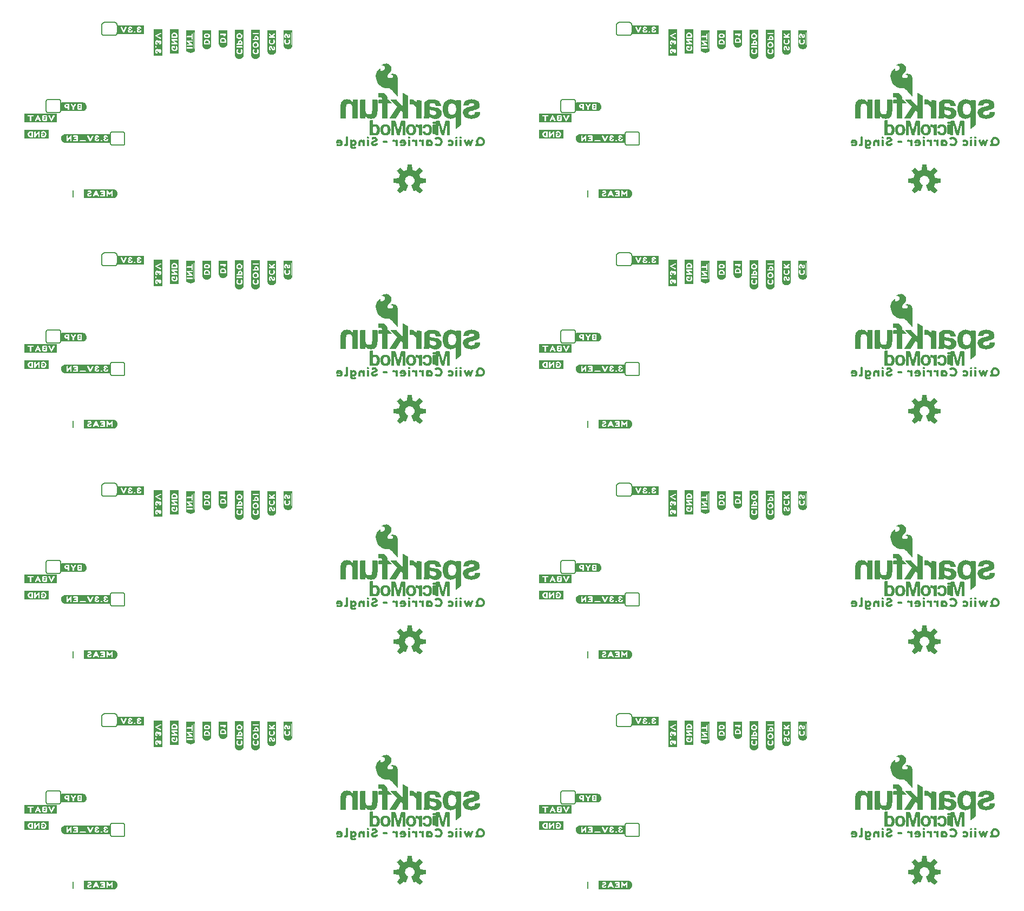
<source format=gbo>
G04 EAGLE Gerber RS-274X export*
G75*
%MOMM*%
%FSLAX34Y34*%
%LPD*%
%INSilkscreen Bottom*%
%IPPOS*%
%AMOC8*
5,1,8,0,0,1.08239X$1,22.5*%
G01*
%ADD10C,0.203200*%
%ADD11C,0.152400*%

G36*
X1442905Y800350D02*
X1442905Y800350D01*
X1442961Y800350D01*
X1442989Y800365D01*
X1443021Y800370D01*
X1443080Y800410D01*
X1443116Y800428D01*
X1443125Y800440D01*
X1443141Y800451D01*
X1447449Y804759D01*
X1447466Y804786D01*
X1447490Y804807D01*
X1447511Y804859D01*
X1447540Y804906D01*
X1447543Y804938D01*
X1447555Y804968D01*
X1447552Y805023D01*
X1447557Y805079D01*
X1447545Y805109D01*
X1447543Y805141D01*
X1447509Y805204D01*
X1447495Y805241D01*
X1447484Y805251D01*
X1447475Y805268D01*
X1442508Y811359D01*
X1443697Y813669D01*
X1443704Y813695D01*
X1443721Y813727D01*
X1444513Y816201D01*
X1452332Y816995D01*
X1452363Y817005D01*
X1452395Y817006D01*
X1452444Y817033D01*
X1452496Y817051D01*
X1452519Y817074D01*
X1452547Y817089D01*
X1452579Y817135D01*
X1452618Y817174D01*
X1452628Y817205D01*
X1452647Y817231D01*
X1452660Y817301D01*
X1452673Y817339D01*
X1452671Y817354D01*
X1452674Y817373D01*
X1452674Y823467D01*
X1452667Y823498D01*
X1452669Y823530D01*
X1452647Y823581D01*
X1452635Y823636D01*
X1452614Y823660D01*
X1452602Y823690D01*
X1452560Y823726D01*
X1452525Y823769D01*
X1452495Y823782D01*
X1452471Y823803D01*
X1452402Y823824D01*
X1452366Y823840D01*
X1452351Y823840D01*
X1452332Y823845D01*
X1444513Y824639D01*
X1443721Y827113D01*
X1443708Y827136D01*
X1443697Y827171D01*
X1442508Y829481D01*
X1447475Y835572D01*
X1447489Y835600D01*
X1447510Y835624D01*
X1447526Y835677D01*
X1447551Y835727D01*
X1447551Y835759D01*
X1447560Y835790D01*
X1447550Y835845D01*
X1447550Y835901D01*
X1447535Y835929D01*
X1447530Y835961D01*
X1447490Y836020D01*
X1447472Y836056D01*
X1447460Y836065D01*
X1447449Y836081D01*
X1443141Y840389D01*
X1443114Y840406D01*
X1443093Y840430D01*
X1443041Y840451D01*
X1442994Y840480D01*
X1442962Y840483D01*
X1442932Y840495D01*
X1442877Y840492D01*
X1442821Y840497D01*
X1442791Y840485D01*
X1442759Y840483D01*
X1442696Y840449D01*
X1442659Y840435D01*
X1442649Y840424D01*
X1442632Y840415D01*
X1436541Y835448D01*
X1434231Y836637D01*
X1434205Y836644D01*
X1434173Y836661D01*
X1431699Y837453D01*
X1430905Y845272D01*
X1430897Y845298D01*
X1430896Y845310D01*
X1430895Y845313D01*
X1430894Y845335D01*
X1430867Y845384D01*
X1430849Y845436D01*
X1430826Y845459D01*
X1430811Y845487D01*
X1430765Y845519D01*
X1430726Y845558D01*
X1430695Y845568D01*
X1430669Y845587D01*
X1430599Y845600D01*
X1430561Y845613D01*
X1430546Y845611D01*
X1430527Y845614D01*
X1424433Y845614D01*
X1424402Y845607D01*
X1424370Y845609D01*
X1424319Y845587D01*
X1424264Y845575D01*
X1424240Y845554D01*
X1424210Y845542D01*
X1424174Y845500D01*
X1424131Y845465D01*
X1424118Y845435D01*
X1424097Y845411D01*
X1424076Y845342D01*
X1424060Y845306D01*
X1424060Y845291D01*
X1424058Y845284D01*
X1424057Y845282D01*
X1424057Y845281D01*
X1424055Y845272D01*
X1423261Y837453D01*
X1420787Y836661D01*
X1420764Y836648D01*
X1420729Y836637D01*
X1418419Y835448D01*
X1412328Y840415D01*
X1412300Y840429D01*
X1412276Y840450D01*
X1412223Y840466D01*
X1412173Y840491D01*
X1412141Y840491D01*
X1412110Y840500D01*
X1412055Y840490D01*
X1411999Y840490D01*
X1411971Y840475D01*
X1411939Y840470D01*
X1411880Y840430D01*
X1411845Y840412D01*
X1411835Y840400D01*
X1411819Y840389D01*
X1407511Y836081D01*
X1407494Y836054D01*
X1407470Y836033D01*
X1407449Y835981D01*
X1407420Y835934D01*
X1407417Y835902D01*
X1407405Y835872D01*
X1407409Y835817D01*
X1407403Y835761D01*
X1407415Y835731D01*
X1407417Y835699D01*
X1407451Y835636D01*
X1407465Y835599D01*
X1407476Y835589D01*
X1407485Y835572D01*
X1412452Y829481D01*
X1411263Y827171D01*
X1411256Y827145D01*
X1411239Y827113D01*
X1410447Y824639D01*
X1402628Y823845D01*
X1402597Y823835D01*
X1402565Y823834D01*
X1402516Y823807D01*
X1402464Y823789D01*
X1402441Y823766D01*
X1402413Y823751D01*
X1402381Y823705D01*
X1402342Y823666D01*
X1402332Y823635D01*
X1402313Y823609D01*
X1402300Y823539D01*
X1402287Y823501D01*
X1402289Y823486D01*
X1402286Y823467D01*
X1402286Y817373D01*
X1402293Y817342D01*
X1402291Y817310D01*
X1402313Y817259D01*
X1402325Y817204D01*
X1402346Y817180D01*
X1402358Y817150D01*
X1402400Y817114D01*
X1402435Y817071D01*
X1402465Y817058D01*
X1402489Y817037D01*
X1402558Y817016D01*
X1402594Y817000D01*
X1402609Y817000D01*
X1402628Y816995D01*
X1410447Y816201D01*
X1411239Y813727D01*
X1411252Y813704D01*
X1411263Y813669D01*
X1412452Y811359D01*
X1407485Y805268D01*
X1407471Y805240D01*
X1407450Y805216D01*
X1407434Y805163D01*
X1407409Y805113D01*
X1407409Y805081D01*
X1407400Y805050D01*
X1407410Y804995D01*
X1407410Y804939D01*
X1407425Y804911D01*
X1407430Y804879D01*
X1407470Y804820D01*
X1407488Y804785D01*
X1407500Y804775D01*
X1407511Y804759D01*
X1411819Y800451D01*
X1411846Y800434D01*
X1411867Y800410D01*
X1411919Y800389D01*
X1411966Y800360D01*
X1411998Y800357D01*
X1412028Y800345D01*
X1412083Y800349D01*
X1412139Y800343D01*
X1412169Y800355D01*
X1412201Y800357D01*
X1412264Y800391D01*
X1412301Y800405D01*
X1412311Y800416D01*
X1412328Y800425D01*
X1418419Y805392D01*
X1420728Y804202D01*
X1420792Y804186D01*
X1420855Y804163D01*
X1420876Y804165D01*
X1420896Y804160D01*
X1420961Y804174D01*
X1421027Y804181D01*
X1421045Y804192D01*
X1421065Y804197D01*
X1421117Y804238D01*
X1421173Y804274D01*
X1421186Y804293D01*
X1421201Y804305D01*
X1421217Y804340D01*
X1421253Y804394D01*
X1424841Y813056D01*
X1424846Y813088D01*
X1424860Y813116D01*
X1424860Y813172D01*
X1424869Y813227D01*
X1424860Y813258D01*
X1424860Y813289D01*
X1424835Y813340D01*
X1424819Y813393D01*
X1424797Y813416D01*
X1424783Y813445D01*
X1424727Y813491D01*
X1424700Y813519D01*
X1424686Y813524D01*
X1424671Y813537D01*
X1423294Y814281D01*
X1422128Y815265D01*
X1421188Y816467D01*
X1420514Y817835D01*
X1420133Y819313D01*
X1420061Y820837D01*
X1420303Y822343D01*
X1420847Y823769D01*
X1421671Y825053D01*
X1422740Y826142D01*
X1424008Y826990D01*
X1425423Y827560D01*
X1426925Y827830D01*
X1428450Y827787D01*
X1429934Y827434D01*
X1431315Y826784D01*
X1432534Y825867D01*
X1433540Y824720D01*
X1434291Y823391D01*
X1434754Y821938D01*
X1434911Y820419D01*
X1434768Y818970D01*
X1434345Y817576D01*
X1433659Y816292D01*
X1432735Y815166D01*
X1431609Y814242D01*
X1430291Y813537D01*
X1430266Y813516D01*
X1430237Y813502D01*
X1430202Y813459D01*
X1430161Y813423D01*
X1430148Y813393D01*
X1430128Y813368D01*
X1430116Y813314D01*
X1430095Y813263D01*
X1430097Y813230D01*
X1430090Y813198D01*
X1430104Y813129D01*
X1430107Y813090D01*
X1430115Y813076D01*
X1430119Y813056D01*
X1433707Y804394D01*
X1433746Y804340D01*
X1433778Y804283D01*
X1433795Y804271D01*
X1433808Y804254D01*
X1433866Y804223D01*
X1433921Y804185D01*
X1433942Y804182D01*
X1433961Y804172D01*
X1434027Y804171D01*
X1434093Y804161D01*
X1434116Y804168D01*
X1434134Y804167D01*
X1434169Y804184D01*
X1434232Y804202D01*
X1436541Y805392D01*
X1442632Y800425D01*
X1442660Y800411D01*
X1442684Y800390D01*
X1442737Y800374D01*
X1442787Y800349D01*
X1442819Y800349D01*
X1442850Y800340D01*
X1442905Y800350D01*
G37*
G36*
X1442905Y78990D02*
X1442905Y78990D01*
X1442961Y78990D01*
X1442989Y79005D01*
X1443021Y79010D01*
X1443080Y79050D01*
X1443116Y79068D01*
X1443125Y79080D01*
X1443141Y79091D01*
X1447449Y83399D01*
X1447466Y83426D01*
X1447490Y83447D01*
X1447511Y83499D01*
X1447540Y83546D01*
X1447543Y83578D01*
X1447555Y83608D01*
X1447552Y83663D01*
X1447557Y83719D01*
X1447545Y83749D01*
X1447543Y83781D01*
X1447509Y83844D01*
X1447495Y83881D01*
X1447484Y83891D01*
X1447475Y83908D01*
X1442508Y89999D01*
X1443697Y92309D01*
X1443704Y92335D01*
X1443721Y92367D01*
X1444513Y94841D01*
X1452332Y95635D01*
X1452363Y95645D01*
X1452395Y95646D01*
X1452444Y95673D01*
X1452496Y95691D01*
X1452519Y95714D01*
X1452547Y95729D01*
X1452579Y95775D01*
X1452618Y95814D01*
X1452628Y95845D01*
X1452647Y95871D01*
X1452660Y95941D01*
X1452673Y95979D01*
X1452671Y95994D01*
X1452674Y96013D01*
X1452674Y102107D01*
X1452667Y102138D01*
X1452669Y102170D01*
X1452647Y102221D01*
X1452635Y102276D01*
X1452614Y102300D01*
X1452602Y102330D01*
X1452560Y102366D01*
X1452525Y102409D01*
X1452495Y102422D01*
X1452471Y102443D01*
X1452402Y102464D01*
X1452366Y102480D01*
X1452351Y102480D01*
X1452332Y102485D01*
X1444513Y103279D01*
X1443721Y105753D01*
X1443708Y105776D01*
X1443697Y105811D01*
X1442508Y108121D01*
X1447475Y114212D01*
X1447489Y114240D01*
X1447510Y114264D01*
X1447526Y114317D01*
X1447551Y114367D01*
X1447551Y114399D01*
X1447560Y114430D01*
X1447550Y114485D01*
X1447550Y114541D01*
X1447535Y114569D01*
X1447530Y114601D01*
X1447490Y114660D01*
X1447472Y114696D01*
X1447460Y114705D01*
X1447449Y114721D01*
X1443141Y119029D01*
X1443114Y119046D01*
X1443093Y119070D01*
X1443041Y119091D01*
X1442994Y119120D01*
X1442962Y119123D01*
X1442932Y119135D01*
X1442877Y119132D01*
X1442821Y119137D01*
X1442791Y119125D01*
X1442759Y119123D01*
X1442696Y119089D01*
X1442659Y119075D01*
X1442649Y119064D01*
X1442632Y119055D01*
X1436541Y114088D01*
X1434231Y115277D01*
X1434205Y115284D01*
X1434173Y115301D01*
X1431699Y116093D01*
X1430905Y123912D01*
X1430897Y123938D01*
X1430896Y123950D01*
X1430895Y123953D01*
X1430894Y123975D01*
X1430867Y124024D01*
X1430849Y124076D01*
X1430826Y124099D01*
X1430811Y124127D01*
X1430765Y124159D01*
X1430726Y124198D01*
X1430695Y124208D01*
X1430669Y124227D01*
X1430599Y124240D01*
X1430561Y124253D01*
X1430546Y124251D01*
X1430527Y124254D01*
X1424433Y124254D01*
X1424402Y124247D01*
X1424370Y124249D01*
X1424319Y124227D01*
X1424264Y124215D01*
X1424240Y124194D01*
X1424210Y124182D01*
X1424174Y124140D01*
X1424131Y124105D01*
X1424118Y124075D01*
X1424097Y124051D01*
X1424076Y123982D01*
X1424060Y123946D01*
X1424060Y123931D01*
X1424058Y123924D01*
X1424057Y123922D01*
X1424057Y123921D01*
X1424055Y123912D01*
X1423261Y116093D01*
X1420787Y115301D01*
X1420764Y115288D01*
X1420729Y115277D01*
X1418419Y114088D01*
X1412328Y119055D01*
X1412300Y119069D01*
X1412276Y119090D01*
X1412223Y119106D01*
X1412173Y119131D01*
X1412141Y119131D01*
X1412110Y119140D01*
X1412055Y119130D01*
X1411999Y119130D01*
X1411971Y119115D01*
X1411939Y119110D01*
X1411880Y119070D01*
X1411845Y119052D01*
X1411835Y119040D01*
X1411819Y119029D01*
X1407511Y114721D01*
X1407494Y114694D01*
X1407470Y114673D01*
X1407449Y114621D01*
X1407420Y114574D01*
X1407417Y114542D01*
X1407405Y114512D01*
X1407409Y114457D01*
X1407403Y114401D01*
X1407415Y114371D01*
X1407417Y114339D01*
X1407451Y114276D01*
X1407465Y114239D01*
X1407476Y114229D01*
X1407485Y114212D01*
X1412452Y108121D01*
X1411263Y105811D01*
X1411256Y105785D01*
X1411239Y105753D01*
X1410447Y103279D01*
X1402628Y102485D01*
X1402597Y102475D01*
X1402565Y102474D01*
X1402516Y102447D01*
X1402464Y102429D01*
X1402441Y102406D01*
X1402413Y102391D01*
X1402381Y102345D01*
X1402342Y102306D01*
X1402332Y102275D01*
X1402313Y102249D01*
X1402300Y102179D01*
X1402287Y102141D01*
X1402289Y102126D01*
X1402286Y102107D01*
X1402286Y96013D01*
X1402293Y95982D01*
X1402291Y95950D01*
X1402313Y95899D01*
X1402325Y95844D01*
X1402346Y95820D01*
X1402358Y95790D01*
X1402400Y95754D01*
X1402435Y95711D01*
X1402465Y95698D01*
X1402489Y95677D01*
X1402558Y95656D01*
X1402594Y95640D01*
X1402609Y95640D01*
X1402628Y95635D01*
X1410447Y94841D01*
X1411239Y92367D01*
X1411252Y92344D01*
X1411263Y92309D01*
X1412452Y89999D01*
X1407485Y83908D01*
X1407471Y83880D01*
X1407450Y83856D01*
X1407434Y83803D01*
X1407409Y83753D01*
X1407409Y83721D01*
X1407400Y83690D01*
X1407410Y83635D01*
X1407410Y83579D01*
X1407425Y83551D01*
X1407430Y83519D01*
X1407470Y83460D01*
X1407488Y83425D01*
X1407500Y83415D01*
X1407511Y83399D01*
X1411819Y79091D01*
X1411846Y79074D01*
X1411867Y79050D01*
X1411919Y79029D01*
X1411966Y79000D01*
X1411998Y78997D01*
X1412028Y78985D01*
X1412083Y78989D01*
X1412139Y78983D01*
X1412169Y78995D01*
X1412201Y78997D01*
X1412264Y79031D01*
X1412301Y79045D01*
X1412311Y79056D01*
X1412328Y79065D01*
X1418419Y84032D01*
X1420728Y82842D01*
X1420792Y82826D01*
X1420855Y82803D01*
X1420876Y82805D01*
X1420896Y82800D01*
X1420961Y82814D01*
X1421027Y82821D01*
X1421045Y82832D01*
X1421065Y82837D01*
X1421117Y82878D01*
X1421173Y82914D01*
X1421186Y82933D01*
X1421201Y82945D01*
X1421217Y82980D01*
X1421253Y83034D01*
X1424841Y91696D01*
X1424846Y91728D01*
X1424860Y91756D01*
X1424860Y91812D01*
X1424869Y91867D01*
X1424860Y91898D01*
X1424860Y91929D01*
X1424835Y91980D01*
X1424819Y92033D01*
X1424797Y92056D01*
X1424783Y92085D01*
X1424727Y92131D01*
X1424700Y92159D01*
X1424686Y92164D01*
X1424671Y92177D01*
X1423294Y92921D01*
X1422128Y93905D01*
X1421188Y95107D01*
X1420514Y96475D01*
X1420133Y97953D01*
X1420061Y99477D01*
X1420303Y100983D01*
X1420847Y102409D01*
X1421671Y103693D01*
X1422740Y104782D01*
X1424008Y105630D01*
X1425423Y106200D01*
X1426925Y106470D01*
X1428450Y106427D01*
X1429934Y106074D01*
X1431315Y105424D01*
X1432534Y104507D01*
X1433540Y103360D01*
X1434291Y102031D01*
X1434754Y100578D01*
X1434911Y99059D01*
X1434768Y97610D01*
X1434345Y96216D01*
X1433659Y94932D01*
X1432735Y93806D01*
X1431609Y92882D01*
X1430291Y92177D01*
X1430266Y92156D01*
X1430237Y92142D01*
X1430202Y92099D01*
X1430161Y92063D01*
X1430148Y92033D01*
X1430128Y92008D01*
X1430116Y91954D01*
X1430095Y91903D01*
X1430097Y91870D01*
X1430090Y91838D01*
X1430104Y91769D01*
X1430107Y91730D01*
X1430115Y91716D01*
X1430119Y91696D01*
X1433707Y83034D01*
X1433746Y82980D01*
X1433778Y82923D01*
X1433795Y82911D01*
X1433808Y82894D01*
X1433866Y82863D01*
X1433921Y82825D01*
X1433942Y82822D01*
X1433961Y82812D01*
X1434027Y82811D01*
X1434093Y82801D01*
X1434116Y82808D01*
X1434134Y82807D01*
X1434169Y82824D01*
X1434232Y82842D01*
X1436541Y84032D01*
X1442632Y79065D01*
X1442660Y79051D01*
X1442684Y79030D01*
X1442737Y79014D01*
X1442787Y78989D01*
X1442819Y78989D01*
X1442850Y78980D01*
X1442905Y78990D01*
G37*
G36*
X1442905Y1161030D02*
X1442905Y1161030D01*
X1442961Y1161030D01*
X1442989Y1161045D01*
X1443021Y1161050D01*
X1443080Y1161090D01*
X1443116Y1161108D01*
X1443125Y1161120D01*
X1443141Y1161131D01*
X1447449Y1165439D01*
X1447466Y1165466D01*
X1447490Y1165487D01*
X1447511Y1165539D01*
X1447540Y1165586D01*
X1447543Y1165618D01*
X1447555Y1165648D01*
X1447552Y1165703D01*
X1447557Y1165759D01*
X1447545Y1165789D01*
X1447543Y1165821D01*
X1447509Y1165884D01*
X1447495Y1165921D01*
X1447484Y1165931D01*
X1447475Y1165948D01*
X1442508Y1172039D01*
X1443697Y1174349D01*
X1443704Y1174375D01*
X1443721Y1174407D01*
X1444513Y1176881D01*
X1452332Y1177675D01*
X1452363Y1177685D01*
X1452395Y1177686D01*
X1452444Y1177713D01*
X1452496Y1177731D01*
X1452519Y1177754D01*
X1452547Y1177769D01*
X1452579Y1177815D01*
X1452618Y1177854D01*
X1452628Y1177885D01*
X1452647Y1177911D01*
X1452660Y1177981D01*
X1452673Y1178019D01*
X1452671Y1178034D01*
X1452674Y1178053D01*
X1452674Y1184147D01*
X1452667Y1184178D01*
X1452669Y1184210D01*
X1452647Y1184261D01*
X1452635Y1184316D01*
X1452614Y1184340D01*
X1452602Y1184370D01*
X1452560Y1184406D01*
X1452525Y1184449D01*
X1452495Y1184462D01*
X1452471Y1184483D01*
X1452402Y1184504D01*
X1452366Y1184520D01*
X1452351Y1184520D01*
X1452332Y1184525D01*
X1444513Y1185319D01*
X1443721Y1187793D01*
X1443708Y1187816D01*
X1443697Y1187851D01*
X1442508Y1190161D01*
X1447475Y1196252D01*
X1447489Y1196280D01*
X1447510Y1196304D01*
X1447526Y1196357D01*
X1447551Y1196407D01*
X1447551Y1196439D01*
X1447560Y1196470D01*
X1447550Y1196525D01*
X1447550Y1196581D01*
X1447535Y1196609D01*
X1447530Y1196641D01*
X1447490Y1196700D01*
X1447472Y1196736D01*
X1447460Y1196745D01*
X1447449Y1196761D01*
X1443141Y1201069D01*
X1443114Y1201086D01*
X1443093Y1201110D01*
X1443041Y1201131D01*
X1442994Y1201160D01*
X1442962Y1201163D01*
X1442932Y1201175D01*
X1442877Y1201172D01*
X1442821Y1201177D01*
X1442791Y1201165D01*
X1442759Y1201163D01*
X1442696Y1201129D01*
X1442659Y1201115D01*
X1442649Y1201104D01*
X1442632Y1201095D01*
X1436541Y1196128D01*
X1434231Y1197317D01*
X1434205Y1197324D01*
X1434173Y1197341D01*
X1431699Y1198133D01*
X1430905Y1205952D01*
X1430897Y1205978D01*
X1430896Y1205990D01*
X1430895Y1205993D01*
X1430894Y1206015D01*
X1430867Y1206064D01*
X1430849Y1206116D01*
X1430826Y1206139D01*
X1430811Y1206167D01*
X1430765Y1206199D01*
X1430726Y1206238D01*
X1430695Y1206248D01*
X1430669Y1206267D01*
X1430599Y1206280D01*
X1430561Y1206293D01*
X1430546Y1206291D01*
X1430527Y1206294D01*
X1424433Y1206294D01*
X1424402Y1206287D01*
X1424370Y1206289D01*
X1424319Y1206267D01*
X1424264Y1206255D01*
X1424240Y1206234D01*
X1424210Y1206222D01*
X1424174Y1206180D01*
X1424131Y1206145D01*
X1424118Y1206115D01*
X1424097Y1206091D01*
X1424076Y1206022D01*
X1424060Y1205986D01*
X1424060Y1205971D01*
X1424058Y1205964D01*
X1424057Y1205962D01*
X1424057Y1205961D01*
X1424055Y1205952D01*
X1423261Y1198133D01*
X1420787Y1197341D01*
X1420764Y1197328D01*
X1420729Y1197317D01*
X1418419Y1196128D01*
X1412328Y1201095D01*
X1412300Y1201109D01*
X1412276Y1201130D01*
X1412223Y1201146D01*
X1412173Y1201171D01*
X1412141Y1201171D01*
X1412110Y1201180D01*
X1412055Y1201170D01*
X1411999Y1201170D01*
X1411971Y1201155D01*
X1411939Y1201150D01*
X1411880Y1201110D01*
X1411845Y1201092D01*
X1411835Y1201080D01*
X1411819Y1201069D01*
X1407511Y1196761D01*
X1407494Y1196734D01*
X1407470Y1196713D01*
X1407449Y1196661D01*
X1407420Y1196614D01*
X1407417Y1196582D01*
X1407405Y1196552D01*
X1407409Y1196497D01*
X1407403Y1196441D01*
X1407415Y1196411D01*
X1407417Y1196379D01*
X1407451Y1196316D01*
X1407465Y1196279D01*
X1407476Y1196269D01*
X1407485Y1196252D01*
X1412452Y1190161D01*
X1411263Y1187851D01*
X1411256Y1187825D01*
X1411239Y1187793D01*
X1410447Y1185319D01*
X1402628Y1184525D01*
X1402597Y1184515D01*
X1402565Y1184514D01*
X1402516Y1184487D01*
X1402464Y1184469D01*
X1402441Y1184446D01*
X1402413Y1184431D01*
X1402381Y1184385D01*
X1402342Y1184346D01*
X1402332Y1184315D01*
X1402313Y1184289D01*
X1402300Y1184219D01*
X1402287Y1184181D01*
X1402289Y1184166D01*
X1402286Y1184147D01*
X1402286Y1178053D01*
X1402293Y1178022D01*
X1402291Y1177990D01*
X1402313Y1177939D01*
X1402325Y1177884D01*
X1402346Y1177860D01*
X1402358Y1177830D01*
X1402400Y1177794D01*
X1402435Y1177751D01*
X1402465Y1177738D01*
X1402489Y1177717D01*
X1402558Y1177696D01*
X1402594Y1177680D01*
X1402609Y1177680D01*
X1402628Y1177675D01*
X1410447Y1176881D01*
X1411239Y1174407D01*
X1411252Y1174384D01*
X1411263Y1174349D01*
X1412452Y1172039D01*
X1407485Y1165948D01*
X1407471Y1165920D01*
X1407450Y1165896D01*
X1407434Y1165843D01*
X1407409Y1165793D01*
X1407409Y1165761D01*
X1407400Y1165730D01*
X1407410Y1165675D01*
X1407410Y1165619D01*
X1407425Y1165591D01*
X1407430Y1165559D01*
X1407470Y1165500D01*
X1407488Y1165465D01*
X1407500Y1165455D01*
X1407511Y1165439D01*
X1411819Y1161131D01*
X1411846Y1161114D01*
X1411867Y1161090D01*
X1411919Y1161069D01*
X1411966Y1161040D01*
X1411998Y1161037D01*
X1412028Y1161025D01*
X1412083Y1161029D01*
X1412139Y1161023D01*
X1412169Y1161035D01*
X1412201Y1161037D01*
X1412264Y1161071D01*
X1412301Y1161085D01*
X1412311Y1161096D01*
X1412328Y1161105D01*
X1418419Y1166072D01*
X1420728Y1164882D01*
X1420792Y1164866D01*
X1420855Y1164843D01*
X1420876Y1164845D01*
X1420896Y1164840D01*
X1420961Y1164854D01*
X1421027Y1164861D01*
X1421045Y1164872D01*
X1421065Y1164877D01*
X1421117Y1164918D01*
X1421173Y1164954D01*
X1421186Y1164973D01*
X1421201Y1164985D01*
X1421217Y1165020D01*
X1421253Y1165074D01*
X1424841Y1173736D01*
X1424846Y1173768D01*
X1424860Y1173796D01*
X1424860Y1173852D01*
X1424869Y1173907D01*
X1424860Y1173938D01*
X1424860Y1173969D01*
X1424835Y1174020D01*
X1424819Y1174073D01*
X1424797Y1174096D01*
X1424783Y1174125D01*
X1424727Y1174171D01*
X1424700Y1174199D01*
X1424686Y1174204D01*
X1424671Y1174217D01*
X1423294Y1174961D01*
X1422128Y1175945D01*
X1421188Y1177147D01*
X1420514Y1178515D01*
X1420133Y1179993D01*
X1420061Y1181517D01*
X1420303Y1183023D01*
X1420847Y1184449D01*
X1421671Y1185733D01*
X1422740Y1186822D01*
X1424008Y1187670D01*
X1425423Y1188240D01*
X1426925Y1188510D01*
X1428450Y1188467D01*
X1429934Y1188114D01*
X1431315Y1187464D01*
X1432534Y1186547D01*
X1433540Y1185400D01*
X1434291Y1184071D01*
X1434754Y1182618D01*
X1434911Y1181099D01*
X1434768Y1179650D01*
X1434345Y1178256D01*
X1433659Y1176972D01*
X1432735Y1175846D01*
X1431609Y1174922D01*
X1430291Y1174217D01*
X1430266Y1174196D01*
X1430237Y1174182D01*
X1430202Y1174139D01*
X1430161Y1174103D01*
X1430148Y1174073D01*
X1430128Y1174048D01*
X1430116Y1173994D01*
X1430095Y1173943D01*
X1430097Y1173910D01*
X1430090Y1173878D01*
X1430104Y1173809D01*
X1430107Y1173770D01*
X1430115Y1173756D01*
X1430119Y1173736D01*
X1433707Y1165074D01*
X1433746Y1165020D01*
X1433778Y1164963D01*
X1433795Y1164951D01*
X1433808Y1164934D01*
X1433866Y1164903D01*
X1433921Y1164865D01*
X1433942Y1164862D01*
X1433961Y1164852D01*
X1434027Y1164851D01*
X1434093Y1164841D01*
X1434116Y1164848D01*
X1434134Y1164847D01*
X1434169Y1164864D01*
X1434232Y1164882D01*
X1436541Y1166072D01*
X1442632Y1161105D01*
X1442660Y1161091D01*
X1442684Y1161070D01*
X1442737Y1161054D01*
X1442787Y1161029D01*
X1442819Y1161029D01*
X1442850Y1161020D01*
X1442905Y1161030D01*
G37*
G36*
X637725Y1161030D02*
X637725Y1161030D01*
X637781Y1161030D01*
X637809Y1161045D01*
X637841Y1161050D01*
X637900Y1161090D01*
X637936Y1161108D01*
X637945Y1161120D01*
X637961Y1161131D01*
X642269Y1165439D01*
X642286Y1165466D01*
X642310Y1165487D01*
X642331Y1165539D01*
X642360Y1165586D01*
X642363Y1165618D01*
X642375Y1165648D01*
X642372Y1165703D01*
X642377Y1165759D01*
X642365Y1165789D01*
X642363Y1165821D01*
X642329Y1165884D01*
X642315Y1165921D01*
X642304Y1165931D01*
X642295Y1165948D01*
X637328Y1172039D01*
X638517Y1174349D01*
X638524Y1174375D01*
X638541Y1174407D01*
X639333Y1176881D01*
X647152Y1177675D01*
X647183Y1177685D01*
X647215Y1177686D01*
X647264Y1177713D01*
X647316Y1177731D01*
X647339Y1177754D01*
X647367Y1177769D01*
X647399Y1177815D01*
X647438Y1177854D01*
X647448Y1177885D01*
X647467Y1177911D01*
X647480Y1177981D01*
X647493Y1178019D01*
X647491Y1178034D01*
X647494Y1178053D01*
X647494Y1184147D01*
X647487Y1184178D01*
X647489Y1184210D01*
X647467Y1184261D01*
X647455Y1184316D01*
X647434Y1184340D01*
X647422Y1184370D01*
X647380Y1184406D01*
X647345Y1184449D01*
X647315Y1184462D01*
X647291Y1184483D01*
X647222Y1184504D01*
X647186Y1184520D01*
X647171Y1184520D01*
X647152Y1184525D01*
X639333Y1185319D01*
X638541Y1187793D01*
X638528Y1187816D01*
X638517Y1187851D01*
X637328Y1190161D01*
X642295Y1196252D01*
X642309Y1196280D01*
X642330Y1196304D01*
X642346Y1196357D01*
X642371Y1196407D01*
X642371Y1196439D01*
X642380Y1196470D01*
X642370Y1196525D01*
X642370Y1196581D01*
X642355Y1196609D01*
X642350Y1196641D01*
X642310Y1196700D01*
X642292Y1196736D01*
X642280Y1196745D01*
X642269Y1196761D01*
X637961Y1201069D01*
X637934Y1201086D01*
X637913Y1201110D01*
X637861Y1201131D01*
X637814Y1201160D01*
X637782Y1201163D01*
X637752Y1201175D01*
X637697Y1201172D01*
X637641Y1201177D01*
X637611Y1201165D01*
X637579Y1201163D01*
X637516Y1201129D01*
X637479Y1201115D01*
X637469Y1201104D01*
X637452Y1201095D01*
X631361Y1196128D01*
X629051Y1197317D01*
X629025Y1197324D01*
X628993Y1197341D01*
X626519Y1198133D01*
X625725Y1205952D01*
X625717Y1205978D01*
X625716Y1205990D01*
X625715Y1205993D01*
X625714Y1206015D01*
X625687Y1206064D01*
X625669Y1206116D01*
X625646Y1206139D01*
X625631Y1206167D01*
X625585Y1206199D01*
X625546Y1206238D01*
X625515Y1206248D01*
X625489Y1206267D01*
X625419Y1206280D01*
X625381Y1206293D01*
X625366Y1206291D01*
X625347Y1206294D01*
X619253Y1206294D01*
X619222Y1206287D01*
X619190Y1206289D01*
X619139Y1206267D01*
X619084Y1206255D01*
X619060Y1206234D01*
X619030Y1206222D01*
X618994Y1206180D01*
X618951Y1206145D01*
X618938Y1206115D01*
X618917Y1206091D01*
X618896Y1206022D01*
X618880Y1205986D01*
X618880Y1205971D01*
X618878Y1205964D01*
X618877Y1205962D01*
X618877Y1205961D01*
X618875Y1205952D01*
X618081Y1198133D01*
X615607Y1197341D01*
X615584Y1197328D01*
X615549Y1197317D01*
X613239Y1196128D01*
X607148Y1201095D01*
X607120Y1201109D01*
X607096Y1201130D01*
X607043Y1201146D01*
X606993Y1201171D01*
X606961Y1201171D01*
X606930Y1201180D01*
X606875Y1201170D01*
X606819Y1201170D01*
X606791Y1201155D01*
X606759Y1201150D01*
X606700Y1201110D01*
X606665Y1201092D01*
X606655Y1201080D01*
X606639Y1201069D01*
X602331Y1196761D01*
X602314Y1196734D01*
X602290Y1196713D01*
X602269Y1196661D01*
X602240Y1196614D01*
X602237Y1196582D01*
X602225Y1196552D01*
X602229Y1196497D01*
X602223Y1196441D01*
X602235Y1196411D01*
X602237Y1196379D01*
X602271Y1196316D01*
X602285Y1196279D01*
X602296Y1196269D01*
X602305Y1196252D01*
X607272Y1190161D01*
X606083Y1187851D01*
X606076Y1187825D01*
X606059Y1187793D01*
X605267Y1185319D01*
X597448Y1184525D01*
X597417Y1184515D01*
X597385Y1184514D01*
X597336Y1184487D01*
X597284Y1184469D01*
X597261Y1184446D01*
X597233Y1184431D01*
X597201Y1184385D01*
X597162Y1184346D01*
X597152Y1184315D01*
X597133Y1184289D01*
X597120Y1184219D01*
X597107Y1184181D01*
X597109Y1184166D01*
X597106Y1184147D01*
X597106Y1178053D01*
X597113Y1178022D01*
X597111Y1177990D01*
X597133Y1177939D01*
X597145Y1177884D01*
X597166Y1177860D01*
X597178Y1177830D01*
X597220Y1177794D01*
X597255Y1177751D01*
X597285Y1177738D01*
X597309Y1177717D01*
X597378Y1177696D01*
X597414Y1177680D01*
X597429Y1177680D01*
X597448Y1177675D01*
X605267Y1176881D01*
X606059Y1174407D01*
X606072Y1174384D01*
X606083Y1174349D01*
X607272Y1172039D01*
X602305Y1165948D01*
X602291Y1165920D01*
X602270Y1165896D01*
X602254Y1165843D01*
X602229Y1165793D01*
X602229Y1165761D01*
X602220Y1165730D01*
X602230Y1165675D01*
X602230Y1165619D01*
X602245Y1165591D01*
X602250Y1165559D01*
X602290Y1165500D01*
X602308Y1165465D01*
X602320Y1165455D01*
X602331Y1165439D01*
X606639Y1161131D01*
X606666Y1161114D01*
X606687Y1161090D01*
X606739Y1161069D01*
X606786Y1161040D01*
X606818Y1161037D01*
X606848Y1161025D01*
X606903Y1161029D01*
X606959Y1161023D01*
X606989Y1161035D01*
X607021Y1161037D01*
X607084Y1161071D01*
X607121Y1161085D01*
X607131Y1161096D01*
X607148Y1161105D01*
X613239Y1166072D01*
X615548Y1164882D01*
X615612Y1164866D01*
X615675Y1164843D01*
X615696Y1164845D01*
X615716Y1164840D01*
X615781Y1164854D01*
X615847Y1164861D01*
X615865Y1164872D01*
X615885Y1164877D01*
X615937Y1164918D01*
X615993Y1164954D01*
X616006Y1164973D01*
X616021Y1164985D01*
X616037Y1165020D01*
X616073Y1165074D01*
X619661Y1173736D01*
X619666Y1173768D01*
X619680Y1173796D01*
X619680Y1173852D01*
X619689Y1173907D01*
X619680Y1173938D01*
X619680Y1173969D01*
X619655Y1174020D01*
X619639Y1174073D01*
X619617Y1174096D01*
X619603Y1174125D01*
X619547Y1174171D01*
X619520Y1174199D01*
X619506Y1174204D01*
X619491Y1174217D01*
X618114Y1174961D01*
X616948Y1175945D01*
X616008Y1177147D01*
X615334Y1178515D01*
X614953Y1179993D01*
X614881Y1181517D01*
X615123Y1183023D01*
X615667Y1184449D01*
X616491Y1185733D01*
X617560Y1186822D01*
X618828Y1187670D01*
X620243Y1188240D01*
X621745Y1188510D01*
X623270Y1188467D01*
X624754Y1188114D01*
X626135Y1187464D01*
X627354Y1186547D01*
X628360Y1185400D01*
X629111Y1184071D01*
X629574Y1182618D01*
X629731Y1181099D01*
X629588Y1179650D01*
X629165Y1178256D01*
X628479Y1176972D01*
X627555Y1175846D01*
X626429Y1174922D01*
X625111Y1174217D01*
X625086Y1174196D01*
X625057Y1174182D01*
X625022Y1174139D01*
X624981Y1174103D01*
X624968Y1174073D01*
X624948Y1174048D01*
X624936Y1173994D01*
X624915Y1173943D01*
X624917Y1173910D01*
X624910Y1173878D01*
X624924Y1173809D01*
X624927Y1173770D01*
X624935Y1173756D01*
X624939Y1173736D01*
X628527Y1165074D01*
X628566Y1165020D01*
X628598Y1164963D01*
X628615Y1164951D01*
X628628Y1164934D01*
X628686Y1164903D01*
X628741Y1164865D01*
X628762Y1164862D01*
X628781Y1164852D01*
X628847Y1164851D01*
X628913Y1164841D01*
X628936Y1164848D01*
X628954Y1164847D01*
X628989Y1164864D01*
X629052Y1164882D01*
X631361Y1166072D01*
X637452Y1161105D01*
X637480Y1161091D01*
X637504Y1161070D01*
X637557Y1161054D01*
X637607Y1161029D01*
X637639Y1161029D01*
X637670Y1161020D01*
X637725Y1161030D01*
G37*
G36*
X637725Y78990D02*
X637725Y78990D01*
X637781Y78990D01*
X637809Y79005D01*
X637841Y79010D01*
X637900Y79050D01*
X637936Y79068D01*
X637945Y79080D01*
X637961Y79091D01*
X642269Y83399D01*
X642286Y83426D01*
X642310Y83447D01*
X642331Y83499D01*
X642360Y83546D01*
X642363Y83578D01*
X642375Y83608D01*
X642372Y83663D01*
X642377Y83719D01*
X642365Y83749D01*
X642363Y83781D01*
X642329Y83844D01*
X642315Y83881D01*
X642304Y83891D01*
X642295Y83908D01*
X637328Y89999D01*
X638517Y92309D01*
X638524Y92335D01*
X638541Y92367D01*
X639333Y94841D01*
X647152Y95635D01*
X647183Y95645D01*
X647215Y95646D01*
X647264Y95673D01*
X647316Y95691D01*
X647339Y95714D01*
X647367Y95729D01*
X647399Y95775D01*
X647438Y95814D01*
X647448Y95845D01*
X647467Y95871D01*
X647480Y95941D01*
X647493Y95979D01*
X647491Y95994D01*
X647494Y96013D01*
X647494Y102107D01*
X647487Y102138D01*
X647489Y102170D01*
X647467Y102221D01*
X647455Y102276D01*
X647434Y102300D01*
X647422Y102330D01*
X647380Y102366D01*
X647345Y102409D01*
X647315Y102422D01*
X647291Y102443D01*
X647222Y102464D01*
X647186Y102480D01*
X647171Y102480D01*
X647152Y102485D01*
X639333Y103279D01*
X638541Y105753D01*
X638528Y105776D01*
X638517Y105811D01*
X637328Y108121D01*
X642295Y114212D01*
X642309Y114240D01*
X642330Y114264D01*
X642346Y114317D01*
X642371Y114367D01*
X642371Y114399D01*
X642380Y114430D01*
X642370Y114485D01*
X642370Y114541D01*
X642355Y114569D01*
X642350Y114601D01*
X642310Y114660D01*
X642292Y114696D01*
X642280Y114705D01*
X642269Y114721D01*
X637961Y119029D01*
X637934Y119046D01*
X637913Y119070D01*
X637861Y119091D01*
X637814Y119120D01*
X637782Y119123D01*
X637752Y119135D01*
X637697Y119132D01*
X637641Y119137D01*
X637611Y119125D01*
X637579Y119123D01*
X637516Y119089D01*
X637479Y119075D01*
X637469Y119064D01*
X637452Y119055D01*
X631361Y114088D01*
X629051Y115277D01*
X629025Y115284D01*
X628993Y115301D01*
X626519Y116093D01*
X625725Y123912D01*
X625717Y123938D01*
X625716Y123950D01*
X625715Y123953D01*
X625714Y123975D01*
X625687Y124024D01*
X625669Y124076D01*
X625646Y124099D01*
X625631Y124127D01*
X625585Y124159D01*
X625546Y124198D01*
X625515Y124208D01*
X625489Y124227D01*
X625419Y124240D01*
X625381Y124253D01*
X625366Y124251D01*
X625347Y124254D01*
X619253Y124254D01*
X619222Y124247D01*
X619190Y124249D01*
X619139Y124227D01*
X619084Y124215D01*
X619060Y124194D01*
X619030Y124182D01*
X618994Y124140D01*
X618951Y124105D01*
X618938Y124075D01*
X618917Y124051D01*
X618896Y123982D01*
X618880Y123946D01*
X618880Y123931D01*
X618878Y123924D01*
X618877Y123922D01*
X618877Y123921D01*
X618875Y123912D01*
X618081Y116093D01*
X615607Y115301D01*
X615584Y115288D01*
X615549Y115277D01*
X613239Y114088D01*
X607148Y119055D01*
X607120Y119069D01*
X607096Y119090D01*
X607043Y119106D01*
X606993Y119131D01*
X606961Y119131D01*
X606930Y119140D01*
X606875Y119130D01*
X606819Y119130D01*
X606791Y119115D01*
X606759Y119110D01*
X606700Y119070D01*
X606665Y119052D01*
X606655Y119040D01*
X606639Y119029D01*
X602331Y114721D01*
X602314Y114694D01*
X602290Y114673D01*
X602269Y114621D01*
X602240Y114574D01*
X602237Y114542D01*
X602225Y114512D01*
X602229Y114457D01*
X602223Y114401D01*
X602235Y114371D01*
X602237Y114339D01*
X602271Y114276D01*
X602285Y114239D01*
X602296Y114229D01*
X602305Y114212D01*
X607272Y108121D01*
X606083Y105811D01*
X606076Y105785D01*
X606059Y105753D01*
X605267Y103279D01*
X597448Y102485D01*
X597417Y102475D01*
X597385Y102474D01*
X597336Y102447D01*
X597284Y102429D01*
X597261Y102406D01*
X597233Y102391D01*
X597201Y102345D01*
X597162Y102306D01*
X597152Y102275D01*
X597133Y102249D01*
X597120Y102179D01*
X597107Y102141D01*
X597109Y102126D01*
X597106Y102107D01*
X597106Y96013D01*
X597113Y95982D01*
X597111Y95950D01*
X597133Y95899D01*
X597145Y95844D01*
X597166Y95820D01*
X597178Y95790D01*
X597220Y95754D01*
X597255Y95711D01*
X597285Y95698D01*
X597309Y95677D01*
X597378Y95656D01*
X597414Y95640D01*
X597429Y95640D01*
X597448Y95635D01*
X605267Y94841D01*
X606059Y92367D01*
X606072Y92344D01*
X606083Y92309D01*
X607272Y89999D01*
X602305Y83908D01*
X602291Y83880D01*
X602270Y83856D01*
X602254Y83803D01*
X602229Y83753D01*
X602229Y83721D01*
X602220Y83690D01*
X602230Y83635D01*
X602230Y83579D01*
X602245Y83551D01*
X602250Y83519D01*
X602290Y83460D01*
X602308Y83425D01*
X602320Y83415D01*
X602331Y83399D01*
X606639Y79091D01*
X606666Y79074D01*
X606687Y79050D01*
X606739Y79029D01*
X606786Y79000D01*
X606818Y78997D01*
X606848Y78985D01*
X606903Y78989D01*
X606959Y78983D01*
X606989Y78995D01*
X607021Y78997D01*
X607084Y79031D01*
X607121Y79045D01*
X607131Y79056D01*
X607148Y79065D01*
X613239Y84032D01*
X615548Y82842D01*
X615612Y82826D01*
X615675Y82803D01*
X615696Y82805D01*
X615716Y82800D01*
X615781Y82814D01*
X615847Y82821D01*
X615865Y82832D01*
X615885Y82837D01*
X615937Y82878D01*
X615993Y82914D01*
X616006Y82933D01*
X616021Y82945D01*
X616037Y82980D01*
X616073Y83034D01*
X619661Y91696D01*
X619666Y91728D01*
X619680Y91756D01*
X619680Y91812D01*
X619689Y91867D01*
X619680Y91898D01*
X619680Y91929D01*
X619655Y91980D01*
X619639Y92033D01*
X619617Y92056D01*
X619603Y92085D01*
X619547Y92131D01*
X619520Y92159D01*
X619506Y92164D01*
X619491Y92177D01*
X618114Y92921D01*
X616948Y93905D01*
X616008Y95107D01*
X615334Y96475D01*
X614953Y97953D01*
X614881Y99477D01*
X615123Y100983D01*
X615667Y102409D01*
X616491Y103693D01*
X617560Y104782D01*
X618828Y105630D01*
X620243Y106200D01*
X621745Y106470D01*
X623270Y106427D01*
X624754Y106074D01*
X626135Y105424D01*
X627354Y104507D01*
X628360Y103360D01*
X629111Y102031D01*
X629574Y100578D01*
X629731Y99059D01*
X629588Y97610D01*
X629165Y96216D01*
X628479Y94932D01*
X627555Y93806D01*
X626429Y92882D01*
X625111Y92177D01*
X625086Y92156D01*
X625057Y92142D01*
X625022Y92099D01*
X624981Y92063D01*
X624968Y92033D01*
X624948Y92008D01*
X624936Y91954D01*
X624915Y91903D01*
X624917Y91870D01*
X624910Y91838D01*
X624924Y91769D01*
X624927Y91730D01*
X624935Y91716D01*
X624939Y91696D01*
X628527Y83034D01*
X628566Y82980D01*
X628598Y82923D01*
X628615Y82911D01*
X628628Y82894D01*
X628686Y82863D01*
X628741Y82825D01*
X628762Y82822D01*
X628781Y82812D01*
X628847Y82811D01*
X628913Y82801D01*
X628936Y82808D01*
X628954Y82807D01*
X628989Y82824D01*
X629052Y82842D01*
X631361Y84032D01*
X637452Y79065D01*
X637480Y79051D01*
X637504Y79030D01*
X637557Y79014D01*
X637607Y78989D01*
X637639Y78989D01*
X637670Y78980D01*
X637725Y78990D01*
G37*
G36*
X637725Y800350D02*
X637725Y800350D01*
X637781Y800350D01*
X637809Y800365D01*
X637841Y800370D01*
X637900Y800410D01*
X637936Y800428D01*
X637945Y800440D01*
X637961Y800451D01*
X642269Y804759D01*
X642286Y804786D01*
X642310Y804807D01*
X642331Y804859D01*
X642360Y804906D01*
X642363Y804938D01*
X642375Y804968D01*
X642372Y805023D01*
X642377Y805079D01*
X642365Y805109D01*
X642363Y805141D01*
X642329Y805204D01*
X642315Y805241D01*
X642304Y805251D01*
X642295Y805268D01*
X637328Y811359D01*
X638517Y813669D01*
X638524Y813695D01*
X638541Y813727D01*
X639333Y816201D01*
X647152Y816995D01*
X647183Y817005D01*
X647215Y817006D01*
X647264Y817033D01*
X647316Y817051D01*
X647339Y817074D01*
X647367Y817089D01*
X647399Y817135D01*
X647438Y817174D01*
X647448Y817205D01*
X647467Y817231D01*
X647480Y817301D01*
X647493Y817339D01*
X647491Y817354D01*
X647494Y817373D01*
X647494Y823467D01*
X647487Y823498D01*
X647489Y823530D01*
X647467Y823581D01*
X647455Y823636D01*
X647434Y823660D01*
X647422Y823690D01*
X647380Y823726D01*
X647345Y823769D01*
X647315Y823782D01*
X647291Y823803D01*
X647222Y823824D01*
X647186Y823840D01*
X647171Y823840D01*
X647152Y823845D01*
X639333Y824639D01*
X638541Y827113D01*
X638528Y827136D01*
X638517Y827171D01*
X637328Y829481D01*
X642295Y835572D01*
X642309Y835600D01*
X642330Y835624D01*
X642346Y835677D01*
X642371Y835727D01*
X642371Y835759D01*
X642380Y835790D01*
X642370Y835845D01*
X642370Y835901D01*
X642355Y835929D01*
X642350Y835961D01*
X642310Y836020D01*
X642292Y836056D01*
X642280Y836065D01*
X642269Y836081D01*
X637961Y840389D01*
X637934Y840406D01*
X637913Y840430D01*
X637861Y840451D01*
X637814Y840480D01*
X637782Y840483D01*
X637752Y840495D01*
X637697Y840492D01*
X637641Y840497D01*
X637611Y840485D01*
X637579Y840483D01*
X637516Y840449D01*
X637479Y840435D01*
X637469Y840424D01*
X637452Y840415D01*
X631361Y835448D01*
X629051Y836637D01*
X629025Y836644D01*
X628993Y836661D01*
X626519Y837453D01*
X625725Y845272D01*
X625717Y845298D01*
X625716Y845310D01*
X625715Y845313D01*
X625714Y845335D01*
X625687Y845384D01*
X625669Y845436D01*
X625646Y845459D01*
X625631Y845487D01*
X625585Y845519D01*
X625546Y845558D01*
X625515Y845568D01*
X625489Y845587D01*
X625419Y845600D01*
X625381Y845613D01*
X625366Y845611D01*
X625347Y845614D01*
X619253Y845614D01*
X619222Y845607D01*
X619190Y845609D01*
X619139Y845587D01*
X619084Y845575D01*
X619060Y845554D01*
X619030Y845542D01*
X618994Y845500D01*
X618951Y845465D01*
X618938Y845435D01*
X618917Y845411D01*
X618896Y845342D01*
X618880Y845306D01*
X618880Y845291D01*
X618878Y845284D01*
X618877Y845282D01*
X618877Y845281D01*
X618875Y845272D01*
X618081Y837453D01*
X615607Y836661D01*
X615584Y836648D01*
X615549Y836637D01*
X613239Y835448D01*
X607148Y840415D01*
X607120Y840429D01*
X607096Y840450D01*
X607043Y840466D01*
X606993Y840491D01*
X606961Y840491D01*
X606930Y840500D01*
X606875Y840490D01*
X606819Y840490D01*
X606791Y840475D01*
X606759Y840470D01*
X606700Y840430D01*
X606665Y840412D01*
X606655Y840400D01*
X606639Y840389D01*
X602331Y836081D01*
X602314Y836054D01*
X602290Y836033D01*
X602269Y835981D01*
X602240Y835934D01*
X602237Y835902D01*
X602225Y835872D01*
X602229Y835817D01*
X602223Y835761D01*
X602235Y835731D01*
X602237Y835699D01*
X602271Y835636D01*
X602285Y835599D01*
X602296Y835589D01*
X602305Y835572D01*
X607272Y829481D01*
X606083Y827171D01*
X606076Y827145D01*
X606059Y827113D01*
X605267Y824639D01*
X597448Y823845D01*
X597417Y823835D01*
X597385Y823834D01*
X597336Y823807D01*
X597284Y823789D01*
X597261Y823766D01*
X597233Y823751D01*
X597201Y823705D01*
X597162Y823666D01*
X597152Y823635D01*
X597133Y823609D01*
X597120Y823539D01*
X597107Y823501D01*
X597109Y823486D01*
X597106Y823467D01*
X597106Y817373D01*
X597113Y817342D01*
X597111Y817310D01*
X597133Y817259D01*
X597145Y817204D01*
X597166Y817180D01*
X597178Y817150D01*
X597220Y817114D01*
X597255Y817071D01*
X597285Y817058D01*
X597309Y817037D01*
X597378Y817016D01*
X597414Y817000D01*
X597429Y817000D01*
X597448Y816995D01*
X605267Y816201D01*
X606059Y813727D01*
X606072Y813704D01*
X606083Y813669D01*
X607272Y811359D01*
X602305Y805268D01*
X602291Y805240D01*
X602270Y805216D01*
X602254Y805163D01*
X602229Y805113D01*
X602229Y805081D01*
X602220Y805050D01*
X602230Y804995D01*
X602230Y804939D01*
X602245Y804911D01*
X602250Y804879D01*
X602290Y804820D01*
X602308Y804785D01*
X602320Y804775D01*
X602331Y804759D01*
X606639Y800451D01*
X606666Y800434D01*
X606687Y800410D01*
X606739Y800389D01*
X606786Y800360D01*
X606818Y800357D01*
X606848Y800345D01*
X606903Y800349D01*
X606959Y800343D01*
X606989Y800355D01*
X607021Y800357D01*
X607084Y800391D01*
X607121Y800405D01*
X607131Y800416D01*
X607148Y800425D01*
X613239Y805392D01*
X615548Y804202D01*
X615612Y804186D01*
X615675Y804163D01*
X615696Y804165D01*
X615716Y804160D01*
X615781Y804174D01*
X615847Y804181D01*
X615865Y804192D01*
X615885Y804197D01*
X615937Y804238D01*
X615993Y804274D01*
X616006Y804293D01*
X616021Y804305D01*
X616037Y804340D01*
X616073Y804394D01*
X619661Y813056D01*
X619666Y813088D01*
X619680Y813116D01*
X619680Y813172D01*
X619689Y813227D01*
X619680Y813258D01*
X619680Y813289D01*
X619655Y813340D01*
X619639Y813393D01*
X619617Y813416D01*
X619603Y813445D01*
X619547Y813491D01*
X619520Y813519D01*
X619506Y813524D01*
X619491Y813537D01*
X618114Y814281D01*
X616948Y815265D01*
X616008Y816467D01*
X615334Y817835D01*
X614953Y819313D01*
X614881Y820837D01*
X615123Y822343D01*
X615667Y823769D01*
X616491Y825053D01*
X617560Y826142D01*
X618828Y826990D01*
X620243Y827560D01*
X621745Y827830D01*
X623270Y827787D01*
X624754Y827434D01*
X626135Y826784D01*
X627354Y825867D01*
X628360Y824720D01*
X629111Y823391D01*
X629574Y821938D01*
X629731Y820419D01*
X629588Y818970D01*
X629165Y817576D01*
X628479Y816292D01*
X627555Y815166D01*
X626429Y814242D01*
X625111Y813537D01*
X625086Y813516D01*
X625057Y813502D01*
X625022Y813459D01*
X624981Y813423D01*
X624968Y813393D01*
X624948Y813368D01*
X624936Y813314D01*
X624915Y813263D01*
X624917Y813230D01*
X624910Y813198D01*
X624924Y813129D01*
X624927Y813090D01*
X624935Y813076D01*
X624939Y813056D01*
X628527Y804394D01*
X628566Y804340D01*
X628598Y804283D01*
X628615Y804271D01*
X628628Y804254D01*
X628686Y804223D01*
X628741Y804185D01*
X628762Y804182D01*
X628781Y804172D01*
X628847Y804171D01*
X628913Y804161D01*
X628936Y804168D01*
X628954Y804167D01*
X628989Y804184D01*
X629052Y804202D01*
X631361Y805392D01*
X637452Y800425D01*
X637480Y800411D01*
X637504Y800390D01*
X637557Y800374D01*
X637607Y800349D01*
X637639Y800349D01*
X637670Y800340D01*
X637725Y800350D01*
G37*
G36*
X1442905Y439670D02*
X1442905Y439670D01*
X1442961Y439670D01*
X1442989Y439685D01*
X1443021Y439690D01*
X1443080Y439730D01*
X1443116Y439748D01*
X1443125Y439760D01*
X1443141Y439771D01*
X1447449Y444079D01*
X1447466Y444106D01*
X1447490Y444127D01*
X1447511Y444179D01*
X1447540Y444226D01*
X1447543Y444258D01*
X1447555Y444288D01*
X1447552Y444343D01*
X1447557Y444399D01*
X1447545Y444429D01*
X1447543Y444461D01*
X1447509Y444524D01*
X1447495Y444561D01*
X1447484Y444571D01*
X1447475Y444588D01*
X1442508Y450679D01*
X1443697Y452989D01*
X1443704Y453015D01*
X1443721Y453047D01*
X1444513Y455521D01*
X1452332Y456315D01*
X1452363Y456325D01*
X1452395Y456326D01*
X1452444Y456353D01*
X1452496Y456371D01*
X1452519Y456394D01*
X1452547Y456409D01*
X1452579Y456455D01*
X1452618Y456494D01*
X1452628Y456525D01*
X1452647Y456551D01*
X1452660Y456621D01*
X1452673Y456659D01*
X1452671Y456674D01*
X1452674Y456693D01*
X1452674Y462787D01*
X1452667Y462818D01*
X1452669Y462850D01*
X1452647Y462901D01*
X1452635Y462956D01*
X1452614Y462980D01*
X1452602Y463010D01*
X1452560Y463046D01*
X1452525Y463089D01*
X1452495Y463102D01*
X1452471Y463123D01*
X1452402Y463144D01*
X1452366Y463160D01*
X1452351Y463160D01*
X1452332Y463165D01*
X1444513Y463959D01*
X1443721Y466433D01*
X1443708Y466456D01*
X1443697Y466491D01*
X1442508Y468801D01*
X1447475Y474892D01*
X1447489Y474920D01*
X1447510Y474944D01*
X1447526Y474997D01*
X1447551Y475047D01*
X1447551Y475079D01*
X1447560Y475110D01*
X1447550Y475165D01*
X1447550Y475221D01*
X1447535Y475249D01*
X1447530Y475281D01*
X1447490Y475340D01*
X1447472Y475376D01*
X1447460Y475385D01*
X1447449Y475401D01*
X1443141Y479709D01*
X1443114Y479726D01*
X1443093Y479750D01*
X1443041Y479771D01*
X1442994Y479800D01*
X1442962Y479803D01*
X1442932Y479815D01*
X1442877Y479812D01*
X1442821Y479817D01*
X1442791Y479805D01*
X1442759Y479803D01*
X1442696Y479769D01*
X1442659Y479755D01*
X1442649Y479744D01*
X1442632Y479735D01*
X1436541Y474768D01*
X1434231Y475957D01*
X1434205Y475964D01*
X1434173Y475981D01*
X1431699Y476773D01*
X1430905Y484592D01*
X1430897Y484618D01*
X1430896Y484630D01*
X1430895Y484633D01*
X1430894Y484655D01*
X1430867Y484704D01*
X1430849Y484756D01*
X1430826Y484779D01*
X1430811Y484807D01*
X1430765Y484839D01*
X1430726Y484878D01*
X1430695Y484888D01*
X1430669Y484907D01*
X1430599Y484920D01*
X1430561Y484933D01*
X1430546Y484931D01*
X1430527Y484934D01*
X1424433Y484934D01*
X1424402Y484927D01*
X1424370Y484929D01*
X1424319Y484907D01*
X1424264Y484895D01*
X1424240Y484874D01*
X1424210Y484862D01*
X1424174Y484820D01*
X1424131Y484785D01*
X1424118Y484755D01*
X1424097Y484731D01*
X1424076Y484662D01*
X1424060Y484626D01*
X1424060Y484611D01*
X1424058Y484604D01*
X1424057Y484602D01*
X1424057Y484601D01*
X1424055Y484592D01*
X1423261Y476773D01*
X1420787Y475981D01*
X1420764Y475968D01*
X1420729Y475957D01*
X1418419Y474768D01*
X1412328Y479735D01*
X1412300Y479749D01*
X1412276Y479770D01*
X1412223Y479786D01*
X1412173Y479811D01*
X1412141Y479811D01*
X1412110Y479820D01*
X1412055Y479810D01*
X1411999Y479810D01*
X1411971Y479795D01*
X1411939Y479790D01*
X1411880Y479750D01*
X1411845Y479732D01*
X1411835Y479720D01*
X1411819Y479709D01*
X1407511Y475401D01*
X1407494Y475374D01*
X1407470Y475353D01*
X1407449Y475301D01*
X1407420Y475254D01*
X1407417Y475222D01*
X1407405Y475192D01*
X1407409Y475137D01*
X1407403Y475081D01*
X1407415Y475051D01*
X1407417Y475019D01*
X1407451Y474956D01*
X1407465Y474919D01*
X1407476Y474909D01*
X1407485Y474892D01*
X1412452Y468801D01*
X1411263Y466491D01*
X1411256Y466465D01*
X1411239Y466433D01*
X1410447Y463959D01*
X1402628Y463165D01*
X1402597Y463155D01*
X1402565Y463154D01*
X1402516Y463127D01*
X1402464Y463109D01*
X1402441Y463086D01*
X1402413Y463071D01*
X1402381Y463025D01*
X1402342Y462986D01*
X1402332Y462955D01*
X1402313Y462929D01*
X1402300Y462859D01*
X1402287Y462821D01*
X1402289Y462806D01*
X1402286Y462787D01*
X1402286Y456693D01*
X1402293Y456662D01*
X1402291Y456630D01*
X1402313Y456579D01*
X1402325Y456524D01*
X1402346Y456500D01*
X1402358Y456470D01*
X1402400Y456434D01*
X1402435Y456391D01*
X1402465Y456378D01*
X1402489Y456357D01*
X1402558Y456336D01*
X1402594Y456320D01*
X1402609Y456320D01*
X1402628Y456315D01*
X1410447Y455521D01*
X1411239Y453047D01*
X1411252Y453024D01*
X1411263Y452989D01*
X1412452Y450679D01*
X1407485Y444588D01*
X1407471Y444560D01*
X1407450Y444536D01*
X1407434Y444483D01*
X1407409Y444433D01*
X1407409Y444401D01*
X1407400Y444370D01*
X1407410Y444315D01*
X1407410Y444259D01*
X1407425Y444231D01*
X1407430Y444199D01*
X1407470Y444140D01*
X1407488Y444105D01*
X1407500Y444095D01*
X1407511Y444079D01*
X1411819Y439771D01*
X1411846Y439754D01*
X1411867Y439730D01*
X1411919Y439709D01*
X1411966Y439680D01*
X1411998Y439677D01*
X1412028Y439665D01*
X1412083Y439669D01*
X1412139Y439663D01*
X1412169Y439675D01*
X1412201Y439677D01*
X1412264Y439711D01*
X1412301Y439725D01*
X1412311Y439736D01*
X1412328Y439745D01*
X1418419Y444712D01*
X1420728Y443522D01*
X1420792Y443506D01*
X1420855Y443483D01*
X1420876Y443485D01*
X1420896Y443480D01*
X1420961Y443494D01*
X1421027Y443501D01*
X1421045Y443512D01*
X1421065Y443517D01*
X1421117Y443558D01*
X1421173Y443594D01*
X1421186Y443613D01*
X1421201Y443625D01*
X1421217Y443660D01*
X1421253Y443714D01*
X1424841Y452376D01*
X1424846Y452408D01*
X1424860Y452436D01*
X1424860Y452492D01*
X1424869Y452547D01*
X1424860Y452578D01*
X1424860Y452609D01*
X1424835Y452660D01*
X1424819Y452713D01*
X1424797Y452736D01*
X1424783Y452765D01*
X1424727Y452811D01*
X1424700Y452839D01*
X1424686Y452844D01*
X1424671Y452857D01*
X1423294Y453601D01*
X1422128Y454585D01*
X1421188Y455787D01*
X1420514Y457155D01*
X1420133Y458633D01*
X1420061Y460157D01*
X1420303Y461663D01*
X1420847Y463089D01*
X1421671Y464373D01*
X1422740Y465462D01*
X1424008Y466310D01*
X1425423Y466880D01*
X1426925Y467150D01*
X1428450Y467107D01*
X1429934Y466754D01*
X1431315Y466104D01*
X1432534Y465187D01*
X1433540Y464040D01*
X1434291Y462711D01*
X1434754Y461258D01*
X1434911Y459739D01*
X1434768Y458290D01*
X1434345Y456896D01*
X1433659Y455612D01*
X1432735Y454486D01*
X1431609Y453562D01*
X1430291Y452857D01*
X1430266Y452836D01*
X1430237Y452822D01*
X1430202Y452779D01*
X1430161Y452743D01*
X1430148Y452713D01*
X1430128Y452688D01*
X1430116Y452634D01*
X1430095Y452583D01*
X1430097Y452550D01*
X1430090Y452518D01*
X1430104Y452449D01*
X1430107Y452410D01*
X1430115Y452396D01*
X1430119Y452376D01*
X1433707Y443714D01*
X1433746Y443660D01*
X1433778Y443603D01*
X1433795Y443591D01*
X1433808Y443574D01*
X1433866Y443543D01*
X1433921Y443505D01*
X1433942Y443502D01*
X1433961Y443492D01*
X1434027Y443491D01*
X1434093Y443481D01*
X1434116Y443488D01*
X1434134Y443487D01*
X1434169Y443504D01*
X1434232Y443522D01*
X1436541Y444712D01*
X1442632Y439745D01*
X1442660Y439731D01*
X1442684Y439710D01*
X1442737Y439694D01*
X1442787Y439669D01*
X1442819Y439669D01*
X1442850Y439660D01*
X1442905Y439670D01*
G37*
G36*
X637725Y439670D02*
X637725Y439670D01*
X637781Y439670D01*
X637809Y439685D01*
X637841Y439690D01*
X637900Y439730D01*
X637936Y439748D01*
X637945Y439760D01*
X637961Y439771D01*
X642269Y444079D01*
X642286Y444106D01*
X642310Y444127D01*
X642331Y444179D01*
X642360Y444226D01*
X642363Y444258D01*
X642375Y444288D01*
X642372Y444343D01*
X642377Y444399D01*
X642365Y444429D01*
X642363Y444461D01*
X642329Y444524D01*
X642315Y444561D01*
X642304Y444571D01*
X642295Y444588D01*
X637328Y450679D01*
X638517Y452989D01*
X638524Y453015D01*
X638541Y453047D01*
X639333Y455521D01*
X647152Y456315D01*
X647183Y456325D01*
X647215Y456326D01*
X647264Y456353D01*
X647316Y456371D01*
X647339Y456394D01*
X647367Y456409D01*
X647399Y456455D01*
X647438Y456494D01*
X647448Y456525D01*
X647467Y456551D01*
X647480Y456621D01*
X647493Y456659D01*
X647491Y456674D01*
X647494Y456693D01*
X647494Y462787D01*
X647487Y462818D01*
X647489Y462850D01*
X647467Y462901D01*
X647455Y462956D01*
X647434Y462980D01*
X647422Y463010D01*
X647380Y463046D01*
X647345Y463089D01*
X647315Y463102D01*
X647291Y463123D01*
X647222Y463144D01*
X647186Y463160D01*
X647171Y463160D01*
X647152Y463165D01*
X639333Y463959D01*
X638541Y466433D01*
X638528Y466456D01*
X638517Y466491D01*
X637328Y468801D01*
X642295Y474892D01*
X642309Y474920D01*
X642330Y474944D01*
X642346Y474997D01*
X642371Y475047D01*
X642371Y475079D01*
X642380Y475110D01*
X642370Y475165D01*
X642370Y475221D01*
X642355Y475249D01*
X642350Y475281D01*
X642310Y475340D01*
X642292Y475376D01*
X642280Y475385D01*
X642269Y475401D01*
X637961Y479709D01*
X637934Y479726D01*
X637913Y479750D01*
X637861Y479771D01*
X637814Y479800D01*
X637782Y479803D01*
X637752Y479815D01*
X637697Y479812D01*
X637641Y479817D01*
X637611Y479805D01*
X637579Y479803D01*
X637516Y479769D01*
X637479Y479755D01*
X637469Y479744D01*
X637452Y479735D01*
X631361Y474768D01*
X629051Y475957D01*
X629025Y475964D01*
X628993Y475981D01*
X626519Y476773D01*
X625725Y484592D01*
X625717Y484618D01*
X625716Y484630D01*
X625715Y484633D01*
X625714Y484655D01*
X625687Y484704D01*
X625669Y484756D01*
X625646Y484779D01*
X625631Y484807D01*
X625585Y484839D01*
X625546Y484878D01*
X625515Y484888D01*
X625489Y484907D01*
X625419Y484920D01*
X625381Y484933D01*
X625366Y484931D01*
X625347Y484934D01*
X619253Y484934D01*
X619222Y484927D01*
X619190Y484929D01*
X619139Y484907D01*
X619084Y484895D01*
X619060Y484874D01*
X619030Y484862D01*
X618994Y484820D01*
X618951Y484785D01*
X618938Y484755D01*
X618917Y484731D01*
X618896Y484662D01*
X618880Y484626D01*
X618880Y484611D01*
X618878Y484604D01*
X618877Y484602D01*
X618877Y484601D01*
X618875Y484592D01*
X618081Y476773D01*
X615607Y475981D01*
X615584Y475968D01*
X615549Y475957D01*
X613239Y474768D01*
X607148Y479735D01*
X607120Y479749D01*
X607096Y479770D01*
X607043Y479786D01*
X606993Y479811D01*
X606961Y479811D01*
X606930Y479820D01*
X606875Y479810D01*
X606819Y479810D01*
X606791Y479795D01*
X606759Y479790D01*
X606700Y479750D01*
X606665Y479732D01*
X606655Y479720D01*
X606639Y479709D01*
X602331Y475401D01*
X602314Y475374D01*
X602290Y475353D01*
X602269Y475301D01*
X602240Y475254D01*
X602237Y475222D01*
X602225Y475192D01*
X602229Y475137D01*
X602223Y475081D01*
X602235Y475051D01*
X602237Y475019D01*
X602271Y474956D01*
X602285Y474919D01*
X602296Y474909D01*
X602305Y474892D01*
X607272Y468801D01*
X606083Y466491D01*
X606076Y466465D01*
X606059Y466433D01*
X605267Y463959D01*
X597448Y463165D01*
X597417Y463155D01*
X597385Y463154D01*
X597336Y463127D01*
X597284Y463109D01*
X597261Y463086D01*
X597233Y463071D01*
X597201Y463025D01*
X597162Y462986D01*
X597152Y462955D01*
X597133Y462929D01*
X597120Y462859D01*
X597107Y462821D01*
X597109Y462806D01*
X597106Y462787D01*
X597106Y456693D01*
X597113Y456662D01*
X597111Y456630D01*
X597133Y456579D01*
X597145Y456524D01*
X597166Y456500D01*
X597178Y456470D01*
X597220Y456434D01*
X597255Y456391D01*
X597285Y456378D01*
X597309Y456357D01*
X597378Y456336D01*
X597414Y456320D01*
X597429Y456320D01*
X597448Y456315D01*
X605267Y455521D01*
X606059Y453047D01*
X606072Y453024D01*
X606083Y452989D01*
X607272Y450679D01*
X602305Y444588D01*
X602291Y444560D01*
X602270Y444536D01*
X602254Y444483D01*
X602229Y444433D01*
X602229Y444401D01*
X602220Y444370D01*
X602230Y444315D01*
X602230Y444259D01*
X602245Y444231D01*
X602250Y444199D01*
X602290Y444140D01*
X602308Y444105D01*
X602320Y444095D01*
X602331Y444079D01*
X606639Y439771D01*
X606666Y439754D01*
X606687Y439730D01*
X606739Y439709D01*
X606786Y439680D01*
X606818Y439677D01*
X606848Y439665D01*
X606903Y439669D01*
X606959Y439663D01*
X606989Y439675D01*
X607021Y439677D01*
X607084Y439711D01*
X607121Y439725D01*
X607131Y439736D01*
X607148Y439745D01*
X613239Y444712D01*
X615548Y443522D01*
X615612Y443506D01*
X615675Y443483D01*
X615696Y443485D01*
X615716Y443480D01*
X615781Y443494D01*
X615847Y443501D01*
X615865Y443512D01*
X615885Y443517D01*
X615937Y443558D01*
X615993Y443594D01*
X616006Y443613D01*
X616021Y443625D01*
X616037Y443660D01*
X616073Y443714D01*
X619661Y452376D01*
X619666Y452408D01*
X619680Y452436D01*
X619680Y452492D01*
X619689Y452547D01*
X619680Y452578D01*
X619680Y452609D01*
X619655Y452660D01*
X619639Y452713D01*
X619617Y452736D01*
X619603Y452765D01*
X619547Y452811D01*
X619520Y452839D01*
X619506Y452844D01*
X619491Y452857D01*
X618114Y453601D01*
X616948Y454585D01*
X616008Y455787D01*
X615334Y457155D01*
X614953Y458633D01*
X614881Y460157D01*
X615123Y461663D01*
X615667Y463089D01*
X616491Y464373D01*
X617560Y465462D01*
X618828Y466310D01*
X620243Y466880D01*
X621745Y467150D01*
X623270Y467107D01*
X624754Y466754D01*
X626135Y466104D01*
X627354Y465187D01*
X628360Y464040D01*
X629111Y462711D01*
X629574Y461258D01*
X629731Y459739D01*
X629588Y458290D01*
X629165Y456896D01*
X628479Y455612D01*
X627555Y454486D01*
X626429Y453562D01*
X625111Y452857D01*
X625086Y452836D01*
X625057Y452822D01*
X625022Y452779D01*
X624981Y452743D01*
X624968Y452713D01*
X624948Y452688D01*
X624936Y452634D01*
X624915Y452583D01*
X624917Y452550D01*
X624910Y452518D01*
X624924Y452449D01*
X624927Y452410D01*
X624935Y452396D01*
X624939Y452376D01*
X628527Y443714D01*
X628566Y443660D01*
X628598Y443603D01*
X628615Y443591D01*
X628628Y443574D01*
X628686Y443543D01*
X628741Y443505D01*
X628762Y443502D01*
X628781Y443492D01*
X628847Y443491D01*
X628913Y443481D01*
X628936Y443488D01*
X628954Y443487D01*
X628989Y443504D01*
X629052Y443522D01*
X631361Y444712D01*
X637452Y439745D01*
X637480Y439731D01*
X637504Y439710D01*
X637557Y439694D01*
X637607Y439669D01*
X637639Y439669D01*
X637670Y439660D01*
X637725Y439670D01*
G37*
G36*
X958878Y879624D02*
X958878Y879624D01*
X958890Y879621D01*
X959290Y879921D01*
X959294Y879937D01*
X959301Y879942D01*
X959297Y879948D01*
X959299Y879952D01*
X959309Y879960D01*
X959309Y892860D01*
X959296Y892878D01*
X959299Y892890D01*
X958999Y893290D01*
X958968Y893299D01*
X958960Y893309D01*
X888860Y893309D01*
X888856Y893306D01*
X888853Y893309D01*
X888153Y893209D01*
X888152Y893208D01*
X888152Y893209D01*
X887552Y893109D01*
X886853Y893009D01*
X886848Y893004D01*
X886844Y893007D01*
X886244Y892807D01*
X886241Y892802D01*
X886238Y892804D01*
X885638Y892504D01*
X885636Y892500D01*
X885633Y892501D01*
X884433Y891701D01*
X884432Y891698D01*
X884429Y891698D01*
X883929Y891298D01*
X883927Y891288D01*
X883919Y891287D01*
X883520Y890689D01*
X883122Y890191D01*
X883121Y890183D01*
X883116Y890182D01*
X882516Y888982D01*
X882517Y888977D01*
X882513Y888976D01*
X882313Y888376D01*
X882314Y888374D01*
X882313Y888374D01*
X882275Y888243D01*
X882261Y888194D01*
X882219Y888046D01*
X882177Y887898D01*
X882163Y887849D01*
X882121Y887701D01*
X882113Y887674D01*
X882115Y887669D01*
X882111Y887667D01*
X882011Y886967D01*
X882013Y886963D01*
X882013Y886962D01*
X882011Y886960D01*
X882011Y885660D01*
X882017Y885652D01*
X882013Y885646D01*
X882212Y884949D01*
X882311Y884352D01*
X882318Y884346D01*
X882315Y884341D01*
X882615Y883641D01*
X882617Y883639D01*
X882616Y883638D01*
X882916Y883038D01*
X882923Y883035D01*
X882922Y883029D01*
X883320Y882531D01*
X883719Y881933D01*
X883726Y881930D01*
X883725Y881925D01*
X884225Y881425D01*
X884229Y881425D01*
X884229Y881422D01*
X885229Y880622D01*
X885237Y880621D01*
X885238Y880616D01*
X885838Y880316D01*
X885840Y880316D01*
X885841Y880315D01*
X886541Y880015D01*
X886544Y880016D01*
X886544Y880013D01*
X887144Y879813D01*
X887151Y879815D01*
X887153Y879811D01*
X887852Y879711D01*
X888452Y879611D01*
X888457Y879614D01*
X888460Y879611D01*
X958860Y879611D01*
X958878Y879624D01*
G37*
G36*
X153698Y158264D02*
X153698Y158264D01*
X153710Y158261D01*
X154110Y158561D01*
X154114Y158577D01*
X154121Y158582D01*
X154117Y158588D01*
X154119Y158592D01*
X154129Y158600D01*
X154129Y171500D01*
X154116Y171518D01*
X154119Y171530D01*
X153819Y171930D01*
X153788Y171939D01*
X153780Y171949D01*
X83680Y171949D01*
X83676Y171946D01*
X83673Y171949D01*
X82973Y171849D01*
X82972Y171848D01*
X82972Y171849D01*
X82372Y171749D01*
X81673Y171649D01*
X81668Y171644D01*
X81664Y171647D01*
X81064Y171447D01*
X81061Y171442D01*
X81058Y171444D01*
X80458Y171144D01*
X80456Y171140D01*
X80453Y171141D01*
X79253Y170341D01*
X79252Y170338D01*
X79249Y170338D01*
X78749Y169938D01*
X78747Y169928D01*
X78739Y169927D01*
X78340Y169329D01*
X77942Y168831D01*
X77941Y168823D01*
X77936Y168822D01*
X77336Y167622D01*
X77337Y167617D01*
X77333Y167616D01*
X77133Y167016D01*
X77134Y167014D01*
X77133Y167014D01*
X77095Y166883D01*
X77081Y166834D01*
X77039Y166686D01*
X76997Y166538D01*
X76983Y166489D01*
X76941Y166341D01*
X76933Y166314D01*
X76935Y166309D01*
X76931Y166307D01*
X76831Y165607D01*
X76833Y165603D01*
X76833Y165602D01*
X76831Y165600D01*
X76831Y164300D01*
X76837Y164292D01*
X76833Y164286D01*
X77032Y163589D01*
X77131Y162992D01*
X77138Y162986D01*
X77135Y162981D01*
X77435Y162281D01*
X77437Y162279D01*
X77436Y162278D01*
X77736Y161678D01*
X77743Y161675D01*
X77742Y161669D01*
X78140Y161171D01*
X78539Y160573D01*
X78546Y160570D01*
X78545Y160565D01*
X79045Y160065D01*
X79049Y160065D01*
X79049Y160062D01*
X80049Y159262D01*
X80057Y159261D01*
X80058Y159256D01*
X80658Y158956D01*
X80660Y158956D01*
X80661Y158955D01*
X81361Y158655D01*
X81364Y158656D01*
X81364Y158653D01*
X81964Y158453D01*
X81971Y158455D01*
X81973Y158451D01*
X82672Y158351D01*
X83272Y158251D01*
X83277Y158254D01*
X83280Y158251D01*
X153680Y158251D01*
X153698Y158264D01*
G37*
G36*
X153698Y879624D02*
X153698Y879624D01*
X153710Y879621D01*
X154110Y879921D01*
X154114Y879937D01*
X154121Y879942D01*
X154117Y879948D01*
X154119Y879952D01*
X154129Y879960D01*
X154129Y892860D01*
X154116Y892878D01*
X154119Y892890D01*
X153819Y893290D01*
X153788Y893299D01*
X153780Y893309D01*
X83680Y893309D01*
X83676Y893306D01*
X83673Y893309D01*
X82973Y893209D01*
X82972Y893208D01*
X82972Y893209D01*
X82372Y893109D01*
X81673Y893009D01*
X81668Y893004D01*
X81664Y893007D01*
X81064Y892807D01*
X81061Y892802D01*
X81058Y892804D01*
X80458Y892504D01*
X80456Y892500D01*
X80453Y892501D01*
X79253Y891701D01*
X79252Y891698D01*
X79249Y891698D01*
X78749Y891298D01*
X78747Y891288D01*
X78739Y891287D01*
X78340Y890689D01*
X77942Y890191D01*
X77941Y890183D01*
X77936Y890182D01*
X77336Y888982D01*
X77337Y888977D01*
X77333Y888976D01*
X77133Y888376D01*
X77134Y888374D01*
X77133Y888374D01*
X77095Y888243D01*
X77081Y888194D01*
X77039Y888046D01*
X76997Y887898D01*
X76983Y887849D01*
X76941Y887701D01*
X76933Y887674D01*
X76935Y887669D01*
X76931Y887667D01*
X76831Y886967D01*
X76833Y886963D01*
X76833Y886962D01*
X76831Y886960D01*
X76831Y885660D01*
X76837Y885652D01*
X76833Y885646D01*
X77032Y884949D01*
X77131Y884352D01*
X77138Y884346D01*
X77135Y884341D01*
X77435Y883641D01*
X77437Y883639D01*
X77436Y883638D01*
X77736Y883038D01*
X77743Y883035D01*
X77742Y883029D01*
X78140Y882531D01*
X78539Y881933D01*
X78546Y881930D01*
X78545Y881925D01*
X79045Y881425D01*
X79049Y881425D01*
X79049Y881422D01*
X80049Y880622D01*
X80057Y880621D01*
X80058Y880616D01*
X80658Y880316D01*
X80660Y880316D01*
X80661Y880315D01*
X81361Y880015D01*
X81364Y880016D01*
X81364Y880013D01*
X81964Y879813D01*
X81971Y879815D01*
X81973Y879811D01*
X82672Y879711D01*
X83272Y879611D01*
X83277Y879614D01*
X83280Y879611D01*
X153680Y879611D01*
X153698Y879624D01*
G37*
G36*
X958878Y158264D02*
X958878Y158264D01*
X958890Y158261D01*
X959290Y158561D01*
X959294Y158577D01*
X959301Y158582D01*
X959297Y158588D01*
X959299Y158592D01*
X959309Y158600D01*
X959309Y171500D01*
X959296Y171518D01*
X959299Y171530D01*
X958999Y171930D01*
X958968Y171939D01*
X958960Y171949D01*
X888860Y171949D01*
X888856Y171946D01*
X888853Y171949D01*
X888153Y171849D01*
X888152Y171848D01*
X888152Y171849D01*
X887552Y171749D01*
X886853Y171649D01*
X886848Y171644D01*
X886844Y171647D01*
X886244Y171447D01*
X886241Y171442D01*
X886238Y171444D01*
X885638Y171144D01*
X885636Y171140D01*
X885633Y171141D01*
X884433Y170341D01*
X884432Y170338D01*
X884429Y170338D01*
X883929Y169938D01*
X883927Y169928D01*
X883919Y169927D01*
X883520Y169329D01*
X883122Y168831D01*
X883121Y168823D01*
X883116Y168822D01*
X882516Y167622D01*
X882517Y167617D01*
X882513Y167616D01*
X882313Y167016D01*
X882314Y167014D01*
X882313Y167014D01*
X882275Y166883D01*
X882261Y166834D01*
X882219Y166686D01*
X882177Y166538D01*
X882163Y166489D01*
X882121Y166341D01*
X882113Y166314D01*
X882115Y166309D01*
X882111Y166307D01*
X882011Y165607D01*
X882013Y165603D01*
X882013Y165602D01*
X882011Y165600D01*
X882011Y164300D01*
X882017Y164292D01*
X882013Y164286D01*
X882212Y163589D01*
X882311Y162992D01*
X882318Y162986D01*
X882315Y162981D01*
X882615Y162281D01*
X882617Y162279D01*
X882616Y162278D01*
X882916Y161678D01*
X882923Y161675D01*
X882922Y161669D01*
X883320Y161171D01*
X883719Y160573D01*
X883726Y160570D01*
X883725Y160565D01*
X884225Y160065D01*
X884229Y160065D01*
X884229Y160062D01*
X885229Y159262D01*
X885237Y159261D01*
X885238Y159256D01*
X885838Y158956D01*
X885840Y158956D01*
X885841Y158955D01*
X886541Y158655D01*
X886544Y158656D01*
X886544Y158653D01*
X887144Y158453D01*
X887151Y158455D01*
X887153Y158451D01*
X887852Y158351D01*
X888452Y158251D01*
X888457Y158254D01*
X888460Y158251D01*
X958860Y158251D01*
X958878Y158264D01*
G37*
G36*
X958878Y518944D02*
X958878Y518944D01*
X958890Y518941D01*
X959290Y519241D01*
X959294Y519257D01*
X959301Y519262D01*
X959297Y519268D01*
X959299Y519272D01*
X959309Y519280D01*
X959309Y532180D01*
X959296Y532198D01*
X959299Y532210D01*
X958999Y532610D01*
X958968Y532619D01*
X958960Y532629D01*
X888860Y532629D01*
X888856Y532626D01*
X888853Y532629D01*
X888153Y532529D01*
X888152Y532528D01*
X888152Y532529D01*
X887552Y532429D01*
X886853Y532329D01*
X886848Y532324D01*
X886844Y532327D01*
X886244Y532127D01*
X886241Y532122D01*
X886238Y532124D01*
X885638Y531824D01*
X885636Y531820D01*
X885633Y531821D01*
X884433Y531021D01*
X884432Y531018D01*
X884429Y531018D01*
X883929Y530618D01*
X883927Y530608D01*
X883919Y530607D01*
X883520Y530009D01*
X883122Y529511D01*
X883121Y529503D01*
X883116Y529502D01*
X882516Y528302D01*
X882517Y528297D01*
X882513Y528296D01*
X882313Y527696D01*
X882314Y527694D01*
X882313Y527694D01*
X882275Y527563D01*
X882261Y527514D01*
X882219Y527366D01*
X882177Y527218D01*
X882163Y527169D01*
X882121Y527021D01*
X882113Y526994D01*
X882115Y526989D01*
X882111Y526987D01*
X882011Y526287D01*
X882013Y526283D01*
X882013Y526282D01*
X882011Y526280D01*
X882011Y524980D01*
X882017Y524972D01*
X882013Y524966D01*
X882212Y524269D01*
X882311Y523672D01*
X882318Y523666D01*
X882315Y523661D01*
X882615Y522961D01*
X882617Y522959D01*
X882616Y522958D01*
X882916Y522358D01*
X882923Y522355D01*
X882922Y522349D01*
X883320Y521851D01*
X883719Y521253D01*
X883726Y521250D01*
X883725Y521245D01*
X884225Y520745D01*
X884229Y520745D01*
X884229Y520742D01*
X885229Y519942D01*
X885237Y519941D01*
X885238Y519936D01*
X885838Y519636D01*
X885840Y519636D01*
X885841Y519635D01*
X886541Y519335D01*
X886544Y519336D01*
X886544Y519333D01*
X887144Y519133D01*
X887151Y519135D01*
X887153Y519131D01*
X887852Y519031D01*
X888452Y518931D01*
X888457Y518934D01*
X888460Y518931D01*
X958860Y518931D01*
X958878Y518944D01*
G37*
G36*
X153698Y518944D02*
X153698Y518944D01*
X153710Y518941D01*
X154110Y519241D01*
X154114Y519257D01*
X154121Y519262D01*
X154117Y519268D01*
X154119Y519272D01*
X154129Y519280D01*
X154129Y532180D01*
X154116Y532198D01*
X154119Y532210D01*
X153819Y532610D01*
X153788Y532619D01*
X153780Y532629D01*
X83680Y532629D01*
X83676Y532626D01*
X83673Y532629D01*
X82973Y532529D01*
X82972Y532528D01*
X82972Y532529D01*
X82372Y532429D01*
X81673Y532329D01*
X81668Y532324D01*
X81664Y532327D01*
X81064Y532127D01*
X81061Y532122D01*
X81058Y532124D01*
X80458Y531824D01*
X80456Y531820D01*
X80453Y531821D01*
X79253Y531021D01*
X79252Y531018D01*
X79249Y531018D01*
X78749Y530618D01*
X78747Y530608D01*
X78739Y530607D01*
X78340Y530009D01*
X77942Y529511D01*
X77941Y529503D01*
X77936Y529502D01*
X77336Y528302D01*
X77337Y528297D01*
X77333Y528296D01*
X77133Y527696D01*
X77134Y527694D01*
X77133Y527694D01*
X77095Y527563D01*
X77081Y527514D01*
X77039Y527366D01*
X76997Y527218D01*
X76983Y527169D01*
X76941Y527021D01*
X76933Y526994D01*
X76935Y526989D01*
X76931Y526987D01*
X76831Y526287D01*
X76833Y526283D01*
X76833Y526282D01*
X76831Y526280D01*
X76831Y524980D01*
X76837Y524972D01*
X76833Y524966D01*
X77032Y524269D01*
X77131Y523672D01*
X77138Y523666D01*
X77135Y523661D01*
X77435Y522961D01*
X77437Y522959D01*
X77436Y522958D01*
X77736Y522358D01*
X77743Y522355D01*
X77742Y522349D01*
X78140Y521851D01*
X78539Y521253D01*
X78546Y521250D01*
X78545Y521245D01*
X79045Y520745D01*
X79049Y520745D01*
X79049Y520742D01*
X80049Y519942D01*
X80057Y519941D01*
X80058Y519936D01*
X80658Y519636D01*
X80660Y519636D01*
X80661Y519635D01*
X81361Y519335D01*
X81364Y519336D01*
X81364Y519333D01*
X81964Y519133D01*
X81971Y519135D01*
X81973Y519131D01*
X82672Y519031D01*
X83272Y518931D01*
X83277Y518934D01*
X83280Y518931D01*
X153680Y518931D01*
X153698Y518944D01*
G37*
G36*
X153698Y1240304D02*
X153698Y1240304D01*
X153710Y1240301D01*
X154110Y1240601D01*
X154114Y1240617D01*
X154121Y1240622D01*
X154117Y1240628D01*
X154119Y1240632D01*
X154129Y1240640D01*
X154129Y1253540D01*
X154116Y1253558D01*
X154119Y1253570D01*
X153819Y1253970D01*
X153788Y1253979D01*
X153780Y1253989D01*
X83680Y1253989D01*
X83676Y1253986D01*
X83673Y1253989D01*
X82973Y1253889D01*
X82972Y1253888D01*
X82972Y1253889D01*
X82372Y1253789D01*
X81673Y1253689D01*
X81668Y1253684D01*
X81664Y1253687D01*
X81064Y1253487D01*
X81061Y1253482D01*
X81058Y1253484D01*
X80458Y1253184D01*
X80456Y1253180D01*
X80453Y1253181D01*
X79253Y1252381D01*
X79252Y1252378D01*
X79249Y1252378D01*
X78749Y1251978D01*
X78747Y1251968D01*
X78739Y1251967D01*
X78340Y1251369D01*
X77942Y1250871D01*
X77941Y1250863D01*
X77936Y1250862D01*
X77336Y1249662D01*
X77337Y1249657D01*
X77333Y1249656D01*
X77133Y1249056D01*
X77134Y1249054D01*
X77133Y1249054D01*
X77095Y1248923D01*
X77081Y1248874D01*
X77039Y1248726D01*
X76997Y1248578D01*
X76983Y1248529D01*
X76941Y1248381D01*
X76933Y1248354D01*
X76935Y1248349D01*
X76931Y1248347D01*
X76831Y1247647D01*
X76833Y1247643D01*
X76833Y1247642D01*
X76831Y1247640D01*
X76831Y1246340D01*
X76837Y1246332D01*
X76833Y1246326D01*
X77032Y1245629D01*
X77131Y1245032D01*
X77138Y1245026D01*
X77135Y1245021D01*
X77435Y1244321D01*
X77437Y1244319D01*
X77436Y1244318D01*
X77736Y1243718D01*
X77743Y1243715D01*
X77742Y1243709D01*
X78140Y1243211D01*
X78539Y1242613D01*
X78546Y1242610D01*
X78545Y1242605D01*
X79045Y1242105D01*
X79049Y1242105D01*
X79049Y1242102D01*
X80049Y1241302D01*
X80057Y1241301D01*
X80058Y1241296D01*
X80658Y1240996D01*
X80660Y1240996D01*
X80661Y1240995D01*
X81361Y1240695D01*
X81364Y1240696D01*
X81364Y1240693D01*
X81964Y1240493D01*
X81971Y1240495D01*
X81973Y1240491D01*
X82672Y1240391D01*
X83272Y1240291D01*
X83277Y1240294D01*
X83280Y1240291D01*
X153680Y1240291D01*
X153698Y1240304D01*
G37*
G36*
X958878Y1240304D02*
X958878Y1240304D01*
X958890Y1240301D01*
X959290Y1240601D01*
X959294Y1240617D01*
X959301Y1240622D01*
X959297Y1240628D01*
X959299Y1240632D01*
X959309Y1240640D01*
X959309Y1253540D01*
X959296Y1253558D01*
X959299Y1253570D01*
X958999Y1253970D01*
X958968Y1253979D01*
X958960Y1253989D01*
X888860Y1253989D01*
X888856Y1253986D01*
X888853Y1253989D01*
X888153Y1253889D01*
X888152Y1253888D01*
X888152Y1253889D01*
X887552Y1253789D01*
X886853Y1253689D01*
X886848Y1253684D01*
X886844Y1253687D01*
X886244Y1253487D01*
X886241Y1253482D01*
X886238Y1253484D01*
X885638Y1253184D01*
X885636Y1253180D01*
X885633Y1253181D01*
X884433Y1252381D01*
X884432Y1252378D01*
X884429Y1252378D01*
X883929Y1251978D01*
X883927Y1251968D01*
X883919Y1251967D01*
X883520Y1251369D01*
X883122Y1250871D01*
X883121Y1250863D01*
X883116Y1250862D01*
X882516Y1249662D01*
X882517Y1249657D01*
X882513Y1249656D01*
X882313Y1249056D01*
X882314Y1249054D01*
X882313Y1249054D01*
X882275Y1248923D01*
X882261Y1248874D01*
X882219Y1248726D01*
X882177Y1248578D01*
X882163Y1248529D01*
X882121Y1248381D01*
X882113Y1248354D01*
X882115Y1248349D01*
X882111Y1248347D01*
X882011Y1247647D01*
X882013Y1247643D01*
X882013Y1247642D01*
X882011Y1247640D01*
X882011Y1246340D01*
X882017Y1246332D01*
X882013Y1246326D01*
X882212Y1245629D01*
X882311Y1245032D01*
X882318Y1245026D01*
X882315Y1245021D01*
X882615Y1244321D01*
X882617Y1244319D01*
X882616Y1244318D01*
X882916Y1243718D01*
X882923Y1243715D01*
X882922Y1243709D01*
X883320Y1243211D01*
X883719Y1242613D01*
X883726Y1242610D01*
X883725Y1242605D01*
X884225Y1242105D01*
X884229Y1242105D01*
X884229Y1242102D01*
X885229Y1241302D01*
X885237Y1241301D01*
X885238Y1241296D01*
X885838Y1240996D01*
X885840Y1240996D01*
X885841Y1240995D01*
X886541Y1240695D01*
X886544Y1240696D01*
X886544Y1240693D01*
X887144Y1240493D01*
X887151Y1240495D01*
X887153Y1240491D01*
X887852Y1240391D01*
X888452Y1240291D01*
X888457Y1240294D01*
X888460Y1240291D01*
X958860Y1240291D01*
X958878Y1240304D01*
G37*
G36*
X1408634Y1312640D02*
X1408634Y1312640D01*
X1408721Y1312643D01*
X1408721Y1312644D01*
X1408722Y1312644D01*
X1408797Y1312685D01*
X1408873Y1312726D01*
X1408873Y1312727D01*
X1408874Y1312727D01*
X1408925Y1312799D01*
X1408973Y1312868D01*
X1408973Y1312869D01*
X1408974Y1312876D01*
X1409000Y1313010D01*
X1409000Y1340610D01*
X1408996Y1340630D01*
X1408997Y1340657D01*
X1408797Y1342257D01*
X1408786Y1342289D01*
X1408778Y1342338D01*
X1408278Y1343738D01*
X1408270Y1343750D01*
X1408266Y1343767D01*
X1407766Y1344867D01*
X1407748Y1344891D01*
X1407732Y1344928D01*
X1407032Y1345928D01*
X1407013Y1345945D01*
X1407002Y1345964D01*
X1406980Y1345980D01*
X1406953Y1346010D01*
X1406053Y1346710D01*
X1406042Y1346715D01*
X1406031Y1346726D01*
X1405131Y1347326D01*
X1405100Y1347338D01*
X1405061Y1347363D01*
X1404061Y1347763D01*
X1404046Y1347765D01*
X1404029Y1347774D01*
X1403029Y1348074D01*
X1403010Y1348075D01*
X1402988Y1348084D01*
X1401888Y1348284D01*
X1401859Y1348283D01*
X1401820Y1348290D01*
X1400120Y1348290D01*
X1400097Y1348285D01*
X1400066Y1348286D01*
X1399366Y1348186D01*
X1399333Y1348173D01*
X1399279Y1348163D01*
X1398789Y1347967D01*
X1398558Y1347890D01*
X1398420Y1347890D01*
X1398251Y1347851D01*
X1398118Y1347741D01*
X1398047Y1347582D01*
X1398053Y1347409D01*
X1398136Y1347257D01*
X1398278Y1347157D01*
X1398399Y1347134D01*
X1398609Y1346994D01*
X1398640Y1346982D01*
X1398728Y1346941D01*
X1399053Y1346860D01*
X1399392Y1346606D01*
X1399408Y1346599D01*
X1399424Y1346584D01*
X1400384Y1346008D01*
X1400718Y1345674D01*
X1400972Y1345250D01*
X1401140Y1344748D01*
X1401140Y1344172D01*
X1400971Y1343666D01*
X1400606Y1343028D01*
X1400159Y1342491D01*
X1399530Y1342042D01*
X1398692Y1341669D01*
X1397681Y1341393D01*
X1396181Y1341487D01*
X1394767Y1341864D01*
X1393681Y1342498D01*
X1392954Y1343498D01*
X1392506Y1344573D01*
X1392595Y1345824D01*
X1393149Y1347209D01*
X1394398Y1348651D01*
X1396089Y1350341D01*
X1396103Y1350363D01*
X1396128Y1350387D01*
X1397428Y1352187D01*
X1397434Y1352202D01*
X1397448Y1352217D01*
X1398448Y1353917D01*
X1398459Y1353954D01*
X1398491Y1354028D01*
X1398891Y1355828D01*
X1398891Y1355861D01*
X1398900Y1355910D01*
X1398900Y1357610D01*
X1398891Y1357648D01*
X1398883Y1357723D01*
X1398383Y1359323D01*
X1398363Y1359357D01*
X1398333Y1359425D01*
X1397233Y1361025D01*
X1397206Y1361050D01*
X1397172Y1361095D01*
X1395472Y1362595D01*
X1395437Y1362614D01*
X1395384Y1362653D01*
X1393084Y1363753D01*
X1393051Y1363760D01*
X1393004Y1363781D01*
X1390804Y1364281D01*
X1390766Y1364281D01*
X1390701Y1364290D01*
X1388701Y1364190D01*
X1388675Y1364182D01*
X1388638Y1364181D01*
X1386838Y1363781D01*
X1386807Y1363767D01*
X1386759Y1363755D01*
X1385259Y1363055D01*
X1385255Y1363052D01*
X1385250Y1363050D01*
X1384716Y1362783D01*
X1384050Y1362450D01*
X1384028Y1362432D01*
X1383992Y1362414D01*
X1383192Y1361814D01*
X1383177Y1361796D01*
X1383151Y1361779D01*
X1382951Y1361579D01*
X1382938Y1361557D01*
X1382918Y1361541D01*
X1382892Y1361484D01*
X1382860Y1361432D01*
X1382857Y1361406D01*
X1382847Y1361382D01*
X1382849Y1361321D01*
X1382843Y1361259D01*
X1382852Y1361235D01*
X1382853Y1361209D01*
X1382883Y1361155D01*
X1382905Y1361097D01*
X1382924Y1361080D01*
X1382936Y1361057D01*
X1382987Y1361022D01*
X1383032Y1360980D01*
X1383057Y1360972D01*
X1383078Y1360957D01*
X1383162Y1360941D01*
X1383198Y1360930D01*
X1383208Y1360932D01*
X1383220Y1360930D01*
X1383320Y1360930D01*
X1383356Y1360938D01*
X1383412Y1360941D01*
X1383798Y1361038D01*
X1384351Y1361130D01*
X1384996Y1361130D01*
X1385735Y1361037D01*
X1386574Y1360758D01*
X1387308Y1360391D01*
X1387948Y1359842D01*
X1388409Y1359289D01*
X1388672Y1358850D01*
X1388840Y1358348D01*
X1388840Y1357272D01*
X1388671Y1356766D01*
X1388299Y1356116D01*
X1387829Y1355457D01*
X1386674Y1354301D01*
X1386015Y1353831D01*
X1385340Y1353445D01*
X1385004Y1353277D01*
X1384568Y1353059D01*
X1383825Y1352781D01*
X1383193Y1352690D01*
X1382698Y1352690D01*
X1382117Y1352939D01*
X1381723Y1353255D01*
X1381472Y1353756D01*
X1381300Y1354272D01*
X1381300Y1355248D01*
X1381381Y1355490D01*
X1381383Y1355511D01*
X1381389Y1355526D01*
X1381388Y1355549D01*
X1381400Y1355610D01*
X1381400Y1355810D01*
X1381386Y1355873D01*
X1381378Y1355937D01*
X1381366Y1355956D01*
X1381361Y1355979D01*
X1381320Y1356029D01*
X1381285Y1356083D01*
X1381265Y1356095D01*
X1381251Y1356112D01*
X1381192Y1356139D01*
X1381137Y1356172D01*
X1381114Y1356174D01*
X1381092Y1356183D01*
X1381028Y1356181D01*
X1380964Y1356186D01*
X1380939Y1356177D01*
X1380919Y1356177D01*
X1380886Y1356158D01*
X1380827Y1356138D01*
X1379127Y1355138D01*
X1379099Y1355111D01*
X1379043Y1355071D01*
X1377443Y1353371D01*
X1377427Y1353342D01*
X1377395Y1353308D01*
X1375995Y1351008D01*
X1375985Y1350976D01*
X1375961Y1350934D01*
X1374961Y1348034D01*
X1374958Y1348006D01*
X1374944Y1347969D01*
X1374444Y1344769D01*
X1374447Y1344736D01*
X1374440Y1344688D01*
X1374640Y1341188D01*
X1374650Y1341157D01*
X1374653Y1341111D01*
X1375653Y1337411D01*
X1375670Y1337379D01*
X1375688Y1337325D01*
X1377688Y1333725D01*
X1377705Y1333707D01*
X1377720Y1333677D01*
X1379120Y1331877D01*
X1379132Y1331867D01*
X1379143Y1331850D01*
X1380643Y1330250D01*
X1380661Y1330238D01*
X1380678Y1330216D01*
X1382378Y1328816D01*
X1382397Y1328807D01*
X1382417Y1328789D01*
X1384317Y1327589D01*
X1384345Y1327579D01*
X1384379Y1327557D01*
X1386379Y1326757D01*
X1386391Y1326755D01*
X1386405Y1326748D01*
X1388605Y1326048D01*
X1388634Y1326045D01*
X1388673Y1326033D01*
X1391073Y1325733D01*
X1391094Y1325735D01*
X1391120Y1325730D01*
X1394873Y1325730D01*
X1395987Y1325451D01*
X1396932Y1324979D01*
X1397989Y1324306D01*
X1398951Y1323440D01*
X1399939Y1322354D01*
X1399940Y1322353D01*
X1399941Y1322352D01*
X1401135Y1321058D01*
X1402331Y1319663D01*
X1402337Y1319659D01*
X1402341Y1319652D01*
X1403540Y1318353D01*
X1405740Y1315953D01*
X1406628Y1314966D01*
X1407320Y1314077D01*
X1407326Y1314071D01*
X1407331Y1314063D01*
X1407923Y1313372D01*
X1408195Y1313009D01*
X1408279Y1312841D01*
X1408280Y1312840D01*
X1408332Y1312777D01*
X1408389Y1312708D01*
X1408390Y1312707D01*
X1408391Y1312707D01*
X1408466Y1312673D01*
X1408548Y1312637D01*
X1408549Y1312636D01*
X1408634Y1312640D01*
G37*
G36*
X603454Y230600D02*
X603454Y230600D01*
X603541Y230603D01*
X603541Y230604D01*
X603542Y230604D01*
X603617Y230645D01*
X603693Y230686D01*
X603693Y230687D01*
X603694Y230687D01*
X603745Y230759D01*
X603793Y230828D01*
X603793Y230829D01*
X603794Y230836D01*
X603820Y230970D01*
X603820Y258570D01*
X603816Y258590D01*
X603817Y258617D01*
X603617Y260217D01*
X603606Y260249D01*
X603598Y260298D01*
X603098Y261698D01*
X603090Y261710D01*
X603086Y261727D01*
X602586Y262827D01*
X602568Y262851D01*
X602552Y262888D01*
X601852Y263888D01*
X601833Y263905D01*
X601822Y263924D01*
X601800Y263940D01*
X601773Y263970D01*
X600873Y264670D01*
X600862Y264675D01*
X600851Y264686D01*
X599951Y265286D01*
X599920Y265298D01*
X599881Y265323D01*
X598881Y265723D01*
X598866Y265725D01*
X598849Y265734D01*
X597849Y266034D01*
X597830Y266035D01*
X597808Y266044D01*
X596708Y266244D01*
X596679Y266243D01*
X596640Y266250D01*
X594940Y266250D01*
X594917Y266245D01*
X594886Y266246D01*
X594186Y266146D01*
X594153Y266133D01*
X594099Y266123D01*
X593609Y265927D01*
X593378Y265850D01*
X593240Y265850D01*
X593071Y265811D01*
X592938Y265701D01*
X592867Y265542D01*
X592873Y265369D01*
X592956Y265217D01*
X593098Y265117D01*
X593219Y265094D01*
X593429Y264954D01*
X593460Y264942D01*
X593548Y264901D01*
X593873Y264820D01*
X594212Y264566D01*
X594228Y264559D01*
X594244Y264544D01*
X595204Y263968D01*
X595538Y263634D01*
X595792Y263210D01*
X595960Y262708D01*
X595960Y262132D01*
X595791Y261626D01*
X595426Y260988D01*
X594979Y260451D01*
X594350Y260002D01*
X593512Y259629D01*
X592501Y259353D01*
X591001Y259447D01*
X589587Y259824D01*
X588501Y260458D01*
X587774Y261458D01*
X587326Y262533D01*
X587415Y263784D01*
X587969Y265169D01*
X589218Y266611D01*
X590909Y268301D01*
X590923Y268323D01*
X590948Y268347D01*
X592248Y270147D01*
X592254Y270162D01*
X592268Y270177D01*
X593268Y271877D01*
X593279Y271914D01*
X593311Y271988D01*
X593711Y273788D01*
X593711Y273821D01*
X593720Y273870D01*
X593720Y275570D01*
X593711Y275608D01*
X593703Y275683D01*
X593203Y277283D01*
X593183Y277317D01*
X593153Y277385D01*
X592053Y278985D01*
X592026Y279010D01*
X591992Y279055D01*
X590292Y280555D01*
X590257Y280574D01*
X590204Y280613D01*
X587904Y281713D01*
X587871Y281720D01*
X587824Y281741D01*
X585624Y282241D01*
X585586Y282241D01*
X585521Y282250D01*
X583521Y282150D01*
X583495Y282142D01*
X583458Y282141D01*
X581658Y281741D01*
X581627Y281727D01*
X581579Y281715D01*
X580079Y281015D01*
X580075Y281012D01*
X580070Y281010D01*
X579536Y280743D01*
X578870Y280410D01*
X578848Y280392D01*
X578812Y280374D01*
X578012Y279774D01*
X577997Y279756D01*
X577971Y279739D01*
X577771Y279539D01*
X577758Y279517D01*
X577738Y279501D01*
X577712Y279444D01*
X577680Y279392D01*
X577677Y279366D01*
X577667Y279342D01*
X577669Y279281D01*
X577663Y279219D01*
X577672Y279195D01*
X577673Y279169D01*
X577703Y279115D01*
X577725Y279057D01*
X577744Y279040D01*
X577756Y279017D01*
X577807Y278982D01*
X577852Y278940D01*
X577877Y278932D01*
X577898Y278917D01*
X577982Y278901D01*
X578018Y278890D01*
X578028Y278892D01*
X578040Y278890D01*
X578140Y278890D01*
X578176Y278898D01*
X578232Y278901D01*
X578618Y278998D01*
X579171Y279090D01*
X579816Y279090D01*
X580555Y278997D01*
X581394Y278718D01*
X582128Y278351D01*
X582768Y277802D01*
X583229Y277249D01*
X583492Y276810D01*
X583660Y276308D01*
X583660Y275232D01*
X583491Y274726D01*
X583119Y274076D01*
X582649Y273417D01*
X581494Y272261D01*
X580835Y271791D01*
X580160Y271405D01*
X579824Y271237D01*
X579388Y271019D01*
X578645Y270741D01*
X578013Y270650D01*
X577518Y270650D01*
X576937Y270899D01*
X576543Y271215D01*
X576292Y271716D01*
X576120Y272232D01*
X576120Y273208D01*
X576201Y273450D01*
X576203Y273471D01*
X576209Y273486D01*
X576208Y273509D01*
X576220Y273570D01*
X576220Y273770D01*
X576206Y273833D01*
X576198Y273897D01*
X576186Y273916D01*
X576181Y273939D01*
X576140Y273989D01*
X576105Y274043D01*
X576085Y274055D01*
X576071Y274072D01*
X576012Y274099D01*
X575957Y274132D01*
X575934Y274134D01*
X575912Y274143D01*
X575848Y274141D01*
X575784Y274146D01*
X575759Y274137D01*
X575739Y274137D01*
X575706Y274118D01*
X575647Y274098D01*
X573947Y273098D01*
X573919Y273071D01*
X573863Y273031D01*
X572263Y271331D01*
X572247Y271302D01*
X572215Y271268D01*
X570815Y268968D01*
X570805Y268936D01*
X570781Y268894D01*
X569781Y265994D01*
X569778Y265966D01*
X569764Y265929D01*
X569264Y262729D01*
X569267Y262696D01*
X569260Y262648D01*
X569460Y259148D01*
X569470Y259117D01*
X569473Y259071D01*
X570473Y255371D01*
X570490Y255339D01*
X570508Y255285D01*
X572508Y251685D01*
X572525Y251667D01*
X572540Y251637D01*
X573940Y249837D01*
X573952Y249827D01*
X573963Y249810D01*
X575463Y248210D01*
X575481Y248198D01*
X575498Y248176D01*
X577198Y246776D01*
X577217Y246767D01*
X577237Y246749D01*
X579137Y245549D01*
X579165Y245539D01*
X579199Y245517D01*
X581199Y244717D01*
X581211Y244715D01*
X581225Y244708D01*
X583425Y244008D01*
X583454Y244005D01*
X583493Y243993D01*
X585893Y243693D01*
X585914Y243695D01*
X585940Y243690D01*
X589693Y243690D01*
X590807Y243411D01*
X591752Y242939D01*
X592809Y242266D01*
X593771Y241400D01*
X594759Y240314D01*
X594760Y240313D01*
X594761Y240312D01*
X595955Y239018D01*
X597151Y237623D01*
X597157Y237619D01*
X597161Y237612D01*
X598360Y236313D01*
X600560Y233913D01*
X601448Y232926D01*
X602140Y232037D01*
X602146Y232031D01*
X602151Y232023D01*
X602743Y231332D01*
X603015Y230969D01*
X603099Y230801D01*
X603100Y230800D01*
X603152Y230737D01*
X603209Y230668D01*
X603210Y230667D01*
X603211Y230667D01*
X603286Y230633D01*
X603368Y230597D01*
X603369Y230596D01*
X603454Y230600D01*
G37*
G36*
X603454Y951960D02*
X603454Y951960D01*
X603541Y951963D01*
X603541Y951964D01*
X603542Y951964D01*
X603617Y952005D01*
X603693Y952046D01*
X603693Y952047D01*
X603694Y952047D01*
X603745Y952119D01*
X603793Y952188D01*
X603793Y952189D01*
X603794Y952196D01*
X603820Y952330D01*
X603820Y979930D01*
X603816Y979950D01*
X603817Y979977D01*
X603617Y981577D01*
X603606Y981609D01*
X603598Y981658D01*
X603098Y983058D01*
X603090Y983070D01*
X603086Y983087D01*
X602586Y984187D01*
X602568Y984211D01*
X602552Y984248D01*
X601852Y985248D01*
X601833Y985265D01*
X601822Y985284D01*
X601800Y985300D01*
X601773Y985330D01*
X600873Y986030D01*
X600862Y986035D01*
X600851Y986046D01*
X599951Y986646D01*
X599920Y986658D01*
X599881Y986683D01*
X598881Y987083D01*
X598866Y987085D01*
X598849Y987094D01*
X597849Y987394D01*
X597830Y987395D01*
X597808Y987404D01*
X596708Y987604D01*
X596679Y987603D01*
X596640Y987610D01*
X594940Y987610D01*
X594917Y987605D01*
X594886Y987606D01*
X594186Y987506D01*
X594153Y987493D01*
X594099Y987483D01*
X593609Y987287D01*
X593378Y987210D01*
X593240Y987210D01*
X593071Y987171D01*
X592938Y987061D01*
X592867Y986902D01*
X592873Y986729D01*
X592956Y986577D01*
X593098Y986477D01*
X593219Y986454D01*
X593429Y986314D01*
X593460Y986302D01*
X593548Y986261D01*
X593873Y986180D01*
X594212Y985926D01*
X594228Y985919D01*
X594244Y985904D01*
X595204Y985328D01*
X595538Y984994D01*
X595792Y984570D01*
X595960Y984068D01*
X595960Y983492D01*
X595791Y982986D01*
X595426Y982348D01*
X594979Y981811D01*
X594350Y981362D01*
X593512Y980989D01*
X592501Y980713D01*
X591001Y980807D01*
X589587Y981184D01*
X588501Y981818D01*
X587774Y982818D01*
X587326Y983893D01*
X587415Y985144D01*
X587969Y986529D01*
X589218Y987971D01*
X590909Y989661D01*
X590923Y989683D01*
X590948Y989707D01*
X592248Y991507D01*
X592254Y991522D01*
X592268Y991537D01*
X593268Y993237D01*
X593279Y993274D01*
X593311Y993348D01*
X593711Y995148D01*
X593711Y995181D01*
X593720Y995230D01*
X593720Y996930D01*
X593711Y996968D01*
X593703Y997043D01*
X593203Y998643D01*
X593183Y998677D01*
X593153Y998745D01*
X592053Y1000345D01*
X592026Y1000370D01*
X591992Y1000415D01*
X590292Y1001915D01*
X590257Y1001934D01*
X590204Y1001973D01*
X587904Y1003073D01*
X587871Y1003080D01*
X587824Y1003101D01*
X585624Y1003601D01*
X585586Y1003601D01*
X585521Y1003610D01*
X583521Y1003510D01*
X583495Y1003502D01*
X583458Y1003501D01*
X581658Y1003101D01*
X581627Y1003087D01*
X581579Y1003075D01*
X580079Y1002375D01*
X580075Y1002372D01*
X580070Y1002370D01*
X579536Y1002103D01*
X578870Y1001770D01*
X578848Y1001752D01*
X578812Y1001734D01*
X578012Y1001134D01*
X577997Y1001116D01*
X577971Y1001099D01*
X577771Y1000899D01*
X577758Y1000877D01*
X577738Y1000861D01*
X577712Y1000804D01*
X577680Y1000752D01*
X577677Y1000726D01*
X577667Y1000702D01*
X577669Y1000641D01*
X577663Y1000579D01*
X577672Y1000555D01*
X577673Y1000529D01*
X577703Y1000475D01*
X577725Y1000417D01*
X577744Y1000400D01*
X577756Y1000377D01*
X577807Y1000342D01*
X577852Y1000300D01*
X577877Y1000292D01*
X577898Y1000277D01*
X577982Y1000261D01*
X578018Y1000250D01*
X578028Y1000252D01*
X578040Y1000250D01*
X578140Y1000250D01*
X578176Y1000258D01*
X578232Y1000261D01*
X578618Y1000358D01*
X579171Y1000450D01*
X579816Y1000450D01*
X580555Y1000357D01*
X581394Y1000078D01*
X582128Y999711D01*
X582768Y999162D01*
X583229Y998609D01*
X583492Y998170D01*
X583660Y997668D01*
X583660Y996592D01*
X583491Y996086D01*
X583119Y995436D01*
X582649Y994777D01*
X581494Y993621D01*
X580835Y993151D01*
X580160Y992765D01*
X579824Y992597D01*
X579388Y992379D01*
X578645Y992101D01*
X578013Y992010D01*
X577518Y992010D01*
X576937Y992259D01*
X576543Y992575D01*
X576292Y993076D01*
X576120Y993592D01*
X576120Y994568D01*
X576201Y994810D01*
X576203Y994831D01*
X576209Y994846D01*
X576208Y994869D01*
X576220Y994930D01*
X576220Y995130D01*
X576206Y995193D01*
X576198Y995257D01*
X576186Y995276D01*
X576181Y995299D01*
X576140Y995349D01*
X576105Y995403D01*
X576085Y995415D01*
X576071Y995432D01*
X576012Y995459D01*
X575957Y995492D01*
X575934Y995494D01*
X575912Y995503D01*
X575848Y995501D01*
X575784Y995506D01*
X575759Y995497D01*
X575739Y995497D01*
X575706Y995478D01*
X575647Y995458D01*
X573947Y994458D01*
X573919Y994431D01*
X573863Y994391D01*
X572263Y992691D01*
X572247Y992662D01*
X572215Y992628D01*
X570815Y990328D01*
X570805Y990296D01*
X570781Y990254D01*
X569781Y987354D01*
X569778Y987326D01*
X569764Y987289D01*
X569264Y984089D01*
X569267Y984056D01*
X569260Y984008D01*
X569460Y980508D01*
X569470Y980477D01*
X569473Y980431D01*
X570473Y976731D01*
X570490Y976699D01*
X570508Y976645D01*
X572508Y973045D01*
X572525Y973027D01*
X572540Y972997D01*
X573940Y971197D01*
X573952Y971187D01*
X573963Y971170D01*
X575463Y969570D01*
X575481Y969558D01*
X575498Y969536D01*
X577198Y968136D01*
X577217Y968127D01*
X577237Y968109D01*
X579137Y966909D01*
X579165Y966899D01*
X579199Y966877D01*
X581199Y966077D01*
X581211Y966075D01*
X581225Y966068D01*
X583425Y965368D01*
X583454Y965365D01*
X583493Y965353D01*
X585893Y965053D01*
X585914Y965055D01*
X585940Y965050D01*
X589693Y965050D01*
X590807Y964771D01*
X591752Y964299D01*
X592809Y963626D01*
X593771Y962760D01*
X594759Y961674D01*
X594760Y961673D01*
X594761Y961672D01*
X595955Y960378D01*
X597151Y958983D01*
X597157Y958979D01*
X597161Y958972D01*
X598360Y957673D01*
X600560Y955273D01*
X601448Y954286D01*
X602140Y953397D01*
X602146Y953391D01*
X602151Y953383D01*
X602743Y952692D01*
X603015Y952329D01*
X603099Y952161D01*
X603100Y952160D01*
X603152Y952097D01*
X603209Y952028D01*
X603210Y952027D01*
X603211Y952027D01*
X603286Y951993D01*
X603368Y951957D01*
X603369Y951956D01*
X603454Y951960D01*
G37*
G36*
X1408634Y951960D02*
X1408634Y951960D01*
X1408721Y951963D01*
X1408721Y951964D01*
X1408722Y951964D01*
X1408797Y952005D01*
X1408873Y952046D01*
X1408873Y952047D01*
X1408874Y952047D01*
X1408925Y952119D01*
X1408973Y952188D01*
X1408973Y952189D01*
X1408974Y952196D01*
X1409000Y952330D01*
X1409000Y979930D01*
X1408996Y979950D01*
X1408997Y979977D01*
X1408797Y981577D01*
X1408786Y981609D01*
X1408778Y981658D01*
X1408278Y983058D01*
X1408270Y983070D01*
X1408266Y983087D01*
X1407766Y984187D01*
X1407748Y984211D01*
X1407732Y984248D01*
X1407032Y985248D01*
X1407013Y985265D01*
X1407002Y985284D01*
X1406980Y985300D01*
X1406953Y985330D01*
X1406053Y986030D01*
X1406042Y986035D01*
X1406031Y986046D01*
X1405131Y986646D01*
X1405100Y986658D01*
X1405061Y986683D01*
X1404061Y987083D01*
X1404046Y987085D01*
X1404029Y987094D01*
X1403029Y987394D01*
X1403010Y987395D01*
X1402988Y987404D01*
X1401888Y987604D01*
X1401859Y987603D01*
X1401820Y987610D01*
X1400120Y987610D01*
X1400097Y987605D01*
X1400066Y987606D01*
X1399366Y987506D01*
X1399333Y987493D01*
X1399279Y987483D01*
X1398789Y987287D01*
X1398558Y987210D01*
X1398420Y987210D01*
X1398251Y987171D01*
X1398118Y987061D01*
X1398047Y986902D01*
X1398053Y986729D01*
X1398136Y986577D01*
X1398278Y986477D01*
X1398399Y986454D01*
X1398609Y986314D01*
X1398640Y986302D01*
X1398728Y986261D01*
X1399053Y986180D01*
X1399392Y985926D01*
X1399408Y985919D01*
X1399424Y985904D01*
X1400384Y985328D01*
X1400718Y984994D01*
X1400972Y984570D01*
X1401140Y984068D01*
X1401140Y983492D01*
X1400971Y982986D01*
X1400606Y982348D01*
X1400159Y981811D01*
X1399530Y981362D01*
X1398692Y980989D01*
X1397681Y980713D01*
X1396181Y980807D01*
X1394767Y981184D01*
X1393681Y981818D01*
X1392954Y982818D01*
X1392506Y983893D01*
X1392595Y985144D01*
X1393149Y986529D01*
X1394398Y987971D01*
X1396089Y989661D01*
X1396103Y989683D01*
X1396128Y989707D01*
X1397428Y991507D01*
X1397434Y991522D01*
X1397448Y991537D01*
X1398448Y993237D01*
X1398459Y993274D01*
X1398491Y993348D01*
X1398891Y995148D01*
X1398891Y995181D01*
X1398900Y995230D01*
X1398900Y996930D01*
X1398891Y996968D01*
X1398883Y997043D01*
X1398383Y998643D01*
X1398363Y998677D01*
X1398333Y998745D01*
X1397233Y1000345D01*
X1397206Y1000370D01*
X1397172Y1000415D01*
X1395472Y1001915D01*
X1395437Y1001934D01*
X1395384Y1001973D01*
X1393084Y1003073D01*
X1393051Y1003080D01*
X1393004Y1003101D01*
X1390804Y1003601D01*
X1390766Y1003601D01*
X1390701Y1003610D01*
X1388701Y1003510D01*
X1388675Y1003502D01*
X1388638Y1003501D01*
X1386838Y1003101D01*
X1386807Y1003087D01*
X1386759Y1003075D01*
X1385259Y1002375D01*
X1385255Y1002372D01*
X1385250Y1002370D01*
X1384716Y1002103D01*
X1384050Y1001770D01*
X1384028Y1001752D01*
X1383992Y1001734D01*
X1383192Y1001134D01*
X1383177Y1001116D01*
X1383151Y1001099D01*
X1382951Y1000899D01*
X1382938Y1000877D01*
X1382918Y1000861D01*
X1382892Y1000804D01*
X1382860Y1000752D01*
X1382857Y1000726D01*
X1382847Y1000702D01*
X1382849Y1000641D01*
X1382843Y1000579D01*
X1382852Y1000555D01*
X1382853Y1000529D01*
X1382883Y1000475D01*
X1382905Y1000417D01*
X1382924Y1000400D01*
X1382936Y1000377D01*
X1382987Y1000342D01*
X1383032Y1000300D01*
X1383057Y1000292D01*
X1383078Y1000277D01*
X1383162Y1000261D01*
X1383198Y1000250D01*
X1383208Y1000252D01*
X1383220Y1000250D01*
X1383320Y1000250D01*
X1383356Y1000258D01*
X1383412Y1000261D01*
X1383798Y1000358D01*
X1384351Y1000450D01*
X1384996Y1000450D01*
X1385735Y1000357D01*
X1386574Y1000078D01*
X1387308Y999711D01*
X1387948Y999162D01*
X1388409Y998609D01*
X1388672Y998170D01*
X1388840Y997668D01*
X1388840Y996592D01*
X1388671Y996086D01*
X1388299Y995436D01*
X1387829Y994777D01*
X1386674Y993621D01*
X1386015Y993151D01*
X1385340Y992765D01*
X1385004Y992597D01*
X1384568Y992379D01*
X1383825Y992101D01*
X1383193Y992010D01*
X1382698Y992010D01*
X1382117Y992259D01*
X1381723Y992575D01*
X1381472Y993076D01*
X1381300Y993592D01*
X1381300Y994568D01*
X1381381Y994810D01*
X1381383Y994831D01*
X1381389Y994846D01*
X1381388Y994869D01*
X1381400Y994930D01*
X1381400Y995130D01*
X1381386Y995193D01*
X1381378Y995257D01*
X1381366Y995276D01*
X1381361Y995299D01*
X1381320Y995349D01*
X1381285Y995403D01*
X1381265Y995415D01*
X1381251Y995432D01*
X1381192Y995459D01*
X1381137Y995492D01*
X1381114Y995494D01*
X1381092Y995503D01*
X1381028Y995501D01*
X1380964Y995506D01*
X1380939Y995497D01*
X1380919Y995497D01*
X1380886Y995478D01*
X1380827Y995458D01*
X1379127Y994458D01*
X1379099Y994431D01*
X1379043Y994391D01*
X1377443Y992691D01*
X1377427Y992662D01*
X1377395Y992628D01*
X1375995Y990328D01*
X1375985Y990296D01*
X1375961Y990254D01*
X1374961Y987354D01*
X1374958Y987326D01*
X1374944Y987289D01*
X1374444Y984089D01*
X1374447Y984056D01*
X1374440Y984008D01*
X1374640Y980508D01*
X1374650Y980477D01*
X1374653Y980431D01*
X1375653Y976731D01*
X1375670Y976699D01*
X1375688Y976645D01*
X1377688Y973045D01*
X1377705Y973027D01*
X1377720Y972997D01*
X1379120Y971197D01*
X1379132Y971187D01*
X1379143Y971170D01*
X1380643Y969570D01*
X1380661Y969558D01*
X1380678Y969536D01*
X1382378Y968136D01*
X1382397Y968127D01*
X1382417Y968109D01*
X1384317Y966909D01*
X1384345Y966899D01*
X1384379Y966877D01*
X1386379Y966077D01*
X1386391Y966075D01*
X1386405Y966068D01*
X1388605Y965368D01*
X1388634Y965365D01*
X1388673Y965353D01*
X1391073Y965053D01*
X1391094Y965055D01*
X1391120Y965050D01*
X1394873Y965050D01*
X1395987Y964771D01*
X1396932Y964299D01*
X1397989Y963626D01*
X1398951Y962760D01*
X1399939Y961674D01*
X1399940Y961673D01*
X1399941Y961672D01*
X1401135Y960378D01*
X1402331Y958983D01*
X1402337Y958979D01*
X1402341Y958972D01*
X1403540Y957673D01*
X1405740Y955273D01*
X1406628Y954286D01*
X1407320Y953397D01*
X1407326Y953391D01*
X1407331Y953383D01*
X1407923Y952692D01*
X1408195Y952329D01*
X1408279Y952161D01*
X1408280Y952160D01*
X1408332Y952097D01*
X1408389Y952028D01*
X1408390Y952027D01*
X1408391Y952027D01*
X1408466Y951993D01*
X1408548Y951957D01*
X1408549Y951956D01*
X1408634Y951960D01*
G37*
G36*
X603454Y591280D02*
X603454Y591280D01*
X603541Y591283D01*
X603541Y591284D01*
X603542Y591284D01*
X603617Y591325D01*
X603693Y591366D01*
X603693Y591367D01*
X603694Y591367D01*
X603745Y591439D01*
X603793Y591508D01*
X603793Y591509D01*
X603794Y591516D01*
X603820Y591650D01*
X603820Y619250D01*
X603816Y619270D01*
X603817Y619297D01*
X603617Y620897D01*
X603606Y620929D01*
X603598Y620978D01*
X603098Y622378D01*
X603090Y622390D01*
X603086Y622407D01*
X602586Y623507D01*
X602568Y623531D01*
X602552Y623568D01*
X601852Y624568D01*
X601833Y624585D01*
X601822Y624604D01*
X601800Y624620D01*
X601773Y624650D01*
X600873Y625350D01*
X600862Y625355D01*
X600851Y625366D01*
X599951Y625966D01*
X599920Y625978D01*
X599881Y626003D01*
X598881Y626403D01*
X598866Y626405D01*
X598849Y626414D01*
X597849Y626714D01*
X597830Y626715D01*
X597808Y626724D01*
X596708Y626924D01*
X596679Y626923D01*
X596640Y626930D01*
X594940Y626930D01*
X594917Y626925D01*
X594886Y626926D01*
X594186Y626826D01*
X594153Y626813D01*
X594099Y626803D01*
X593609Y626607D01*
X593378Y626530D01*
X593240Y626530D01*
X593071Y626491D01*
X592938Y626381D01*
X592867Y626222D01*
X592873Y626049D01*
X592956Y625897D01*
X593098Y625797D01*
X593219Y625774D01*
X593429Y625634D01*
X593460Y625622D01*
X593548Y625581D01*
X593873Y625500D01*
X594212Y625246D01*
X594228Y625239D01*
X594244Y625224D01*
X595204Y624648D01*
X595538Y624314D01*
X595792Y623890D01*
X595960Y623388D01*
X595960Y622812D01*
X595791Y622306D01*
X595426Y621668D01*
X594979Y621131D01*
X594350Y620682D01*
X593512Y620309D01*
X592501Y620033D01*
X591001Y620127D01*
X589587Y620504D01*
X588501Y621138D01*
X587774Y622138D01*
X587326Y623213D01*
X587415Y624464D01*
X587969Y625849D01*
X589218Y627291D01*
X590909Y628981D01*
X590923Y629003D01*
X590948Y629027D01*
X592248Y630827D01*
X592254Y630842D01*
X592268Y630857D01*
X593268Y632557D01*
X593279Y632594D01*
X593311Y632668D01*
X593711Y634468D01*
X593711Y634501D01*
X593720Y634550D01*
X593720Y636250D01*
X593711Y636288D01*
X593703Y636363D01*
X593203Y637963D01*
X593183Y637997D01*
X593153Y638065D01*
X592053Y639665D01*
X592026Y639690D01*
X591992Y639735D01*
X590292Y641235D01*
X590257Y641254D01*
X590204Y641293D01*
X587904Y642393D01*
X587871Y642400D01*
X587824Y642421D01*
X585624Y642921D01*
X585586Y642921D01*
X585521Y642930D01*
X583521Y642830D01*
X583495Y642822D01*
X583458Y642821D01*
X581658Y642421D01*
X581627Y642407D01*
X581579Y642395D01*
X580079Y641695D01*
X580075Y641692D01*
X580070Y641690D01*
X579536Y641423D01*
X578870Y641090D01*
X578848Y641072D01*
X578812Y641054D01*
X578012Y640454D01*
X577997Y640436D01*
X577971Y640419D01*
X577771Y640219D01*
X577758Y640197D01*
X577738Y640181D01*
X577712Y640124D01*
X577680Y640072D01*
X577677Y640046D01*
X577667Y640022D01*
X577669Y639961D01*
X577663Y639899D01*
X577672Y639875D01*
X577673Y639849D01*
X577703Y639795D01*
X577725Y639737D01*
X577744Y639720D01*
X577756Y639697D01*
X577807Y639662D01*
X577852Y639620D01*
X577877Y639612D01*
X577898Y639597D01*
X577982Y639581D01*
X578018Y639570D01*
X578028Y639572D01*
X578040Y639570D01*
X578140Y639570D01*
X578176Y639578D01*
X578232Y639581D01*
X578618Y639678D01*
X579171Y639770D01*
X579816Y639770D01*
X580555Y639677D01*
X581394Y639398D01*
X582128Y639031D01*
X582768Y638482D01*
X583229Y637929D01*
X583492Y637490D01*
X583660Y636988D01*
X583660Y635912D01*
X583491Y635406D01*
X583119Y634756D01*
X582649Y634097D01*
X581493Y632941D01*
X580835Y632471D01*
X580160Y632085D01*
X579824Y631917D01*
X579388Y631699D01*
X578645Y631421D01*
X578013Y631330D01*
X577518Y631330D01*
X576937Y631579D01*
X576543Y631895D01*
X576292Y632396D01*
X576120Y632912D01*
X576120Y633888D01*
X576201Y634130D01*
X576203Y634151D01*
X576209Y634166D01*
X576208Y634189D01*
X576220Y634250D01*
X576220Y634450D01*
X576206Y634513D01*
X576198Y634577D01*
X576186Y634596D01*
X576181Y634619D01*
X576140Y634669D01*
X576105Y634723D01*
X576085Y634735D01*
X576071Y634752D01*
X576012Y634779D01*
X575957Y634812D01*
X575934Y634814D01*
X575912Y634823D01*
X575848Y634821D01*
X575784Y634826D01*
X575759Y634817D01*
X575739Y634817D01*
X575706Y634798D01*
X575647Y634778D01*
X573947Y633778D01*
X573919Y633751D01*
X573863Y633711D01*
X572263Y632011D01*
X572247Y631982D01*
X572215Y631948D01*
X570815Y629648D01*
X570805Y629616D01*
X570781Y629574D01*
X569781Y626674D01*
X569778Y626646D01*
X569764Y626609D01*
X569264Y623409D01*
X569267Y623376D01*
X569260Y623328D01*
X569460Y619828D01*
X569470Y619797D01*
X569473Y619751D01*
X570473Y616051D01*
X570490Y616019D01*
X570508Y615965D01*
X572508Y612365D01*
X572525Y612347D01*
X572540Y612317D01*
X573940Y610517D01*
X573952Y610507D01*
X573963Y610490D01*
X575463Y608890D01*
X575481Y608878D01*
X575498Y608856D01*
X577198Y607456D01*
X577217Y607447D01*
X577237Y607429D01*
X579137Y606229D01*
X579165Y606219D01*
X579199Y606197D01*
X581199Y605397D01*
X581211Y605395D01*
X581225Y605388D01*
X583425Y604688D01*
X583454Y604685D01*
X583493Y604673D01*
X585893Y604373D01*
X585914Y604375D01*
X585940Y604370D01*
X589693Y604370D01*
X590807Y604091D01*
X591752Y603619D01*
X592809Y602946D01*
X593771Y602080D01*
X594759Y600994D01*
X594760Y600993D01*
X594761Y600992D01*
X595955Y599698D01*
X597151Y598303D01*
X597157Y598299D01*
X597161Y598292D01*
X598360Y596993D01*
X600560Y594593D01*
X601448Y593606D01*
X602140Y592717D01*
X602146Y592711D01*
X602151Y592703D01*
X602743Y592012D01*
X603015Y591649D01*
X603099Y591481D01*
X603100Y591480D01*
X603152Y591417D01*
X603209Y591348D01*
X603210Y591347D01*
X603211Y591347D01*
X603286Y591313D01*
X603368Y591277D01*
X603369Y591276D01*
X603454Y591280D01*
G37*
G36*
X603454Y1312640D02*
X603454Y1312640D01*
X603541Y1312643D01*
X603541Y1312644D01*
X603542Y1312644D01*
X603617Y1312685D01*
X603693Y1312726D01*
X603693Y1312727D01*
X603694Y1312727D01*
X603745Y1312799D01*
X603793Y1312868D01*
X603793Y1312869D01*
X603794Y1312876D01*
X603820Y1313010D01*
X603820Y1340610D01*
X603816Y1340630D01*
X603817Y1340657D01*
X603617Y1342257D01*
X603606Y1342289D01*
X603598Y1342338D01*
X603098Y1343738D01*
X603090Y1343750D01*
X603086Y1343767D01*
X602586Y1344867D01*
X602568Y1344891D01*
X602552Y1344928D01*
X601852Y1345928D01*
X601833Y1345945D01*
X601822Y1345964D01*
X601800Y1345980D01*
X601773Y1346010D01*
X600873Y1346710D01*
X600862Y1346715D01*
X600851Y1346726D01*
X599951Y1347326D01*
X599920Y1347338D01*
X599881Y1347363D01*
X598881Y1347763D01*
X598866Y1347765D01*
X598849Y1347774D01*
X597849Y1348074D01*
X597830Y1348075D01*
X597808Y1348084D01*
X596708Y1348284D01*
X596679Y1348283D01*
X596640Y1348290D01*
X594940Y1348290D01*
X594917Y1348285D01*
X594886Y1348286D01*
X594186Y1348186D01*
X594153Y1348173D01*
X594099Y1348163D01*
X593609Y1347967D01*
X593378Y1347890D01*
X593240Y1347890D01*
X593071Y1347851D01*
X592938Y1347741D01*
X592867Y1347582D01*
X592873Y1347409D01*
X592956Y1347257D01*
X593098Y1347157D01*
X593219Y1347134D01*
X593429Y1346994D01*
X593460Y1346982D01*
X593548Y1346941D01*
X593873Y1346860D01*
X594212Y1346606D01*
X594228Y1346599D01*
X594244Y1346584D01*
X595204Y1346008D01*
X595538Y1345674D01*
X595792Y1345250D01*
X595960Y1344748D01*
X595960Y1344172D01*
X595791Y1343666D01*
X595426Y1343028D01*
X594979Y1342491D01*
X594350Y1342042D01*
X593512Y1341669D01*
X592501Y1341393D01*
X591001Y1341487D01*
X589587Y1341864D01*
X588501Y1342498D01*
X587774Y1343498D01*
X587326Y1344573D01*
X587415Y1345824D01*
X587969Y1347209D01*
X589218Y1348651D01*
X590909Y1350341D01*
X590923Y1350363D01*
X590948Y1350387D01*
X592248Y1352187D01*
X592254Y1352202D01*
X592268Y1352217D01*
X593268Y1353917D01*
X593279Y1353954D01*
X593311Y1354028D01*
X593711Y1355828D01*
X593711Y1355861D01*
X593720Y1355910D01*
X593720Y1357610D01*
X593711Y1357648D01*
X593703Y1357723D01*
X593203Y1359323D01*
X593183Y1359357D01*
X593153Y1359425D01*
X592053Y1361025D01*
X592026Y1361050D01*
X591992Y1361095D01*
X590292Y1362595D01*
X590257Y1362614D01*
X590204Y1362653D01*
X587904Y1363753D01*
X587871Y1363760D01*
X587824Y1363781D01*
X585624Y1364281D01*
X585586Y1364281D01*
X585521Y1364290D01*
X583521Y1364190D01*
X583495Y1364182D01*
X583458Y1364181D01*
X581658Y1363781D01*
X581627Y1363767D01*
X581579Y1363755D01*
X580079Y1363055D01*
X580075Y1363052D01*
X580070Y1363050D01*
X579536Y1362783D01*
X578870Y1362450D01*
X578848Y1362432D01*
X578812Y1362414D01*
X578012Y1361814D01*
X577997Y1361796D01*
X577971Y1361779D01*
X577771Y1361579D01*
X577758Y1361557D01*
X577738Y1361541D01*
X577712Y1361484D01*
X577680Y1361432D01*
X577677Y1361406D01*
X577667Y1361382D01*
X577669Y1361321D01*
X577663Y1361259D01*
X577672Y1361235D01*
X577673Y1361209D01*
X577703Y1361155D01*
X577725Y1361097D01*
X577744Y1361080D01*
X577756Y1361057D01*
X577807Y1361022D01*
X577852Y1360980D01*
X577877Y1360972D01*
X577898Y1360957D01*
X577982Y1360941D01*
X578018Y1360930D01*
X578028Y1360932D01*
X578040Y1360930D01*
X578140Y1360930D01*
X578176Y1360938D01*
X578232Y1360941D01*
X578618Y1361038D01*
X579171Y1361130D01*
X579816Y1361130D01*
X580555Y1361037D01*
X581394Y1360758D01*
X582128Y1360391D01*
X582768Y1359842D01*
X583229Y1359289D01*
X583492Y1358850D01*
X583660Y1358348D01*
X583660Y1357272D01*
X583491Y1356766D01*
X583119Y1356116D01*
X582649Y1355457D01*
X581494Y1354301D01*
X580835Y1353831D01*
X580160Y1353445D01*
X579824Y1353277D01*
X579388Y1353059D01*
X578645Y1352781D01*
X578013Y1352690D01*
X577518Y1352690D01*
X576937Y1352939D01*
X576543Y1353255D01*
X576292Y1353756D01*
X576120Y1354272D01*
X576120Y1355248D01*
X576201Y1355490D01*
X576203Y1355511D01*
X576209Y1355526D01*
X576208Y1355549D01*
X576220Y1355610D01*
X576220Y1355810D01*
X576206Y1355873D01*
X576198Y1355937D01*
X576186Y1355956D01*
X576181Y1355979D01*
X576140Y1356029D01*
X576105Y1356083D01*
X576085Y1356095D01*
X576071Y1356112D01*
X576012Y1356139D01*
X575957Y1356172D01*
X575934Y1356174D01*
X575912Y1356183D01*
X575848Y1356181D01*
X575784Y1356186D01*
X575759Y1356177D01*
X575739Y1356177D01*
X575706Y1356158D01*
X575647Y1356138D01*
X573947Y1355138D01*
X573919Y1355111D01*
X573863Y1355071D01*
X572263Y1353371D01*
X572247Y1353342D01*
X572215Y1353308D01*
X570815Y1351008D01*
X570805Y1350976D01*
X570781Y1350934D01*
X569781Y1348034D01*
X569778Y1348006D01*
X569764Y1347969D01*
X569264Y1344769D01*
X569267Y1344736D01*
X569260Y1344688D01*
X569460Y1341188D01*
X569470Y1341157D01*
X569473Y1341111D01*
X570473Y1337411D01*
X570490Y1337379D01*
X570508Y1337325D01*
X572508Y1333725D01*
X572525Y1333707D01*
X572540Y1333677D01*
X573940Y1331877D01*
X573952Y1331867D01*
X573963Y1331850D01*
X575463Y1330250D01*
X575481Y1330238D01*
X575498Y1330216D01*
X577198Y1328816D01*
X577217Y1328807D01*
X577237Y1328789D01*
X579137Y1327589D01*
X579165Y1327579D01*
X579199Y1327557D01*
X581199Y1326757D01*
X581211Y1326755D01*
X581225Y1326748D01*
X583425Y1326048D01*
X583454Y1326045D01*
X583493Y1326033D01*
X585893Y1325733D01*
X585914Y1325735D01*
X585940Y1325730D01*
X589693Y1325730D01*
X590807Y1325451D01*
X591752Y1324979D01*
X592809Y1324306D01*
X593771Y1323440D01*
X594759Y1322354D01*
X594760Y1322353D01*
X594761Y1322352D01*
X595955Y1321058D01*
X597151Y1319663D01*
X597157Y1319659D01*
X597161Y1319652D01*
X598360Y1318353D01*
X600560Y1315953D01*
X601448Y1314966D01*
X602140Y1314077D01*
X602146Y1314071D01*
X602151Y1314063D01*
X602743Y1313372D01*
X603015Y1313009D01*
X603099Y1312841D01*
X603100Y1312840D01*
X603152Y1312777D01*
X603209Y1312708D01*
X603210Y1312707D01*
X603211Y1312707D01*
X603286Y1312673D01*
X603368Y1312637D01*
X603369Y1312636D01*
X603454Y1312640D01*
G37*
G36*
X1408634Y591280D02*
X1408634Y591280D01*
X1408721Y591283D01*
X1408721Y591284D01*
X1408722Y591284D01*
X1408797Y591325D01*
X1408873Y591366D01*
X1408873Y591367D01*
X1408874Y591367D01*
X1408925Y591439D01*
X1408973Y591508D01*
X1408973Y591509D01*
X1408974Y591516D01*
X1409000Y591650D01*
X1409000Y619250D01*
X1408996Y619270D01*
X1408997Y619297D01*
X1408797Y620897D01*
X1408786Y620929D01*
X1408778Y620978D01*
X1408278Y622378D01*
X1408270Y622390D01*
X1408266Y622407D01*
X1407766Y623507D01*
X1407748Y623531D01*
X1407732Y623568D01*
X1407032Y624568D01*
X1407013Y624585D01*
X1407002Y624604D01*
X1406980Y624620D01*
X1406953Y624650D01*
X1406053Y625350D01*
X1406042Y625355D01*
X1406031Y625366D01*
X1405131Y625966D01*
X1405100Y625978D01*
X1405061Y626003D01*
X1404061Y626403D01*
X1404046Y626405D01*
X1404029Y626414D01*
X1403029Y626714D01*
X1403010Y626715D01*
X1402988Y626724D01*
X1401888Y626924D01*
X1401859Y626923D01*
X1401820Y626930D01*
X1400120Y626930D01*
X1400097Y626925D01*
X1400066Y626926D01*
X1399366Y626826D01*
X1399333Y626813D01*
X1399279Y626803D01*
X1398789Y626607D01*
X1398558Y626530D01*
X1398420Y626530D01*
X1398251Y626491D01*
X1398118Y626381D01*
X1398047Y626222D01*
X1398053Y626049D01*
X1398136Y625897D01*
X1398278Y625797D01*
X1398399Y625774D01*
X1398609Y625634D01*
X1398640Y625622D01*
X1398728Y625581D01*
X1399053Y625500D01*
X1399392Y625246D01*
X1399408Y625239D01*
X1399424Y625224D01*
X1400384Y624648D01*
X1400718Y624314D01*
X1400972Y623890D01*
X1401140Y623388D01*
X1401140Y622812D01*
X1400971Y622306D01*
X1400606Y621668D01*
X1400159Y621131D01*
X1399530Y620682D01*
X1398692Y620309D01*
X1397681Y620033D01*
X1396181Y620127D01*
X1394767Y620504D01*
X1393681Y621138D01*
X1392954Y622138D01*
X1392506Y623213D01*
X1392595Y624464D01*
X1393149Y625849D01*
X1394398Y627291D01*
X1396089Y628981D01*
X1396103Y629003D01*
X1396128Y629027D01*
X1397428Y630827D01*
X1397434Y630842D01*
X1397448Y630857D01*
X1398448Y632557D01*
X1398459Y632594D01*
X1398491Y632668D01*
X1398891Y634468D01*
X1398891Y634501D01*
X1398900Y634550D01*
X1398900Y636250D01*
X1398891Y636288D01*
X1398883Y636363D01*
X1398383Y637963D01*
X1398363Y637997D01*
X1398333Y638065D01*
X1397233Y639665D01*
X1397206Y639690D01*
X1397172Y639735D01*
X1395472Y641235D01*
X1395437Y641254D01*
X1395384Y641293D01*
X1393084Y642393D01*
X1393051Y642400D01*
X1393004Y642421D01*
X1390804Y642921D01*
X1390766Y642921D01*
X1390701Y642930D01*
X1388701Y642830D01*
X1388675Y642822D01*
X1388638Y642821D01*
X1386838Y642421D01*
X1386807Y642407D01*
X1386759Y642395D01*
X1385259Y641695D01*
X1385255Y641692D01*
X1385250Y641690D01*
X1384716Y641423D01*
X1384050Y641090D01*
X1384028Y641072D01*
X1383992Y641054D01*
X1383192Y640454D01*
X1383177Y640436D01*
X1383151Y640419D01*
X1382951Y640219D01*
X1382938Y640197D01*
X1382918Y640181D01*
X1382892Y640124D01*
X1382860Y640072D01*
X1382857Y640046D01*
X1382847Y640022D01*
X1382849Y639961D01*
X1382843Y639899D01*
X1382852Y639875D01*
X1382853Y639849D01*
X1382883Y639795D01*
X1382905Y639737D01*
X1382924Y639720D01*
X1382936Y639697D01*
X1382987Y639662D01*
X1383032Y639620D01*
X1383057Y639612D01*
X1383078Y639597D01*
X1383162Y639581D01*
X1383198Y639570D01*
X1383208Y639572D01*
X1383220Y639570D01*
X1383320Y639570D01*
X1383356Y639578D01*
X1383412Y639581D01*
X1383798Y639678D01*
X1384351Y639770D01*
X1384996Y639770D01*
X1385735Y639677D01*
X1386574Y639398D01*
X1387308Y639031D01*
X1387948Y638482D01*
X1388409Y637929D01*
X1388672Y637490D01*
X1388840Y636988D01*
X1388840Y635912D01*
X1388671Y635406D01*
X1388299Y634756D01*
X1387829Y634097D01*
X1386674Y632941D01*
X1386015Y632471D01*
X1385340Y632085D01*
X1385004Y631917D01*
X1384568Y631699D01*
X1383825Y631421D01*
X1383193Y631330D01*
X1382698Y631330D01*
X1382117Y631579D01*
X1381723Y631895D01*
X1381472Y632396D01*
X1381300Y632912D01*
X1381300Y633888D01*
X1381381Y634130D01*
X1381383Y634151D01*
X1381389Y634166D01*
X1381388Y634189D01*
X1381400Y634250D01*
X1381400Y634450D01*
X1381386Y634513D01*
X1381378Y634577D01*
X1381366Y634596D01*
X1381361Y634619D01*
X1381320Y634669D01*
X1381285Y634723D01*
X1381265Y634735D01*
X1381251Y634752D01*
X1381192Y634779D01*
X1381137Y634812D01*
X1381114Y634814D01*
X1381092Y634823D01*
X1381028Y634821D01*
X1380964Y634826D01*
X1380939Y634817D01*
X1380919Y634817D01*
X1380886Y634798D01*
X1380827Y634778D01*
X1379127Y633778D01*
X1379099Y633751D01*
X1379043Y633711D01*
X1377443Y632011D01*
X1377427Y631982D01*
X1377395Y631948D01*
X1375995Y629648D01*
X1375985Y629616D01*
X1375961Y629574D01*
X1374961Y626674D01*
X1374958Y626646D01*
X1374944Y626609D01*
X1374444Y623409D01*
X1374447Y623376D01*
X1374440Y623328D01*
X1374640Y619828D01*
X1374650Y619797D01*
X1374653Y619751D01*
X1375653Y616051D01*
X1375670Y616019D01*
X1375688Y615965D01*
X1377688Y612365D01*
X1377705Y612347D01*
X1377720Y612317D01*
X1379120Y610517D01*
X1379132Y610507D01*
X1379143Y610490D01*
X1380643Y608890D01*
X1380661Y608878D01*
X1380678Y608856D01*
X1382378Y607456D01*
X1382397Y607447D01*
X1382417Y607429D01*
X1384317Y606229D01*
X1384345Y606219D01*
X1384379Y606197D01*
X1386379Y605397D01*
X1386391Y605395D01*
X1386405Y605388D01*
X1388605Y604688D01*
X1388634Y604685D01*
X1388673Y604673D01*
X1391073Y604373D01*
X1391094Y604375D01*
X1391120Y604370D01*
X1394873Y604370D01*
X1395987Y604091D01*
X1396932Y603619D01*
X1397989Y602946D01*
X1398951Y602080D01*
X1399939Y600994D01*
X1399940Y600993D01*
X1399941Y600992D01*
X1401135Y599698D01*
X1402331Y598303D01*
X1402337Y598299D01*
X1402341Y598292D01*
X1403540Y596993D01*
X1405740Y594593D01*
X1406628Y593606D01*
X1407320Y592717D01*
X1407326Y592711D01*
X1407331Y592703D01*
X1407923Y592012D01*
X1408195Y591649D01*
X1408279Y591481D01*
X1408280Y591480D01*
X1408332Y591417D01*
X1408389Y591348D01*
X1408390Y591347D01*
X1408391Y591347D01*
X1408466Y591313D01*
X1408548Y591277D01*
X1408549Y591276D01*
X1408634Y591280D01*
G37*
G36*
X1408634Y230600D02*
X1408634Y230600D01*
X1408721Y230603D01*
X1408721Y230604D01*
X1408722Y230604D01*
X1408797Y230645D01*
X1408873Y230686D01*
X1408873Y230687D01*
X1408874Y230687D01*
X1408925Y230759D01*
X1408973Y230828D01*
X1408973Y230829D01*
X1408974Y230836D01*
X1409000Y230970D01*
X1409000Y258570D01*
X1408996Y258590D01*
X1408997Y258617D01*
X1408797Y260217D01*
X1408786Y260249D01*
X1408778Y260298D01*
X1408278Y261698D01*
X1408270Y261710D01*
X1408266Y261727D01*
X1407766Y262827D01*
X1407748Y262851D01*
X1407732Y262888D01*
X1407032Y263888D01*
X1407013Y263905D01*
X1407002Y263924D01*
X1406980Y263940D01*
X1406953Y263970D01*
X1406053Y264670D01*
X1406042Y264675D01*
X1406031Y264686D01*
X1405131Y265286D01*
X1405100Y265298D01*
X1405061Y265323D01*
X1404061Y265723D01*
X1404046Y265725D01*
X1404029Y265734D01*
X1403029Y266034D01*
X1403010Y266035D01*
X1402988Y266044D01*
X1401888Y266244D01*
X1401859Y266243D01*
X1401820Y266250D01*
X1400120Y266250D01*
X1400097Y266245D01*
X1400066Y266246D01*
X1399366Y266146D01*
X1399333Y266133D01*
X1399279Y266123D01*
X1398789Y265927D01*
X1398558Y265850D01*
X1398420Y265850D01*
X1398251Y265811D01*
X1398118Y265701D01*
X1398047Y265542D01*
X1398053Y265369D01*
X1398136Y265217D01*
X1398278Y265117D01*
X1398399Y265094D01*
X1398609Y264954D01*
X1398640Y264942D01*
X1398728Y264901D01*
X1399053Y264820D01*
X1399392Y264566D01*
X1399408Y264559D01*
X1399424Y264544D01*
X1400384Y263968D01*
X1400718Y263634D01*
X1400972Y263210D01*
X1401140Y262708D01*
X1401140Y262132D01*
X1400971Y261626D01*
X1400606Y260988D01*
X1400159Y260451D01*
X1399530Y260002D01*
X1398692Y259629D01*
X1397681Y259353D01*
X1396181Y259447D01*
X1394767Y259824D01*
X1393681Y260458D01*
X1392954Y261458D01*
X1392506Y262533D01*
X1392595Y263784D01*
X1393149Y265169D01*
X1394398Y266611D01*
X1396089Y268301D01*
X1396103Y268323D01*
X1396128Y268347D01*
X1397428Y270147D01*
X1397434Y270162D01*
X1397448Y270177D01*
X1398448Y271877D01*
X1398459Y271914D01*
X1398491Y271988D01*
X1398891Y273788D01*
X1398891Y273821D01*
X1398900Y273870D01*
X1398900Y275570D01*
X1398891Y275608D01*
X1398883Y275683D01*
X1398383Y277283D01*
X1398363Y277317D01*
X1398333Y277385D01*
X1397233Y278985D01*
X1397206Y279010D01*
X1397172Y279055D01*
X1395472Y280555D01*
X1395437Y280574D01*
X1395384Y280613D01*
X1393084Y281713D01*
X1393051Y281720D01*
X1393004Y281741D01*
X1390804Y282241D01*
X1390766Y282241D01*
X1390701Y282250D01*
X1388701Y282150D01*
X1388675Y282142D01*
X1388638Y282141D01*
X1386838Y281741D01*
X1386807Y281727D01*
X1386759Y281715D01*
X1385259Y281015D01*
X1385255Y281012D01*
X1385250Y281010D01*
X1384716Y280743D01*
X1384050Y280410D01*
X1384028Y280392D01*
X1383992Y280374D01*
X1383192Y279774D01*
X1383177Y279756D01*
X1383151Y279739D01*
X1382951Y279539D01*
X1382938Y279517D01*
X1382918Y279501D01*
X1382892Y279444D01*
X1382860Y279392D01*
X1382857Y279366D01*
X1382847Y279342D01*
X1382849Y279281D01*
X1382843Y279219D01*
X1382852Y279195D01*
X1382853Y279169D01*
X1382883Y279115D01*
X1382905Y279057D01*
X1382924Y279040D01*
X1382936Y279017D01*
X1382987Y278982D01*
X1383032Y278940D01*
X1383057Y278932D01*
X1383078Y278917D01*
X1383162Y278901D01*
X1383198Y278890D01*
X1383208Y278892D01*
X1383220Y278890D01*
X1383320Y278890D01*
X1383356Y278898D01*
X1383412Y278901D01*
X1383798Y278998D01*
X1384351Y279090D01*
X1384996Y279090D01*
X1385735Y278997D01*
X1386574Y278718D01*
X1387308Y278351D01*
X1387948Y277802D01*
X1388409Y277249D01*
X1388672Y276810D01*
X1388840Y276308D01*
X1388840Y275232D01*
X1388671Y274726D01*
X1388299Y274076D01*
X1387829Y273417D01*
X1386673Y272261D01*
X1386015Y271791D01*
X1385340Y271405D01*
X1385004Y271237D01*
X1384568Y271019D01*
X1383825Y270741D01*
X1383193Y270650D01*
X1382698Y270650D01*
X1382117Y270899D01*
X1381723Y271215D01*
X1381472Y271716D01*
X1381300Y272232D01*
X1381300Y273208D01*
X1381381Y273450D01*
X1381383Y273471D01*
X1381389Y273486D01*
X1381388Y273509D01*
X1381400Y273570D01*
X1381400Y273770D01*
X1381386Y273833D01*
X1381378Y273897D01*
X1381366Y273916D01*
X1381361Y273939D01*
X1381320Y273989D01*
X1381285Y274043D01*
X1381265Y274055D01*
X1381251Y274072D01*
X1381192Y274099D01*
X1381137Y274132D01*
X1381114Y274134D01*
X1381092Y274143D01*
X1381028Y274141D01*
X1380964Y274146D01*
X1380939Y274137D01*
X1380919Y274137D01*
X1380886Y274118D01*
X1380827Y274098D01*
X1379127Y273098D01*
X1379099Y273071D01*
X1379043Y273031D01*
X1377443Y271331D01*
X1377427Y271302D01*
X1377395Y271268D01*
X1375995Y268968D01*
X1375985Y268936D01*
X1375961Y268894D01*
X1374961Y265994D01*
X1374958Y265966D01*
X1374944Y265929D01*
X1374444Y262729D01*
X1374447Y262696D01*
X1374440Y262648D01*
X1374640Y259148D01*
X1374650Y259117D01*
X1374653Y259071D01*
X1375653Y255371D01*
X1375670Y255339D01*
X1375688Y255285D01*
X1377688Y251685D01*
X1377705Y251667D01*
X1377720Y251637D01*
X1379120Y249837D01*
X1379132Y249827D01*
X1379143Y249810D01*
X1380643Y248210D01*
X1380661Y248198D01*
X1380678Y248176D01*
X1382378Y246776D01*
X1382397Y246767D01*
X1382417Y246749D01*
X1384317Y245549D01*
X1384345Y245539D01*
X1384379Y245517D01*
X1386379Y244717D01*
X1386391Y244715D01*
X1386405Y244708D01*
X1388605Y244008D01*
X1388634Y244005D01*
X1388673Y243993D01*
X1391073Y243693D01*
X1391094Y243695D01*
X1391120Y243690D01*
X1394873Y243690D01*
X1395987Y243411D01*
X1396932Y242939D01*
X1397989Y242266D01*
X1398951Y241400D01*
X1399939Y240314D01*
X1399940Y240313D01*
X1399941Y240312D01*
X1401135Y239018D01*
X1402331Y237623D01*
X1402337Y237619D01*
X1402341Y237612D01*
X1403540Y236313D01*
X1405740Y233913D01*
X1406628Y232926D01*
X1407320Y232037D01*
X1407326Y232031D01*
X1407331Y232023D01*
X1407923Y231332D01*
X1408195Y230969D01*
X1408279Y230801D01*
X1408280Y230800D01*
X1408332Y230737D01*
X1408389Y230668D01*
X1408390Y230667D01*
X1408391Y230667D01*
X1408466Y230633D01*
X1408548Y230597D01*
X1408549Y230596D01*
X1408634Y230600D01*
G37*
G36*
X1500049Y1261741D02*
X1500049Y1261741D01*
X1500121Y1261743D01*
X1500135Y1261751D01*
X1500150Y1261753D01*
X1500265Y1261822D01*
X1500273Y1261826D01*
X1500273Y1261827D01*
X1500274Y1261827D01*
X1501266Y1262720D01*
X1502258Y1263513D01*
X1502264Y1263521D01*
X1502274Y1263527D01*
X1503274Y1264427D01*
X1503280Y1264435D01*
X1503289Y1264441D01*
X1504174Y1265326D01*
X1505158Y1266113D01*
X1505164Y1266121D01*
X1505174Y1266127D01*
X1506173Y1267026D01*
X1507073Y1267826D01*
X1507073Y1267827D01*
X1507074Y1267827D01*
X1508074Y1268727D01*
X1508125Y1268800D01*
X1508173Y1268868D01*
X1508173Y1268869D01*
X1508173Y1268870D01*
X1508175Y1268878D01*
X1508200Y1269010D01*
X1508200Y1305910D01*
X1508198Y1305919D01*
X1508200Y1305929D01*
X1508178Y1306003D01*
X1508161Y1306079D01*
X1508155Y1306086D01*
X1508152Y1306095D01*
X1508100Y1306153D01*
X1508051Y1306212D01*
X1508042Y1306216D01*
X1508035Y1306223D01*
X1507903Y1306281D01*
X1506103Y1306681D01*
X1506083Y1306681D01*
X1506058Y1306688D01*
X1505080Y1306786D01*
X1504203Y1306981D01*
X1504184Y1306981D01*
X1504162Y1306988D01*
X1503282Y1307086D01*
X1502403Y1307281D01*
X1502399Y1307281D01*
X1502395Y1307283D01*
X1501395Y1307483D01*
X1501380Y1307482D01*
X1501362Y1307488D01*
X1500462Y1307588D01*
X1500391Y1307579D01*
X1500319Y1307577D01*
X1500306Y1307569D01*
X1500290Y1307567D01*
X1500230Y1307528D01*
X1500167Y1307494D01*
X1500158Y1307481D01*
X1500145Y1307473D01*
X1500109Y1307411D01*
X1500067Y1307352D01*
X1500064Y1307335D01*
X1500057Y1307323D01*
X1500054Y1307284D01*
X1500040Y1307210D01*
X1500040Y1304779D01*
X1499928Y1304934D01*
X1499917Y1304943D01*
X1499913Y1304951D01*
X1499903Y1304958D01*
X1499889Y1304979D01*
X1498989Y1305879D01*
X1498980Y1305884D01*
X1498973Y1305894D01*
X1498073Y1306694D01*
X1498046Y1306708D01*
X1498016Y1306736D01*
X1497016Y1307336D01*
X1496987Y1307345D01*
X1496950Y1307367D01*
X1495850Y1307767D01*
X1495845Y1307768D01*
X1495840Y1307771D01*
X1494640Y1308171D01*
X1494604Y1308174D01*
X1494549Y1308189D01*
X1493251Y1308289D01*
X1492052Y1308389D01*
X1492023Y1308385D01*
X1491983Y1308388D01*
X1488883Y1308088D01*
X1488851Y1308077D01*
X1488800Y1308071D01*
X1486100Y1307171D01*
X1486067Y1307150D01*
X1486006Y1307124D01*
X1483806Y1305624D01*
X1483783Y1305600D01*
X1483744Y1305572D01*
X1481944Y1303672D01*
X1481927Y1303643D01*
X1481895Y1303608D01*
X1480495Y1301308D01*
X1480485Y1301278D01*
X1480462Y1301239D01*
X1479562Y1298739D01*
X1479560Y1298717D01*
X1479548Y1298690D01*
X1478948Y1295890D01*
X1478949Y1295866D01*
X1478941Y1295835D01*
X1478741Y1292835D01*
X1478744Y1292813D01*
X1478741Y1292783D01*
X1478941Y1289983D01*
X1478948Y1289960D01*
X1478949Y1289928D01*
X1479549Y1287228D01*
X1479559Y1287207D01*
X1479564Y1287177D01*
X1480464Y1284777D01*
X1480482Y1284749D01*
X1480499Y1284706D01*
X1481899Y1282506D01*
X1481918Y1282487D01*
X1481937Y1282456D01*
X1483637Y1280556D01*
X1483668Y1280534D01*
X1483716Y1280489D01*
X1485916Y1279089D01*
X1485948Y1279078D01*
X1485991Y1279052D01*
X1488491Y1278152D01*
X1488527Y1278148D01*
X1488581Y1278132D01*
X1491481Y1277832D01*
X1491510Y1277835D01*
X1491549Y1277831D01*
X1492849Y1277931D01*
X1492864Y1277935D01*
X1492883Y1277935D01*
X1494083Y1278135D01*
X1494095Y1278140D01*
X1494112Y1278141D01*
X1495312Y1278441D01*
X1495338Y1278455D01*
X1495377Y1278464D01*
X1496477Y1278964D01*
X1496487Y1278971D01*
X1496502Y1278976D01*
X1497602Y1279576D01*
X1497616Y1279589D01*
X1497638Y1279599D01*
X1498638Y1280299D01*
X1498662Y1280325D01*
X1498704Y1280357D01*
X1499504Y1281257D01*
X1499508Y1281265D01*
X1499517Y1281272D01*
X1499640Y1281426D01*
X1499640Y1262110D01*
X1499643Y1262095D01*
X1499641Y1262079D01*
X1499663Y1262011D01*
X1499679Y1261941D01*
X1499689Y1261929D01*
X1499694Y1261914D01*
X1499744Y1261863D01*
X1499789Y1261808D01*
X1499804Y1261801D01*
X1499815Y1261790D01*
X1499882Y1261766D01*
X1499948Y1261737D01*
X1499963Y1261737D01*
X1499978Y1261732D01*
X1500049Y1261741D01*
G37*
G36*
X694869Y1261741D02*
X694869Y1261741D01*
X694941Y1261743D01*
X694955Y1261751D01*
X694970Y1261753D01*
X695085Y1261822D01*
X695093Y1261826D01*
X695093Y1261827D01*
X695094Y1261827D01*
X696086Y1262720D01*
X697078Y1263513D01*
X697084Y1263521D01*
X697094Y1263527D01*
X698094Y1264427D01*
X698100Y1264435D01*
X698109Y1264441D01*
X698994Y1265326D01*
X699978Y1266113D01*
X699984Y1266121D01*
X699994Y1266127D01*
X700993Y1267026D01*
X701893Y1267826D01*
X701893Y1267827D01*
X701894Y1267827D01*
X702894Y1268727D01*
X702945Y1268800D01*
X702993Y1268868D01*
X702993Y1268869D01*
X702993Y1268870D01*
X702995Y1268878D01*
X703020Y1269010D01*
X703020Y1305910D01*
X703018Y1305919D01*
X703020Y1305929D01*
X702998Y1306003D01*
X702981Y1306079D01*
X702975Y1306086D01*
X702972Y1306095D01*
X702920Y1306153D01*
X702871Y1306212D01*
X702862Y1306216D01*
X702855Y1306223D01*
X702723Y1306281D01*
X700923Y1306681D01*
X700903Y1306681D01*
X700878Y1306688D01*
X699900Y1306786D01*
X699023Y1306981D01*
X699004Y1306981D01*
X698982Y1306988D01*
X698102Y1307086D01*
X697223Y1307281D01*
X697219Y1307281D01*
X697215Y1307283D01*
X696215Y1307483D01*
X696200Y1307482D01*
X696182Y1307488D01*
X695282Y1307588D01*
X695211Y1307579D01*
X695139Y1307577D01*
X695126Y1307569D01*
X695110Y1307567D01*
X695050Y1307528D01*
X694987Y1307494D01*
X694978Y1307481D01*
X694965Y1307473D01*
X694929Y1307411D01*
X694887Y1307352D01*
X694884Y1307335D01*
X694877Y1307323D01*
X694874Y1307284D01*
X694860Y1307210D01*
X694860Y1304779D01*
X694748Y1304934D01*
X694737Y1304943D01*
X694733Y1304951D01*
X694723Y1304958D01*
X694709Y1304979D01*
X693809Y1305879D01*
X693800Y1305884D01*
X693793Y1305894D01*
X692893Y1306694D01*
X692866Y1306708D01*
X692836Y1306736D01*
X691836Y1307336D01*
X691807Y1307345D01*
X691770Y1307367D01*
X690670Y1307767D01*
X690665Y1307768D01*
X690660Y1307771D01*
X689460Y1308171D01*
X689424Y1308174D01*
X689369Y1308189D01*
X688071Y1308289D01*
X686872Y1308389D01*
X686843Y1308385D01*
X686803Y1308388D01*
X683703Y1308088D01*
X683671Y1308077D01*
X683620Y1308071D01*
X680920Y1307171D01*
X680887Y1307150D01*
X680826Y1307124D01*
X678626Y1305624D01*
X678603Y1305600D01*
X678564Y1305572D01*
X676764Y1303672D01*
X676747Y1303643D01*
X676715Y1303608D01*
X675315Y1301308D01*
X675305Y1301278D01*
X675282Y1301239D01*
X674382Y1298739D01*
X674380Y1298717D01*
X674368Y1298690D01*
X673768Y1295890D01*
X673769Y1295866D01*
X673761Y1295835D01*
X673561Y1292835D01*
X673564Y1292813D01*
X673561Y1292783D01*
X673761Y1289983D01*
X673768Y1289960D01*
X673769Y1289928D01*
X674369Y1287228D01*
X674379Y1287207D01*
X674384Y1287177D01*
X675284Y1284777D01*
X675302Y1284749D01*
X675319Y1284706D01*
X676719Y1282506D01*
X676738Y1282487D01*
X676757Y1282456D01*
X678457Y1280556D01*
X678488Y1280534D01*
X678536Y1280489D01*
X680736Y1279089D01*
X680768Y1279078D01*
X680811Y1279052D01*
X683311Y1278152D01*
X683347Y1278148D01*
X683401Y1278132D01*
X686301Y1277832D01*
X686330Y1277835D01*
X686369Y1277831D01*
X687669Y1277931D01*
X687684Y1277935D01*
X687703Y1277935D01*
X688903Y1278135D01*
X688915Y1278140D01*
X688932Y1278141D01*
X690132Y1278441D01*
X690158Y1278455D01*
X690197Y1278464D01*
X691297Y1278964D01*
X691307Y1278971D01*
X691322Y1278976D01*
X692422Y1279576D01*
X692436Y1279589D01*
X692458Y1279599D01*
X693458Y1280299D01*
X693482Y1280325D01*
X693524Y1280357D01*
X694324Y1281257D01*
X694328Y1281265D01*
X694337Y1281272D01*
X694460Y1281426D01*
X694460Y1262110D01*
X694463Y1262095D01*
X694461Y1262079D01*
X694483Y1262011D01*
X694499Y1261941D01*
X694509Y1261929D01*
X694514Y1261914D01*
X694564Y1261863D01*
X694609Y1261808D01*
X694624Y1261801D01*
X694635Y1261790D01*
X694702Y1261766D01*
X694768Y1261737D01*
X694783Y1261737D01*
X694798Y1261732D01*
X694869Y1261741D01*
G37*
G36*
X694869Y540381D02*
X694869Y540381D01*
X694941Y540383D01*
X694955Y540391D01*
X694970Y540393D01*
X695085Y540462D01*
X695093Y540466D01*
X695093Y540467D01*
X695094Y540467D01*
X696086Y541360D01*
X697078Y542153D01*
X697084Y542161D01*
X697094Y542167D01*
X698094Y543067D01*
X698100Y543075D01*
X698109Y543081D01*
X698994Y543966D01*
X699978Y544753D01*
X699984Y544761D01*
X699994Y544767D01*
X700993Y545666D01*
X701893Y546466D01*
X701893Y546467D01*
X701894Y546467D01*
X702894Y547367D01*
X702945Y547440D01*
X702993Y547508D01*
X702993Y547509D01*
X702993Y547510D01*
X702995Y547518D01*
X703020Y547650D01*
X703020Y584550D01*
X703018Y584559D01*
X703020Y584569D01*
X702998Y584643D01*
X702981Y584719D01*
X702975Y584726D01*
X702972Y584735D01*
X702920Y584793D01*
X702871Y584852D01*
X702862Y584856D01*
X702855Y584863D01*
X702723Y584921D01*
X700923Y585321D01*
X700903Y585321D01*
X700878Y585328D01*
X699900Y585426D01*
X699023Y585621D01*
X699004Y585621D01*
X698982Y585628D01*
X698102Y585726D01*
X697223Y585921D01*
X697219Y585921D01*
X697215Y585923D01*
X696215Y586123D01*
X696200Y586122D01*
X696182Y586128D01*
X695282Y586228D01*
X695211Y586219D01*
X695139Y586217D01*
X695126Y586209D01*
X695110Y586207D01*
X695050Y586168D01*
X694987Y586134D01*
X694978Y586121D01*
X694965Y586113D01*
X694929Y586051D01*
X694887Y585992D01*
X694884Y585975D01*
X694877Y585963D01*
X694874Y585924D01*
X694860Y585850D01*
X694860Y583419D01*
X694748Y583574D01*
X694737Y583583D01*
X694733Y583591D01*
X694723Y583598D01*
X694709Y583619D01*
X693809Y584519D01*
X693800Y584524D01*
X693793Y584534D01*
X692893Y585334D01*
X692866Y585348D01*
X692836Y585376D01*
X691836Y585976D01*
X691807Y585985D01*
X691770Y586007D01*
X690670Y586407D01*
X690665Y586408D01*
X690660Y586411D01*
X689460Y586811D01*
X689424Y586814D01*
X689369Y586829D01*
X688071Y586929D01*
X686872Y587029D01*
X686843Y587025D01*
X686803Y587028D01*
X683703Y586728D01*
X683671Y586717D01*
X683620Y586711D01*
X680920Y585811D01*
X680887Y585790D01*
X680826Y585764D01*
X678626Y584264D01*
X678603Y584240D01*
X678564Y584212D01*
X676764Y582312D01*
X676747Y582283D01*
X676715Y582248D01*
X675315Y579948D01*
X675305Y579918D01*
X675282Y579879D01*
X674382Y577379D01*
X674380Y577357D01*
X674368Y577330D01*
X673768Y574530D01*
X673769Y574506D01*
X673761Y574475D01*
X673561Y571475D01*
X673564Y571453D01*
X673561Y571423D01*
X673761Y568623D01*
X673768Y568600D01*
X673769Y568568D01*
X674369Y565868D01*
X674379Y565847D01*
X674384Y565817D01*
X675284Y563417D01*
X675302Y563389D01*
X675319Y563346D01*
X676719Y561146D01*
X676738Y561127D01*
X676757Y561096D01*
X678457Y559196D01*
X678488Y559174D01*
X678536Y559129D01*
X680736Y557729D01*
X680768Y557718D01*
X680811Y557692D01*
X683311Y556792D01*
X683347Y556788D01*
X683401Y556772D01*
X686301Y556472D01*
X686330Y556475D01*
X686369Y556471D01*
X687669Y556571D01*
X687684Y556575D01*
X687703Y556575D01*
X688903Y556775D01*
X688915Y556780D01*
X688932Y556781D01*
X690132Y557081D01*
X690158Y557095D01*
X690197Y557104D01*
X691297Y557604D01*
X691307Y557611D01*
X691322Y557616D01*
X692422Y558216D01*
X692436Y558229D01*
X692458Y558239D01*
X693458Y558939D01*
X693482Y558965D01*
X693524Y558997D01*
X694324Y559897D01*
X694328Y559905D01*
X694337Y559912D01*
X694460Y560066D01*
X694460Y540750D01*
X694463Y540735D01*
X694461Y540719D01*
X694483Y540651D01*
X694499Y540581D01*
X694509Y540569D01*
X694514Y540554D01*
X694564Y540503D01*
X694609Y540448D01*
X694624Y540441D01*
X694635Y540430D01*
X694702Y540406D01*
X694768Y540377D01*
X694783Y540377D01*
X694798Y540372D01*
X694869Y540381D01*
G37*
G36*
X1500049Y540381D02*
X1500049Y540381D01*
X1500121Y540383D01*
X1500135Y540391D01*
X1500150Y540393D01*
X1500265Y540462D01*
X1500273Y540466D01*
X1500273Y540467D01*
X1500274Y540467D01*
X1501266Y541360D01*
X1502258Y542153D01*
X1502264Y542161D01*
X1502274Y542167D01*
X1503274Y543067D01*
X1503280Y543075D01*
X1503289Y543081D01*
X1504174Y543966D01*
X1505158Y544753D01*
X1505164Y544761D01*
X1505174Y544767D01*
X1506173Y545666D01*
X1507073Y546466D01*
X1507073Y546467D01*
X1507074Y546467D01*
X1508074Y547367D01*
X1508125Y547440D01*
X1508173Y547508D01*
X1508173Y547509D01*
X1508173Y547510D01*
X1508175Y547518D01*
X1508200Y547650D01*
X1508200Y584550D01*
X1508198Y584559D01*
X1508200Y584569D01*
X1508178Y584643D01*
X1508161Y584719D01*
X1508155Y584726D01*
X1508152Y584735D01*
X1508100Y584793D01*
X1508051Y584852D01*
X1508042Y584856D01*
X1508035Y584863D01*
X1507903Y584921D01*
X1506103Y585321D01*
X1506083Y585321D01*
X1506058Y585328D01*
X1505080Y585426D01*
X1504203Y585621D01*
X1504184Y585621D01*
X1504162Y585628D01*
X1503282Y585726D01*
X1502403Y585921D01*
X1502399Y585921D01*
X1502395Y585923D01*
X1501395Y586123D01*
X1501380Y586122D01*
X1501362Y586128D01*
X1500462Y586228D01*
X1500391Y586219D01*
X1500319Y586217D01*
X1500306Y586209D01*
X1500290Y586207D01*
X1500230Y586168D01*
X1500167Y586134D01*
X1500158Y586121D01*
X1500145Y586113D01*
X1500109Y586051D01*
X1500067Y585992D01*
X1500064Y585975D01*
X1500057Y585963D01*
X1500054Y585924D01*
X1500040Y585850D01*
X1500040Y583419D01*
X1499928Y583574D01*
X1499917Y583583D01*
X1499913Y583591D01*
X1499903Y583598D01*
X1499889Y583619D01*
X1498989Y584519D01*
X1498980Y584524D01*
X1498973Y584534D01*
X1498073Y585334D01*
X1498046Y585348D01*
X1498016Y585376D01*
X1497016Y585976D01*
X1496987Y585985D01*
X1496950Y586007D01*
X1495850Y586407D01*
X1495845Y586408D01*
X1495840Y586411D01*
X1494640Y586811D01*
X1494604Y586814D01*
X1494549Y586829D01*
X1493251Y586929D01*
X1492052Y587029D01*
X1492023Y587025D01*
X1491983Y587028D01*
X1488883Y586728D01*
X1488851Y586717D01*
X1488800Y586711D01*
X1486100Y585811D01*
X1486067Y585790D01*
X1486006Y585764D01*
X1483806Y584264D01*
X1483783Y584240D01*
X1483744Y584212D01*
X1481944Y582312D01*
X1481927Y582283D01*
X1481895Y582248D01*
X1480495Y579948D01*
X1480485Y579918D01*
X1480462Y579879D01*
X1479562Y577379D01*
X1479560Y577357D01*
X1479548Y577330D01*
X1478948Y574530D01*
X1478949Y574506D01*
X1478941Y574475D01*
X1478741Y571475D01*
X1478744Y571453D01*
X1478741Y571423D01*
X1478941Y568623D01*
X1478948Y568600D01*
X1478949Y568568D01*
X1479549Y565868D01*
X1479559Y565847D01*
X1479564Y565817D01*
X1480464Y563417D01*
X1480482Y563389D01*
X1480499Y563346D01*
X1481899Y561146D01*
X1481918Y561127D01*
X1481937Y561096D01*
X1483637Y559196D01*
X1483668Y559174D01*
X1483716Y559129D01*
X1485916Y557729D01*
X1485948Y557718D01*
X1485991Y557692D01*
X1488491Y556792D01*
X1488527Y556788D01*
X1488581Y556772D01*
X1491481Y556472D01*
X1491510Y556475D01*
X1491549Y556471D01*
X1492849Y556571D01*
X1492864Y556575D01*
X1492883Y556575D01*
X1494083Y556775D01*
X1494095Y556780D01*
X1494112Y556781D01*
X1495312Y557081D01*
X1495338Y557095D01*
X1495377Y557104D01*
X1496477Y557604D01*
X1496487Y557611D01*
X1496502Y557616D01*
X1497602Y558216D01*
X1497616Y558229D01*
X1497638Y558239D01*
X1498638Y558939D01*
X1498662Y558965D01*
X1498704Y558997D01*
X1499504Y559897D01*
X1499508Y559905D01*
X1499517Y559912D01*
X1499640Y560066D01*
X1499640Y540750D01*
X1499643Y540735D01*
X1499641Y540719D01*
X1499663Y540651D01*
X1499679Y540581D01*
X1499689Y540569D01*
X1499694Y540554D01*
X1499744Y540503D01*
X1499789Y540448D01*
X1499804Y540441D01*
X1499815Y540430D01*
X1499882Y540406D01*
X1499948Y540377D01*
X1499963Y540377D01*
X1499978Y540372D01*
X1500049Y540381D01*
G37*
G36*
X1500049Y179701D02*
X1500049Y179701D01*
X1500121Y179703D01*
X1500135Y179711D01*
X1500150Y179713D01*
X1500265Y179782D01*
X1500273Y179786D01*
X1500273Y179787D01*
X1500274Y179787D01*
X1501266Y180680D01*
X1502258Y181473D01*
X1502264Y181481D01*
X1502274Y181487D01*
X1503274Y182387D01*
X1503280Y182395D01*
X1503289Y182401D01*
X1504174Y183286D01*
X1505158Y184073D01*
X1505164Y184081D01*
X1505174Y184087D01*
X1506173Y184986D01*
X1507073Y185786D01*
X1507073Y185787D01*
X1507074Y185787D01*
X1508074Y186687D01*
X1508125Y186760D01*
X1508173Y186828D01*
X1508173Y186829D01*
X1508173Y186830D01*
X1508175Y186838D01*
X1508200Y186970D01*
X1508200Y223870D01*
X1508198Y223879D01*
X1508200Y223889D01*
X1508178Y223963D01*
X1508161Y224039D01*
X1508155Y224046D01*
X1508152Y224055D01*
X1508100Y224113D01*
X1508051Y224172D01*
X1508042Y224176D01*
X1508035Y224183D01*
X1507903Y224241D01*
X1506103Y224641D01*
X1506083Y224641D01*
X1506058Y224648D01*
X1505080Y224746D01*
X1504203Y224941D01*
X1504184Y224941D01*
X1504162Y224948D01*
X1503282Y225046D01*
X1502403Y225241D01*
X1502399Y225241D01*
X1502395Y225243D01*
X1501395Y225443D01*
X1501380Y225442D01*
X1501362Y225448D01*
X1500462Y225548D01*
X1500391Y225539D01*
X1500319Y225537D01*
X1500306Y225529D01*
X1500290Y225527D01*
X1500230Y225488D01*
X1500167Y225454D01*
X1500158Y225441D01*
X1500145Y225433D01*
X1500109Y225371D01*
X1500067Y225312D01*
X1500064Y225295D01*
X1500057Y225283D01*
X1500054Y225244D01*
X1500040Y225170D01*
X1500040Y222739D01*
X1499928Y222894D01*
X1499917Y222903D01*
X1499913Y222911D01*
X1499903Y222918D01*
X1499889Y222939D01*
X1498989Y223839D01*
X1498980Y223844D01*
X1498973Y223854D01*
X1498073Y224654D01*
X1498046Y224668D01*
X1498016Y224696D01*
X1497016Y225296D01*
X1496987Y225305D01*
X1496950Y225327D01*
X1495850Y225727D01*
X1495845Y225728D01*
X1495840Y225731D01*
X1494640Y226131D01*
X1494604Y226134D01*
X1494549Y226149D01*
X1493251Y226249D01*
X1492052Y226349D01*
X1492023Y226345D01*
X1491983Y226348D01*
X1488883Y226048D01*
X1488851Y226037D01*
X1488800Y226031D01*
X1486100Y225131D01*
X1486067Y225110D01*
X1486006Y225084D01*
X1483806Y223584D01*
X1483783Y223560D01*
X1483744Y223532D01*
X1481944Y221632D01*
X1481927Y221603D01*
X1481895Y221568D01*
X1480495Y219268D01*
X1480485Y219238D01*
X1480462Y219199D01*
X1479562Y216699D01*
X1479560Y216677D01*
X1479548Y216650D01*
X1478948Y213850D01*
X1478949Y213826D01*
X1478941Y213795D01*
X1478741Y210795D01*
X1478744Y210773D01*
X1478741Y210743D01*
X1478941Y207943D01*
X1478948Y207920D01*
X1478949Y207888D01*
X1479549Y205188D01*
X1479559Y205167D01*
X1479564Y205137D01*
X1480464Y202737D01*
X1480482Y202709D01*
X1480499Y202666D01*
X1481899Y200466D01*
X1481918Y200447D01*
X1481937Y200416D01*
X1483637Y198516D01*
X1483668Y198494D01*
X1483716Y198449D01*
X1485916Y197049D01*
X1485948Y197038D01*
X1485991Y197012D01*
X1488491Y196112D01*
X1488527Y196108D01*
X1488581Y196092D01*
X1491481Y195792D01*
X1491510Y195795D01*
X1491549Y195791D01*
X1492849Y195891D01*
X1492864Y195895D01*
X1492883Y195895D01*
X1494083Y196095D01*
X1494095Y196100D01*
X1494112Y196101D01*
X1495312Y196401D01*
X1495338Y196415D01*
X1495377Y196424D01*
X1496477Y196924D01*
X1496487Y196931D01*
X1496502Y196936D01*
X1497602Y197536D01*
X1497616Y197549D01*
X1497638Y197559D01*
X1498638Y198259D01*
X1498662Y198285D01*
X1498704Y198317D01*
X1499504Y199217D01*
X1499508Y199225D01*
X1499517Y199232D01*
X1499640Y199386D01*
X1499640Y180070D01*
X1499643Y180055D01*
X1499641Y180039D01*
X1499663Y179971D01*
X1499679Y179901D01*
X1499689Y179889D01*
X1499694Y179874D01*
X1499744Y179823D01*
X1499789Y179768D01*
X1499804Y179761D01*
X1499815Y179750D01*
X1499882Y179726D01*
X1499948Y179697D01*
X1499963Y179697D01*
X1499978Y179692D01*
X1500049Y179701D01*
G37*
G36*
X694869Y179701D02*
X694869Y179701D01*
X694941Y179703D01*
X694955Y179711D01*
X694970Y179713D01*
X695085Y179782D01*
X695093Y179786D01*
X695093Y179787D01*
X695094Y179787D01*
X696086Y180680D01*
X697078Y181473D01*
X697084Y181481D01*
X697094Y181487D01*
X698094Y182387D01*
X698100Y182395D01*
X698109Y182401D01*
X698994Y183286D01*
X699978Y184073D01*
X699984Y184081D01*
X699994Y184087D01*
X700993Y184986D01*
X701893Y185786D01*
X701893Y185787D01*
X701894Y185787D01*
X702894Y186687D01*
X702945Y186760D01*
X702993Y186828D01*
X702993Y186829D01*
X702993Y186830D01*
X702995Y186838D01*
X703020Y186970D01*
X703020Y223870D01*
X703018Y223879D01*
X703020Y223889D01*
X702998Y223963D01*
X702981Y224039D01*
X702975Y224046D01*
X702972Y224055D01*
X702920Y224113D01*
X702871Y224172D01*
X702862Y224176D01*
X702855Y224183D01*
X702723Y224241D01*
X700923Y224641D01*
X700903Y224641D01*
X700878Y224648D01*
X699900Y224746D01*
X699023Y224941D01*
X699004Y224941D01*
X698982Y224948D01*
X698102Y225046D01*
X697223Y225241D01*
X697219Y225241D01*
X697215Y225243D01*
X696215Y225443D01*
X696200Y225442D01*
X696182Y225448D01*
X695282Y225548D01*
X695211Y225539D01*
X695139Y225537D01*
X695126Y225529D01*
X695110Y225527D01*
X695050Y225488D01*
X694987Y225454D01*
X694978Y225441D01*
X694965Y225433D01*
X694929Y225371D01*
X694887Y225312D01*
X694884Y225295D01*
X694877Y225283D01*
X694874Y225244D01*
X694860Y225170D01*
X694860Y222739D01*
X694748Y222894D01*
X694737Y222903D01*
X694733Y222911D01*
X694723Y222918D01*
X694709Y222939D01*
X693809Y223839D01*
X693800Y223844D01*
X693793Y223854D01*
X692893Y224654D01*
X692866Y224668D01*
X692836Y224696D01*
X691836Y225296D01*
X691807Y225305D01*
X691770Y225327D01*
X690670Y225727D01*
X690665Y225728D01*
X690660Y225731D01*
X689460Y226131D01*
X689424Y226134D01*
X689369Y226149D01*
X688071Y226249D01*
X686872Y226349D01*
X686843Y226345D01*
X686803Y226348D01*
X683703Y226048D01*
X683671Y226037D01*
X683620Y226031D01*
X680920Y225131D01*
X680887Y225110D01*
X680826Y225084D01*
X678626Y223584D01*
X678603Y223560D01*
X678564Y223532D01*
X676764Y221632D01*
X676747Y221603D01*
X676715Y221568D01*
X675315Y219268D01*
X675305Y219238D01*
X675282Y219199D01*
X674382Y216699D01*
X674380Y216677D01*
X674368Y216650D01*
X673768Y213850D01*
X673769Y213826D01*
X673761Y213795D01*
X673561Y210795D01*
X673564Y210773D01*
X673561Y210743D01*
X673761Y207943D01*
X673768Y207920D01*
X673769Y207888D01*
X674369Y205188D01*
X674379Y205167D01*
X674384Y205137D01*
X675284Y202737D01*
X675302Y202709D01*
X675319Y202666D01*
X676719Y200466D01*
X676738Y200447D01*
X676757Y200416D01*
X678457Y198516D01*
X678488Y198494D01*
X678536Y198449D01*
X680736Y197049D01*
X680768Y197038D01*
X680811Y197012D01*
X683311Y196112D01*
X683347Y196108D01*
X683401Y196092D01*
X686301Y195792D01*
X686330Y195795D01*
X686369Y195791D01*
X687669Y195891D01*
X687684Y195895D01*
X687703Y195895D01*
X688903Y196095D01*
X688915Y196100D01*
X688932Y196101D01*
X690132Y196401D01*
X690158Y196415D01*
X690197Y196424D01*
X691297Y196924D01*
X691307Y196931D01*
X691322Y196936D01*
X692422Y197536D01*
X692436Y197549D01*
X692458Y197559D01*
X693458Y198259D01*
X693482Y198285D01*
X693524Y198317D01*
X694324Y199217D01*
X694328Y199225D01*
X694337Y199232D01*
X694460Y199386D01*
X694460Y180070D01*
X694463Y180055D01*
X694461Y180039D01*
X694483Y179971D01*
X694499Y179901D01*
X694509Y179889D01*
X694514Y179874D01*
X694564Y179823D01*
X694609Y179768D01*
X694624Y179761D01*
X694635Y179750D01*
X694702Y179726D01*
X694768Y179697D01*
X694783Y179697D01*
X694798Y179692D01*
X694869Y179701D01*
G37*
G36*
X1500049Y901061D02*
X1500049Y901061D01*
X1500121Y901063D01*
X1500135Y901071D01*
X1500150Y901073D01*
X1500265Y901142D01*
X1500273Y901146D01*
X1500273Y901147D01*
X1500274Y901147D01*
X1501266Y902040D01*
X1502258Y902833D01*
X1502264Y902841D01*
X1502274Y902847D01*
X1503274Y903747D01*
X1503280Y903755D01*
X1503289Y903761D01*
X1504174Y904646D01*
X1505158Y905433D01*
X1505164Y905441D01*
X1505174Y905447D01*
X1506173Y906346D01*
X1507073Y907146D01*
X1507073Y907147D01*
X1507074Y907147D01*
X1508074Y908047D01*
X1508125Y908120D01*
X1508173Y908188D01*
X1508173Y908189D01*
X1508173Y908190D01*
X1508175Y908198D01*
X1508200Y908330D01*
X1508200Y945230D01*
X1508198Y945239D01*
X1508200Y945249D01*
X1508178Y945323D01*
X1508161Y945399D01*
X1508155Y945406D01*
X1508152Y945415D01*
X1508100Y945473D01*
X1508051Y945532D01*
X1508042Y945536D01*
X1508035Y945543D01*
X1507903Y945601D01*
X1506103Y946001D01*
X1506083Y946001D01*
X1506058Y946008D01*
X1505080Y946106D01*
X1504203Y946301D01*
X1504184Y946301D01*
X1504162Y946308D01*
X1503282Y946406D01*
X1502403Y946601D01*
X1502399Y946601D01*
X1502395Y946603D01*
X1501395Y946803D01*
X1501380Y946802D01*
X1501362Y946808D01*
X1500462Y946908D01*
X1500391Y946899D01*
X1500319Y946897D01*
X1500306Y946889D01*
X1500290Y946887D01*
X1500230Y946848D01*
X1500167Y946814D01*
X1500158Y946801D01*
X1500145Y946793D01*
X1500109Y946731D01*
X1500067Y946672D01*
X1500064Y946655D01*
X1500057Y946643D01*
X1500054Y946604D01*
X1500040Y946530D01*
X1500040Y944099D01*
X1499928Y944254D01*
X1499917Y944263D01*
X1499913Y944271D01*
X1499903Y944277D01*
X1499889Y944299D01*
X1498989Y945199D01*
X1498980Y945204D01*
X1498973Y945214D01*
X1498073Y946014D01*
X1498046Y946028D01*
X1498016Y946056D01*
X1497016Y946656D01*
X1496987Y946665D01*
X1496950Y946687D01*
X1495850Y947087D01*
X1495845Y947088D01*
X1495840Y947091D01*
X1494640Y947491D01*
X1494604Y947494D01*
X1494549Y947509D01*
X1493251Y947609D01*
X1492052Y947709D01*
X1492023Y947705D01*
X1491983Y947708D01*
X1488883Y947408D01*
X1488851Y947397D01*
X1488800Y947391D01*
X1486100Y946491D01*
X1486067Y946470D01*
X1486006Y946444D01*
X1483806Y944944D01*
X1483783Y944920D01*
X1483744Y944892D01*
X1481944Y942992D01*
X1481927Y942963D01*
X1481895Y942928D01*
X1480495Y940628D01*
X1480485Y940598D01*
X1480462Y940559D01*
X1479562Y938059D01*
X1479560Y938037D01*
X1479548Y938010D01*
X1478948Y935210D01*
X1478949Y935186D01*
X1478941Y935155D01*
X1478741Y932155D01*
X1478744Y932133D01*
X1478741Y932103D01*
X1478941Y929303D01*
X1478948Y929280D01*
X1478949Y929248D01*
X1479549Y926548D01*
X1479559Y926527D01*
X1479564Y926497D01*
X1480464Y924097D01*
X1480482Y924069D01*
X1480499Y924026D01*
X1481899Y921826D01*
X1481918Y921807D01*
X1481937Y921776D01*
X1483637Y919876D01*
X1483668Y919854D01*
X1483716Y919809D01*
X1485916Y918409D01*
X1485948Y918398D01*
X1485991Y918372D01*
X1488491Y917472D01*
X1488527Y917468D01*
X1488581Y917452D01*
X1491481Y917152D01*
X1491510Y917155D01*
X1491549Y917151D01*
X1492849Y917251D01*
X1492864Y917255D01*
X1492883Y917255D01*
X1494083Y917455D01*
X1494095Y917460D01*
X1494112Y917461D01*
X1495312Y917761D01*
X1495338Y917775D01*
X1495377Y917784D01*
X1496477Y918284D01*
X1496487Y918291D01*
X1496502Y918296D01*
X1497602Y918896D01*
X1497616Y918909D01*
X1497638Y918919D01*
X1498638Y919619D01*
X1498662Y919645D01*
X1498704Y919677D01*
X1499504Y920577D01*
X1499508Y920585D01*
X1499517Y920592D01*
X1499640Y920746D01*
X1499640Y901430D01*
X1499643Y901415D01*
X1499641Y901399D01*
X1499663Y901331D01*
X1499679Y901261D01*
X1499689Y901249D01*
X1499694Y901234D01*
X1499744Y901183D01*
X1499789Y901128D01*
X1499804Y901121D01*
X1499815Y901110D01*
X1499882Y901086D01*
X1499948Y901057D01*
X1499963Y901057D01*
X1499978Y901052D01*
X1500049Y901061D01*
G37*
G36*
X694869Y901061D02*
X694869Y901061D01*
X694941Y901063D01*
X694955Y901071D01*
X694970Y901073D01*
X695085Y901142D01*
X695093Y901146D01*
X695093Y901147D01*
X695094Y901147D01*
X696086Y902040D01*
X697078Y902833D01*
X697084Y902841D01*
X697094Y902847D01*
X698094Y903747D01*
X698100Y903755D01*
X698109Y903761D01*
X698994Y904646D01*
X699978Y905433D01*
X699984Y905441D01*
X699994Y905447D01*
X700993Y906346D01*
X701893Y907146D01*
X701893Y907147D01*
X701894Y907147D01*
X702894Y908047D01*
X702945Y908120D01*
X702993Y908188D01*
X702993Y908189D01*
X702993Y908190D01*
X702995Y908198D01*
X703020Y908330D01*
X703020Y945230D01*
X703018Y945239D01*
X703020Y945249D01*
X702998Y945323D01*
X702981Y945399D01*
X702975Y945406D01*
X702972Y945415D01*
X702920Y945473D01*
X702871Y945532D01*
X702862Y945536D01*
X702855Y945543D01*
X702723Y945601D01*
X700923Y946001D01*
X700903Y946001D01*
X700878Y946008D01*
X699900Y946106D01*
X699023Y946301D01*
X699004Y946301D01*
X698982Y946308D01*
X698102Y946406D01*
X697223Y946601D01*
X697219Y946601D01*
X697215Y946603D01*
X696215Y946803D01*
X696200Y946802D01*
X696182Y946808D01*
X695282Y946908D01*
X695211Y946899D01*
X695139Y946897D01*
X695126Y946889D01*
X695110Y946887D01*
X695050Y946848D01*
X694987Y946814D01*
X694978Y946801D01*
X694965Y946793D01*
X694929Y946731D01*
X694887Y946672D01*
X694884Y946655D01*
X694877Y946643D01*
X694874Y946604D01*
X694860Y946530D01*
X694860Y944099D01*
X694748Y944254D01*
X694737Y944263D01*
X694733Y944271D01*
X694723Y944277D01*
X694709Y944299D01*
X693809Y945199D01*
X693800Y945204D01*
X693793Y945214D01*
X692893Y946014D01*
X692866Y946028D01*
X692836Y946056D01*
X691836Y946656D01*
X691807Y946665D01*
X691770Y946687D01*
X690670Y947087D01*
X690665Y947088D01*
X690660Y947091D01*
X689460Y947491D01*
X689424Y947494D01*
X689369Y947509D01*
X688071Y947609D01*
X686872Y947709D01*
X686843Y947705D01*
X686803Y947708D01*
X683703Y947408D01*
X683671Y947397D01*
X683620Y947391D01*
X680920Y946491D01*
X680887Y946470D01*
X680826Y946444D01*
X678626Y944944D01*
X678603Y944920D01*
X678564Y944892D01*
X676764Y942992D01*
X676747Y942963D01*
X676715Y942928D01*
X675315Y940628D01*
X675305Y940598D01*
X675282Y940559D01*
X674382Y938059D01*
X674380Y938037D01*
X674368Y938010D01*
X673768Y935210D01*
X673769Y935186D01*
X673761Y935155D01*
X673561Y932155D01*
X673564Y932133D01*
X673561Y932103D01*
X673761Y929303D01*
X673768Y929280D01*
X673769Y929248D01*
X674369Y926548D01*
X674379Y926527D01*
X674384Y926497D01*
X675284Y924097D01*
X675302Y924069D01*
X675319Y924026D01*
X676719Y921826D01*
X676738Y921807D01*
X676757Y921776D01*
X678457Y919876D01*
X678488Y919854D01*
X678536Y919809D01*
X680736Y918409D01*
X680768Y918398D01*
X680811Y918372D01*
X683311Y917472D01*
X683347Y917468D01*
X683401Y917452D01*
X686301Y917152D01*
X686330Y917155D01*
X686369Y917151D01*
X687669Y917251D01*
X687684Y917255D01*
X687703Y917255D01*
X688903Y917455D01*
X688915Y917460D01*
X688932Y917461D01*
X690132Y917761D01*
X690158Y917775D01*
X690197Y917784D01*
X691297Y918284D01*
X691307Y918291D01*
X691322Y918296D01*
X692422Y918896D01*
X692436Y918909D01*
X692458Y918919D01*
X693458Y919619D01*
X693482Y919645D01*
X693524Y919677D01*
X694324Y920577D01*
X694328Y920585D01*
X694337Y920592D01*
X694460Y920746D01*
X694460Y901430D01*
X694463Y901415D01*
X694461Y901399D01*
X694483Y901331D01*
X694499Y901261D01*
X694509Y901249D01*
X694514Y901234D01*
X694564Y901183D01*
X694609Y901128D01*
X694624Y901121D01*
X694635Y901110D01*
X694702Y901086D01*
X694768Y901057D01*
X694783Y901057D01*
X694798Y901052D01*
X694869Y901061D01*
G37*
G36*
X158405Y1153934D02*
X158405Y1153934D01*
X158408Y1153931D01*
X159008Y1154031D01*
X159707Y1154131D01*
X160407Y1154231D01*
X160415Y1154239D01*
X160422Y1154236D01*
X162222Y1155136D01*
X162225Y1155143D01*
X162231Y1155142D01*
X162731Y1155542D01*
X162732Y1155546D01*
X162735Y1155545D01*
X163735Y1156545D01*
X163736Y1156557D01*
X163744Y1156558D01*
X164043Y1157155D01*
X164441Y1157753D01*
X164441Y1157757D01*
X164444Y1157758D01*
X164744Y1158358D01*
X164743Y1158363D01*
X164747Y1158364D01*
X164947Y1158964D01*
X164945Y1158971D01*
X164949Y1158973D01*
X165149Y1160373D01*
X165146Y1160378D01*
X165149Y1160380D01*
X165149Y1160980D01*
X165146Y1160984D01*
X165149Y1160987D01*
X164949Y1162387D01*
X164944Y1162392D01*
X164947Y1162396D01*
X164547Y1163596D01*
X164542Y1163599D01*
X164544Y1163602D01*
X164244Y1164202D01*
X164240Y1164204D01*
X164241Y1164207D01*
X163841Y1164807D01*
X163838Y1164808D01*
X163838Y1164811D01*
X163438Y1165311D01*
X163434Y1165312D01*
X163435Y1165315D01*
X162935Y1165815D01*
X162931Y1165815D01*
X162931Y1165818D01*
X162431Y1166218D01*
X162427Y1166219D01*
X162427Y1166221D01*
X161827Y1166621D01*
X161823Y1166621D01*
X161822Y1166624D01*
X160622Y1167224D01*
X160615Y1167223D01*
X160614Y1167227D01*
X159914Y1167427D01*
X159910Y1167426D01*
X159908Y1167429D01*
X159308Y1167529D01*
X159307Y1167528D01*
X159307Y1167529D01*
X158607Y1167629D01*
X158602Y1167626D01*
X158600Y1167629D01*
X113000Y1167629D01*
X112974Y1167610D01*
X112961Y1167610D01*
X112661Y1167210D01*
X112661Y1167198D01*
X112653Y1167192D01*
X112658Y1167185D01*
X112651Y1167180D01*
X112651Y1154380D01*
X112664Y1154362D01*
X112661Y1154350D01*
X112961Y1153950D01*
X112992Y1153942D01*
X113000Y1153931D01*
X158400Y1153931D01*
X158405Y1153934D01*
G37*
G36*
X158405Y793254D02*
X158405Y793254D01*
X158408Y793251D01*
X159008Y793351D01*
X159707Y793451D01*
X160407Y793551D01*
X160415Y793559D01*
X160422Y793556D01*
X162222Y794456D01*
X162225Y794463D01*
X162231Y794462D01*
X162731Y794862D01*
X162732Y794866D01*
X162735Y794865D01*
X163735Y795865D01*
X163736Y795877D01*
X163744Y795878D01*
X164043Y796475D01*
X164441Y797073D01*
X164441Y797077D01*
X164444Y797078D01*
X164744Y797678D01*
X164743Y797683D01*
X164747Y797684D01*
X164947Y798284D01*
X164945Y798291D01*
X164949Y798293D01*
X165149Y799693D01*
X165146Y799698D01*
X165149Y799700D01*
X165149Y800300D01*
X165146Y800304D01*
X165149Y800307D01*
X164949Y801707D01*
X164944Y801712D01*
X164947Y801716D01*
X164547Y802916D01*
X164542Y802919D01*
X164544Y802922D01*
X164244Y803522D01*
X164240Y803524D01*
X164241Y803527D01*
X163841Y804127D01*
X163838Y804128D01*
X163838Y804131D01*
X163438Y804631D01*
X163434Y804632D01*
X163435Y804635D01*
X162935Y805135D01*
X162931Y805135D01*
X162931Y805138D01*
X162431Y805538D01*
X162427Y805539D01*
X162427Y805541D01*
X161827Y805941D01*
X161823Y805941D01*
X161822Y805944D01*
X160622Y806544D01*
X160615Y806543D01*
X160614Y806547D01*
X159914Y806747D01*
X159910Y806746D01*
X159908Y806749D01*
X159308Y806849D01*
X159307Y806848D01*
X159307Y806849D01*
X158607Y806949D01*
X158602Y806946D01*
X158600Y806949D01*
X113000Y806949D01*
X112974Y806930D01*
X112961Y806930D01*
X112661Y806530D01*
X112661Y806518D01*
X112653Y806512D01*
X112658Y806505D01*
X112651Y806500D01*
X112651Y793700D01*
X112664Y793682D01*
X112661Y793670D01*
X112961Y793270D01*
X112992Y793262D01*
X113000Y793251D01*
X158400Y793251D01*
X158405Y793254D01*
G37*
G36*
X963585Y432574D02*
X963585Y432574D01*
X963588Y432571D01*
X964188Y432671D01*
X964887Y432771D01*
X965587Y432871D01*
X965595Y432879D01*
X965602Y432876D01*
X967402Y433776D01*
X967405Y433783D01*
X967411Y433782D01*
X967911Y434182D01*
X967912Y434186D01*
X967915Y434185D01*
X968915Y435185D01*
X968916Y435197D01*
X968924Y435198D01*
X969223Y435795D01*
X969621Y436393D01*
X969621Y436397D01*
X969624Y436398D01*
X969924Y436998D01*
X969923Y437003D01*
X969927Y437004D01*
X970127Y437604D01*
X970125Y437611D01*
X970129Y437613D01*
X970329Y439013D01*
X970326Y439018D01*
X970329Y439020D01*
X970329Y439620D01*
X970326Y439624D01*
X970329Y439627D01*
X970129Y441027D01*
X970124Y441032D01*
X970127Y441036D01*
X969727Y442236D01*
X969722Y442239D01*
X969724Y442242D01*
X969424Y442842D01*
X969420Y442844D01*
X969421Y442847D01*
X969021Y443447D01*
X969018Y443448D01*
X969018Y443451D01*
X968618Y443951D01*
X968614Y443952D01*
X968615Y443955D01*
X968115Y444455D01*
X968111Y444455D01*
X968111Y444458D01*
X967611Y444858D01*
X967607Y444859D01*
X967607Y444861D01*
X967007Y445261D01*
X967003Y445261D01*
X967002Y445264D01*
X965802Y445864D01*
X965795Y445863D01*
X965794Y445867D01*
X965094Y446067D01*
X965090Y446066D01*
X965088Y446069D01*
X964488Y446169D01*
X964487Y446168D01*
X964487Y446169D01*
X963787Y446269D01*
X963782Y446266D01*
X963780Y446269D01*
X918180Y446269D01*
X918154Y446250D01*
X918141Y446250D01*
X917841Y445850D01*
X917841Y445838D01*
X917833Y445832D01*
X917838Y445825D01*
X917831Y445820D01*
X917831Y433020D01*
X917844Y433002D01*
X917841Y432990D01*
X918141Y432590D01*
X918172Y432582D01*
X918180Y432571D01*
X963580Y432571D01*
X963585Y432574D01*
G37*
G36*
X963585Y793254D02*
X963585Y793254D01*
X963588Y793251D01*
X964188Y793351D01*
X964887Y793451D01*
X965587Y793551D01*
X965595Y793559D01*
X965602Y793556D01*
X967402Y794456D01*
X967405Y794463D01*
X967411Y794462D01*
X967911Y794862D01*
X967912Y794866D01*
X967915Y794865D01*
X968915Y795865D01*
X968916Y795877D01*
X968924Y795878D01*
X969223Y796475D01*
X969621Y797073D01*
X969621Y797077D01*
X969624Y797078D01*
X969924Y797678D01*
X969923Y797683D01*
X969927Y797684D01*
X970127Y798284D01*
X970125Y798291D01*
X970129Y798293D01*
X970329Y799693D01*
X970326Y799698D01*
X970329Y799700D01*
X970329Y800300D01*
X970326Y800304D01*
X970329Y800307D01*
X970129Y801707D01*
X970124Y801712D01*
X970127Y801716D01*
X969727Y802916D01*
X969722Y802919D01*
X969724Y802922D01*
X969424Y803522D01*
X969420Y803524D01*
X969421Y803527D01*
X969021Y804127D01*
X969018Y804128D01*
X969018Y804131D01*
X968618Y804631D01*
X968614Y804632D01*
X968615Y804635D01*
X968115Y805135D01*
X968111Y805135D01*
X968111Y805138D01*
X967611Y805538D01*
X967607Y805539D01*
X967607Y805541D01*
X967007Y805941D01*
X967003Y805941D01*
X967002Y805944D01*
X965802Y806544D01*
X965795Y806543D01*
X965794Y806547D01*
X965094Y806747D01*
X965090Y806746D01*
X965088Y806749D01*
X964488Y806849D01*
X964487Y806848D01*
X964487Y806849D01*
X963787Y806949D01*
X963782Y806946D01*
X963780Y806949D01*
X918180Y806949D01*
X918154Y806930D01*
X918141Y806930D01*
X917841Y806530D01*
X917841Y806518D01*
X917833Y806512D01*
X917838Y806505D01*
X917831Y806500D01*
X917831Y793700D01*
X917844Y793682D01*
X917841Y793670D01*
X918141Y793270D01*
X918172Y793262D01*
X918180Y793251D01*
X963580Y793251D01*
X963585Y793254D01*
G37*
G36*
X963585Y71894D02*
X963585Y71894D01*
X963588Y71891D01*
X964188Y71991D01*
X964887Y72091D01*
X965587Y72191D01*
X965595Y72199D01*
X965602Y72196D01*
X967402Y73096D01*
X967405Y73103D01*
X967411Y73102D01*
X967911Y73502D01*
X967912Y73506D01*
X967915Y73505D01*
X968915Y74505D01*
X968916Y74517D01*
X968924Y74518D01*
X969223Y75115D01*
X969621Y75713D01*
X969621Y75717D01*
X969624Y75718D01*
X969924Y76318D01*
X969923Y76323D01*
X969927Y76324D01*
X970127Y76924D01*
X970125Y76931D01*
X970129Y76933D01*
X970329Y78333D01*
X970326Y78338D01*
X970329Y78340D01*
X970329Y78940D01*
X970326Y78944D01*
X970329Y78947D01*
X970129Y80347D01*
X970124Y80352D01*
X970127Y80356D01*
X969727Y81556D01*
X969722Y81559D01*
X969724Y81562D01*
X969424Y82162D01*
X969420Y82164D01*
X969421Y82167D01*
X969021Y82767D01*
X969018Y82768D01*
X969018Y82771D01*
X968618Y83271D01*
X968614Y83272D01*
X968615Y83275D01*
X968115Y83775D01*
X968111Y83775D01*
X968111Y83778D01*
X967611Y84178D01*
X967607Y84179D01*
X967607Y84181D01*
X967007Y84581D01*
X967003Y84581D01*
X967002Y84584D01*
X965802Y85184D01*
X965795Y85183D01*
X965794Y85187D01*
X965094Y85387D01*
X965090Y85386D01*
X965088Y85389D01*
X964488Y85489D01*
X964487Y85488D01*
X964487Y85489D01*
X963787Y85589D01*
X963782Y85586D01*
X963780Y85589D01*
X918180Y85589D01*
X918154Y85570D01*
X918141Y85570D01*
X917841Y85170D01*
X917841Y85158D01*
X917833Y85152D01*
X917838Y85145D01*
X917831Y85140D01*
X917831Y72340D01*
X917844Y72322D01*
X917841Y72310D01*
X918141Y71910D01*
X918172Y71902D01*
X918180Y71891D01*
X963580Y71891D01*
X963585Y71894D01*
G37*
G36*
X158405Y71894D02*
X158405Y71894D01*
X158408Y71891D01*
X159008Y71991D01*
X159707Y72091D01*
X160407Y72191D01*
X160415Y72199D01*
X160422Y72196D01*
X162222Y73096D01*
X162225Y73103D01*
X162231Y73102D01*
X162731Y73502D01*
X162732Y73506D01*
X162735Y73505D01*
X163735Y74505D01*
X163736Y74517D01*
X163744Y74518D01*
X164043Y75115D01*
X164441Y75713D01*
X164441Y75717D01*
X164444Y75718D01*
X164744Y76318D01*
X164743Y76323D01*
X164747Y76324D01*
X164947Y76924D01*
X164945Y76931D01*
X164949Y76933D01*
X165149Y78333D01*
X165146Y78338D01*
X165149Y78340D01*
X165149Y78940D01*
X165146Y78944D01*
X165149Y78947D01*
X164949Y80347D01*
X164944Y80352D01*
X164947Y80356D01*
X164547Y81556D01*
X164542Y81559D01*
X164544Y81562D01*
X164244Y82162D01*
X164240Y82164D01*
X164241Y82167D01*
X163841Y82767D01*
X163838Y82768D01*
X163838Y82771D01*
X163438Y83271D01*
X163434Y83272D01*
X163435Y83275D01*
X162935Y83775D01*
X162931Y83775D01*
X162931Y83778D01*
X162431Y84178D01*
X162427Y84179D01*
X162427Y84181D01*
X161827Y84581D01*
X161823Y84581D01*
X161822Y84584D01*
X160622Y85184D01*
X160615Y85183D01*
X160614Y85187D01*
X159914Y85387D01*
X159910Y85386D01*
X159908Y85389D01*
X159308Y85489D01*
X159307Y85488D01*
X159307Y85489D01*
X158607Y85589D01*
X158602Y85586D01*
X158600Y85589D01*
X113000Y85589D01*
X112974Y85570D01*
X112961Y85570D01*
X112661Y85170D01*
X112661Y85158D01*
X112653Y85152D01*
X112658Y85145D01*
X112651Y85140D01*
X112651Y72340D01*
X112664Y72322D01*
X112661Y72310D01*
X112961Y71910D01*
X112992Y71902D01*
X113000Y71891D01*
X158400Y71891D01*
X158405Y71894D01*
G37*
G36*
X158405Y432574D02*
X158405Y432574D01*
X158408Y432571D01*
X159008Y432671D01*
X159707Y432771D01*
X160407Y432871D01*
X160415Y432879D01*
X160422Y432876D01*
X162222Y433776D01*
X162225Y433783D01*
X162231Y433782D01*
X162731Y434182D01*
X162732Y434186D01*
X162735Y434185D01*
X163735Y435185D01*
X163736Y435197D01*
X163744Y435198D01*
X164043Y435795D01*
X164441Y436393D01*
X164441Y436397D01*
X164444Y436398D01*
X164744Y436998D01*
X164743Y437003D01*
X164747Y437004D01*
X164947Y437604D01*
X164945Y437611D01*
X164949Y437613D01*
X165149Y439013D01*
X165146Y439018D01*
X165149Y439020D01*
X165149Y439620D01*
X165146Y439624D01*
X165149Y439627D01*
X164949Y441027D01*
X164944Y441032D01*
X164947Y441036D01*
X164547Y442236D01*
X164542Y442239D01*
X164544Y442242D01*
X164244Y442842D01*
X164240Y442844D01*
X164241Y442847D01*
X163841Y443447D01*
X163838Y443448D01*
X163838Y443451D01*
X163438Y443951D01*
X163434Y443952D01*
X163435Y443955D01*
X162935Y444455D01*
X162931Y444455D01*
X162931Y444458D01*
X162431Y444858D01*
X162427Y444859D01*
X162427Y444861D01*
X161827Y445261D01*
X161823Y445261D01*
X161822Y445264D01*
X160622Y445864D01*
X160615Y445863D01*
X160614Y445867D01*
X159914Y446067D01*
X159910Y446066D01*
X159908Y446069D01*
X159308Y446169D01*
X159307Y446168D01*
X159307Y446169D01*
X158607Y446269D01*
X158602Y446266D01*
X158600Y446269D01*
X113000Y446269D01*
X112974Y446250D01*
X112961Y446250D01*
X112661Y445850D01*
X112661Y445838D01*
X112653Y445832D01*
X112658Y445825D01*
X112651Y445820D01*
X112651Y433020D01*
X112664Y433002D01*
X112661Y432990D01*
X112961Y432590D01*
X112992Y432582D01*
X113000Y432571D01*
X158400Y432571D01*
X158405Y432574D01*
G37*
G36*
X963585Y1153934D02*
X963585Y1153934D01*
X963588Y1153931D01*
X964188Y1154031D01*
X964887Y1154131D01*
X965587Y1154231D01*
X965595Y1154239D01*
X965602Y1154236D01*
X967402Y1155136D01*
X967405Y1155143D01*
X967411Y1155142D01*
X967911Y1155542D01*
X967912Y1155546D01*
X967915Y1155545D01*
X968915Y1156545D01*
X968916Y1156557D01*
X968924Y1156558D01*
X969223Y1157155D01*
X969621Y1157753D01*
X969621Y1157757D01*
X969624Y1157758D01*
X969924Y1158358D01*
X969923Y1158363D01*
X969927Y1158364D01*
X970127Y1158964D01*
X970125Y1158971D01*
X970129Y1158973D01*
X970329Y1160373D01*
X970326Y1160378D01*
X970329Y1160380D01*
X970329Y1160980D01*
X970326Y1160984D01*
X970329Y1160987D01*
X970129Y1162387D01*
X970124Y1162392D01*
X970127Y1162396D01*
X969727Y1163596D01*
X969722Y1163599D01*
X969724Y1163602D01*
X969424Y1164202D01*
X969420Y1164204D01*
X969421Y1164207D01*
X969021Y1164807D01*
X969018Y1164808D01*
X969018Y1164811D01*
X968618Y1165311D01*
X968614Y1165312D01*
X968615Y1165315D01*
X968115Y1165815D01*
X968111Y1165815D01*
X968111Y1165818D01*
X967611Y1166218D01*
X967607Y1166219D01*
X967607Y1166221D01*
X967007Y1166621D01*
X967003Y1166621D01*
X967002Y1166624D01*
X965802Y1167224D01*
X965795Y1167223D01*
X965794Y1167227D01*
X965094Y1167427D01*
X965090Y1167426D01*
X965088Y1167429D01*
X964488Y1167529D01*
X964487Y1167528D01*
X964487Y1167529D01*
X963787Y1167629D01*
X963782Y1167626D01*
X963780Y1167629D01*
X918180Y1167629D01*
X918154Y1167610D01*
X918141Y1167610D01*
X917841Y1167210D01*
X917841Y1167198D01*
X917833Y1167192D01*
X917838Y1167185D01*
X917831Y1167180D01*
X917831Y1154380D01*
X917844Y1154362D01*
X917841Y1154350D01*
X918141Y1153950D01*
X918172Y1153942D01*
X918180Y1153931D01*
X963580Y1153931D01*
X963585Y1153934D01*
G37*
G36*
X70307Y911397D02*
X70307Y911397D01*
X70302Y911404D01*
X70309Y911410D01*
X70309Y924910D01*
X70273Y924957D01*
X70270Y924955D01*
X70268Y924959D01*
X69668Y925059D01*
X69663Y925056D01*
X69660Y925059D01*
X19460Y925059D01*
X19413Y925023D01*
X19416Y925019D01*
X19413Y925016D01*
X19415Y925013D01*
X19411Y925010D01*
X19411Y911410D01*
X19447Y911363D01*
X19454Y911368D01*
X19460Y911361D01*
X70260Y911361D01*
X70307Y911397D01*
G37*
G36*
X875487Y911397D02*
X875487Y911397D01*
X875482Y911404D01*
X875489Y911410D01*
X875489Y924910D01*
X875453Y924957D01*
X875450Y924955D01*
X875448Y924959D01*
X874848Y925059D01*
X874843Y925056D01*
X874840Y925059D01*
X824640Y925059D01*
X824593Y925023D01*
X824596Y925019D01*
X824593Y925016D01*
X824595Y925013D01*
X824591Y925010D01*
X824591Y911410D01*
X824627Y911363D01*
X824634Y911368D01*
X824640Y911361D01*
X875440Y911361D01*
X875487Y911397D01*
G37*
G36*
X875487Y1272077D02*
X875487Y1272077D01*
X875482Y1272084D01*
X875489Y1272090D01*
X875489Y1285590D01*
X875453Y1285637D01*
X875450Y1285635D01*
X875448Y1285639D01*
X874848Y1285739D01*
X874843Y1285736D01*
X874840Y1285739D01*
X824640Y1285739D01*
X824593Y1285703D01*
X824596Y1285699D01*
X824593Y1285696D01*
X824595Y1285693D01*
X824591Y1285690D01*
X824591Y1272090D01*
X824627Y1272043D01*
X824634Y1272048D01*
X824640Y1272041D01*
X875440Y1272041D01*
X875487Y1272077D01*
G37*
G36*
X875487Y190037D02*
X875487Y190037D01*
X875482Y190044D01*
X875489Y190050D01*
X875489Y203550D01*
X875453Y203597D01*
X875450Y203595D01*
X875448Y203599D01*
X874848Y203699D01*
X874843Y203696D01*
X874840Y203699D01*
X824640Y203699D01*
X824593Y203663D01*
X824596Y203659D01*
X824593Y203656D01*
X824595Y203653D01*
X824591Y203650D01*
X824591Y190050D01*
X824627Y190003D01*
X824634Y190008D01*
X824640Y190001D01*
X875440Y190001D01*
X875487Y190037D01*
G37*
G36*
X70307Y550717D02*
X70307Y550717D01*
X70302Y550724D01*
X70309Y550730D01*
X70309Y564230D01*
X70273Y564277D01*
X70270Y564275D01*
X70268Y564279D01*
X69668Y564379D01*
X69663Y564376D01*
X69660Y564379D01*
X19460Y564379D01*
X19413Y564343D01*
X19416Y564339D01*
X19413Y564336D01*
X19415Y564333D01*
X19411Y564330D01*
X19411Y550730D01*
X19447Y550683D01*
X19454Y550688D01*
X19460Y550681D01*
X70260Y550681D01*
X70307Y550717D01*
G37*
G36*
X875487Y550717D02*
X875487Y550717D01*
X875482Y550724D01*
X875489Y550730D01*
X875489Y564230D01*
X875453Y564277D01*
X875450Y564275D01*
X875448Y564279D01*
X874848Y564379D01*
X874843Y564376D01*
X874840Y564379D01*
X824640Y564379D01*
X824593Y564343D01*
X824596Y564339D01*
X824593Y564336D01*
X824595Y564333D01*
X824591Y564330D01*
X824591Y550730D01*
X824627Y550683D01*
X824634Y550688D01*
X824640Y550681D01*
X875440Y550681D01*
X875487Y550717D01*
G37*
G36*
X70307Y190037D02*
X70307Y190037D01*
X70302Y190044D01*
X70309Y190050D01*
X70309Y203550D01*
X70273Y203597D01*
X70270Y203595D01*
X70268Y203599D01*
X69668Y203699D01*
X69663Y203696D01*
X69660Y203699D01*
X19460Y203699D01*
X19413Y203663D01*
X19416Y203659D01*
X19413Y203656D01*
X19415Y203653D01*
X19411Y203650D01*
X19411Y190050D01*
X19447Y190003D01*
X19454Y190008D01*
X19460Y190001D01*
X70260Y190001D01*
X70307Y190037D01*
G37*
G36*
X70307Y1272077D02*
X70307Y1272077D01*
X70302Y1272084D01*
X70309Y1272090D01*
X70309Y1285590D01*
X70273Y1285637D01*
X70270Y1285635D01*
X70268Y1285639D01*
X69668Y1285739D01*
X69663Y1285736D01*
X69660Y1285739D01*
X19460Y1285739D01*
X19413Y1285703D01*
X19416Y1285699D01*
X19413Y1285696D01*
X19415Y1285693D01*
X19411Y1285690D01*
X19411Y1272090D01*
X19447Y1272043D01*
X19454Y1272048D01*
X19460Y1272041D01*
X70260Y1272041D01*
X70307Y1272077D01*
G37*
G36*
X663056Y556374D02*
X663056Y556374D01*
X663078Y556372D01*
X664078Y556472D01*
X664097Y556478D01*
X664123Y556479D01*
X665923Y556879D01*
X665938Y556886D01*
X665960Y556889D01*
X666860Y557189D01*
X666880Y557202D01*
X666910Y557210D01*
X667590Y557550D01*
X667710Y557610D01*
X667717Y557616D01*
X667729Y557620D01*
X668429Y558020D01*
X668441Y558032D01*
X668461Y558041D01*
X669161Y558541D01*
X669170Y558550D01*
X669183Y558558D01*
X669783Y559058D01*
X669806Y559088D01*
X669849Y559129D01*
X670341Y559818D01*
X670832Y560407D01*
X670848Y560438D01*
X670880Y560480D01*
X671280Y561280D01*
X671284Y561297D01*
X671296Y561317D01*
X671596Y562117D01*
X671598Y562128D01*
X671604Y562141D01*
X671904Y563141D01*
X671906Y563170D01*
X671918Y563208D01*
X672018Y564108D01*
X672018Y564112D01*
X672019Y564116D01*
X672119Y565216D01*
X672114Y565250D01*
X672117Y565301D01*
X671817Y567501D01*
X671805Y567531D01*
X671799Y567577D01*
X671199Y569277D01*
X671180Y569306D01*
X671160Y569356D01*
X670260Y570756D01*
X670232Y570783D01*
X670186Y570840D01*
X668886Y571940D01*
X668866Y571950D01*
X668846Y571970D01*
X667446Y572870D01*
X667414Y572881D01*
X667374Y572906D01*
X665774Y573506D01*
X665752Y573509D01*
X665727Y573520D01*
X664027Y573920D01*
X664016Y573920D01*
X664003Y573925D01*
X662203Y574225D01*
X662193Y574224D01*
X662182Y574228D01*
X660383Y574428D01*
X658684Y574628D01*
X657120Y574823D01*
X655857Y575212D01*
X654694Y575600D01*
X653896Y576043D01*
X653408Y576693D01*
X653320Y577569D01*
X653320Y578119D01*
X653413Y578672D01*
X653499Y579017D01*
X653870Y579759D01*
X654036Y580008D01*
X654282Y580255D01*
X654531Y580421D01*
X654873Y580591D01*
X655232Y580681D01*
X655262Y580697D01*
X655310Y580710D01*
X655381Y580745D01*
X655630Y580870D01*
X655940Y580870D01*
X655970Y580877D01*
X656015Y580877D01*
X656978Y581070D01*
X658409Y581070D01*
X658971Y580976D01*
X659457Y580879D01*
X659848Y580781D01*
X659856Y580781D01*
X659865Y580777D01*
X660316Y580687D01*
X660649Y580521D01*
X660929Y580334D01*
X660949Y580326D01*
X660970Y580310D01*
X661315Y580138D01*
X661828Y579625D01*
X662377Y578526D01*
X662467Y578075D01*
X662479Y578049D01*
X662487Y578009D01*
X662660Y577577D01*
X662660Y577150D01*
X662671Y577100D01*
X662673Y577049D01*
X662691Y577017D01*
X662699Y576981D01*
X662732Y576942D01*
X662756Y576897D01*
X662786Y576876D01*
X662809Y576848D01*
X662856Y576827D01*
X662898Y576797D01*
X662940Y576789D01*
X662968Y576777D01*
X662998Y576778D01*
X663040Y576770D01*
X670840Y576770D01*
X670917Y576788D01*
X670995Y576803D01*
X671001Y576807D01*
X671009Y576809D01*
X671070Y576860D01*
X671133Y576908D01*
X671137Y576915D01*
X671142Y576919D01*
X671175Y576992D01*
X671210Y577063D01*
X671210Y577071D01*
X671213Y577078D01*
X671212Y577111D01*
X671216Y577208D01*
X671016Y578508D01*
X671011Y578520D01*
X671011Y578525D01*
X671010Y578527D01*
X671009Y578542D01*
X670709Y579742D01*
X670699Y579762D01*
X670693Y579791D01*
X670293Y580791D01*
X670285Y580803D01*
X670280Y580820D01*
X669780Y581820D01*
X669767Y581836D01*
X669756Y581861D01*
X669156Y582761D01*
X669140Y582776D01*
X669126Y582800D01*
X668426Y583600D01*
X668395Y583623D01*
X668351Y583666D01*
X666551Y584866D01*
X666538Y584871D01*
X666525Y584882D01*
X665625Y585382D01*
X665617Y585384D01*
X665610Y585390D01*
X664610Y585890D01*
X664580Y585897D01*
X664540Y585917D01*
X662340Y586517D01*
X662323Y586517D01*
X662303Y586525D01*
X661103Y586725D01*
X661090Y586724D01*
X661074Y586729D01*
X659974Y586829D01*
X659973Y586829D01*
X659972Y586829D01*
X658772Y586929D01*
X658757Y586927D01*
X658740Y586930D01*
X655340Y586930D01*
X655324Y586926D01*
X655302Y586928D01*
X654302Y586828D01*
X654289Y586824D01*
X654272Y586824D01*
X652072Y586424D01*
X652069Y586423D01*
X652065Y586423D01*
X651065Y586223D01*
X651051Y586216D01*
X651031Y586214D01*
X650031Y585914D01*
X650012Y585904D01*
X649986Y585897D01*
X649086Y585497D01*
X649074Y585488D01*
X649055Y585482D01*
X648155Y584982D01*
X648139Y584967D01*
X648112Y584954D01*
X647312Y584354D01*
X647305Y584346D01*
X647293Y584339D01*
X646593Y583739D01*
X646572Y583711D01*
X646536Y583678D01*
X645936Y582878D01*
X645930Y582865D01*
X645918Y582852D01*
X645418Y582052D01*
X645405Y582015D01*
X645376Y581959D01*
X645076Y580959D01*
X645076Y580955D01*
X645073Y580950D01*
X644773Y579850D01*
X644772Y579812D01*
X644760Y579750D01*
X644760Y562888D01*
X644667Y562425D01*
X644668Y562393D01*
X644660Y562350D01*
X644660Y561088D01*
X644567Y560625D01*
X644568Y560593D01*
X644560Y560550D01*
X644560Y560197D01*
X644271Y559042D01*
X644271Y559006D01*
X644260Y558950D01*
X644260Y558712D01*
X644195Y558519D01*
X644024Y558261D01*
X644010Y558225D01*
X643979Y558170D01*
X643888Y557896D01*
X643800Y557720D01*
X643788Y557670D01*
X643767Y557622D01*
X643768Y557587D01*
X643760Y557552D01*
X643771Y557501D01*
X643773Y557449D01*
X643791Y557418D01*
X643799Y557383D01*
X643831Y557343D01*
X643856Y557297D01*
X643885Y557276D01*
X643908Y557249D01*
X643955Y557227D01*
X643998Y557197D01*
X644039Y557189D01*
X644066Y557177D01*
X644097Y557178D01*
X644140Y557170D01*
X652040Y557170D01*
X652090Y557181D01*
X652141Y557183D01*
X652173Y557201D01*
X652209Y557209D01*
X652248Y557242D01*
X652293Y557266D01*
X652314Y557296D01*
X652342Y557319D01*
X652363Y557366D01*
X652393Y557408D01*
X652401Y557450D01*
X652413Y557478D01*
X652412Y557508D01*
X652420Y557550D01*
X652420Y557599D01*
X652449Y557646D01*
X652493Y557708D01*
X652495Y557720D01*
X652500Y557728D01*
X652504Y557765D01*
X652520Y557850D01*
X652520Y557960D01*
X652553Y558025D01*
X652609Y558081D01*
X652649Y558146D01*
X652693Y558208D01*
X652695Y558220D01*
X652700Y558228D01*
X652704Y558265D01*
X652720Y558350D01*
X652720Y558599D01*
X652749Y558646D01*
X652793Y558708D01*
X652795Y558720D01*
X652800Y558728D01*
X652804Y558765D01*
X652820Y558850D01*
X652820Y559160D01*
X652880Y559280D01*
X652884Y559295D01*
X652893Y559308D01*
X652917Y559435D01*
X653271Y559081D01*
X653287Y559071D01*
X653302Y559053D01*
X653802Y558653D01*
X653823Y558643D01*
X653844Y558624D01*
X654344Y558324D01*
X654357Y558320D01*
X654370Y558310D01*
X656170Y557410D01*
X656193Y557404D01*
X656220Y557389D01*
X657420Y556989D01*
X657445Y556987D01*
X657478Y556975D01*
X658056Y556879D01*
X658736Y556684D01*
X658755Y556683D01*
X658778Y556675D01*
X659378Y556575D01*
X659382Y556575D01*
X659386Y556574D01*
X660086Y556474D01*
X660110Y556476D01*
X660140Y556470D01*
X660713Y556470D01*
X661386Y556374D01*
X661410Y556376D01*
X661440Y556370D01*
X663040Y556370D01*
X663056Y556374D01*
G37*
G36*
X663056Y1277734D02*
X663056Y1277734D01*
X663078Y1277732D01*
X664078Y1277832D01*
X664097Y1277838D01*
X664123Y1277839D01*
X665923Y1278239D01*
X665938Y1278246D01*
X665960Y1278249D01*
X666860Y1278549D01*
X666880Y1278562D01*
X666910Y1278570D01*
X667590Y1278910D01*
X667710Y1278970D01*
X667717Y1278976D01*
X667729Y1278980D01*
X668429Y1279380D01*
X668441Y1279392D01*
X668461Y1279401D01*
X669161Y1279901D01*
X669170Y1279910D01*
X669183Y1279918D01*
X669783Y1280418D01*
X669806Y1280448D01*
X669849Y1280489D01*
X670341Y1281178D01*
X670832Y1281767D01*
X670848Y1281798D01*
X670880Y1281840D01*
X671280Y1282640D01*
X671284Y1282657D01*
X671296Y1282677D01*
X671596Y1283477D01*
X671598Y1283488D01*
X671604Y1283501D01*
X671904Y1284501D01*
X671906Y1284530D01*
X671918Y1284568D01*
X672018Y1285468D01*
X672018Y1285472D01*
X672019Y1285476D01*
X672119Y1286576D01*
X672114Y1286610D01*
X672117Y1286661D01*
X671817Y1288861D01*
X671805Y1288891D01*
X671799Y1288937D01*
X671199Y1290637D01*
X671180Y1290666D01*
X671160Y1290716D01*
X670260Y1292116D01*
X670232Y1292143D01*
X670186Y1292200D01*
X668886Y1293300D01*
X668866Y1293310D01*
X668846Y1293330D01*
X667446Y1294230D01*
X667414Y1294241D01*
X667374Y1294266D01*
X665774Y1294866D01*
X665752Y1294869D01*
X665727Y1294880D01*
X664027Y1295280D01*
X664016Y1295280D01*
X664003Y1295285D01*
X662203Y1295585D01*
X662193Y1295584D01*
X662182Y1295588D01*
X660383Y1295788D01*
X658684Y1295988D01*
X657120Y1296183D01*
X655857Y1296572D01*
X654694Y1296960D01*
X653896Y1297403D01*
X653408Y1298053D01*
X653320Y1298929D01*
X653320Y1299479D01*
X653413Y1300032D01*
X653499Y1300377D01*
X653870Y1301119D01*
X654036Y1301368D01*
X654282Y1301615D01*
X654531Y1301781D01*
X654873Y1301951D01*
X655232Y1302041D01*
X655262Y1302057D01*
X655310Y1302070D01*
X655381Y1302105D01*
X655630Y1302230D01*
X655940Y1302230D01*
X655970Y1302237D01*
X656015Y1302237D01*
X656978Y1302430D01*
X658409Y1302430D01*
X658971Y1302336D01*
X659457Y1302239D01*
X659848Y1302141D01*
X659856Y1302141D01*
X659865Y1302137D01*
X660316Y1302047D01*
X660649Y1301881D01*
X660929Y1301694D01*
X660949Y1301686D01*
X660970Y1301670D01*
X661315Y1301498D01*
X661828Y1300985D01*
X662377Y1299886D01*
X662467Y1299435D01*
X662479Y1299409D01*
X662487Y1299369D01*
X662660Y1298937D01*
X662660Y1298510D01*
X662671Y1298460D01*
X662673Y1298409D01*
X662691Y1298377D01*
X662699Y1298341D01*
X662732Y1298302D01*
X662756Y1298257D01*
X662786Y1298236D01*
X662809Y1298208D01*
X662856Y1298187D01*
X662898Y1298157D01*
X662940Y1298149D01*
X662968Y1298137D01*
X662998Y1298138D01*
X663040Y1298130D01*
X670840Y1298130D01*
X670917Y1298148D01*
X670995Y1298163D01*
X671001Y1298167D01*
X671009Y1298169D01*
X671070Y1298220D01*
X671133Y1298268D01*
X671137Y1298275D01*
X671142Y1298279D01*
X671175Y1298352D01*
X671210Y1298423D01*
X671210Y1298431D01*
X671213Y1298438D01*
X671212Y1298471D01*
X671216Y1298568D01*
X671016Y1299868D01*
X671011Y1299880D01*
X671011Y1299885D01*
X671010Y1299887D01*
X671009Y1299902D01*
X670709Y1301102D01*
X670699Y1301122D01*
X670693Y1301151D01*
X670293Y1302151D01*
X670285Y1302163D01*
X670280Y1302180D01*
X669780Y1303180D01*
X669767Y1303196D01*
X669756Y1303221D01*
X669156Y1304121D01*
X669140Y1304136D01*
X669126Y1304160D01*
X668426Y1304960D01*
X668395Y1304983D01*
X668351Y1305026D01*
X666551Y1306226D01*
X666538Y1306231D01*
X666525Y1306242D01*
X665625Y1306742D01*
X665617Y1306744D01*
X665610Y1306750D01*
X664610Y1307250D01*
X664580Y1307257D01*
X664540Y1307277D01*
X662340Y1307877D01*
X662323Y1307877D01*
X662303Y1307885D01*
X661103Y1308085D01*
X661090Y1308084D01*
X661074Y1308089D01*
X659974Y1308189D01*
X659973Y1308189D01*
X659972Y1308189D01*
X658772Y1308289D01*
X658757Y1308287D01*
X658740Y1308290D01*
X655340Y1308290D01*
X655324Y1308286D01*
X655302Y1308288D01*
X654302Y1308188D01*
X654289Y1308184D01*
X654272Y1308184D01*
X652072Y1307784D01*
X652069Y1307783D01*
X652065Y1307783D01*
X651065Y1307583D01*
X651051Y1307576D01*
X651031Y1307574D01*
X650031Y1307274D01*
X650012Y1307264D01*
X649986Y1307257D01*
X649086Y1306857D01*
X649074Y1306848D01*
X649055Y1306842D01*
X648155Y1306342D01*
X648139Y1306327D01*
X648112Y1306314D01*
X647312Y1305714D01*
X647305Y1305706D01*
X647293Y1305699D01*
X646593Y1305099D01*
X646572Y1305071D01*
X646536Y1305038D01*
X645936Y1304238D01*
X645930Y1304225D01*
X645918Y1304212D01*
X645418Y1303412D01*
X645405Y1303375D01*
X645376Y1303319D01*
X645076Y1302319D01*
X645076Y1302315D01*
X645073Y1302310D01*
X644773Y1301210D01*
X644772Y1301172D01*
X644760Y1301110D01*
X644760Y1284248D01*
X644667Y1283785D01*
X644668Y1283753D01*
X644660Y1283710D01*
X644660Y1282448D01*
X644567Y1281985D01*
X644568Y1281953D01*
X644560Y1281910D01*
X644560Y1281557D01*
X644271Y1280402D01*
X644271Y1280366D01*
X644260Y1280310D01*
X644260Y1280072D01*
X644195Y1279879D01*
X644024Y1279621D01*
X644010Y1279585D01*
X643979Y1279530D01*
X643888Y1279256D01*
X643800Y1279080D01*
X643788Y1279030D01*
X643767Y1278982D01*
X643768Y1278947D01*
X643760Y1278912D01*
X643771Y1278861D01*
X643773Y1278809D01*
X643791Y1278778D01*
X643799Y1278743D01*
X643831Y1278703D01*
X643856Y1278657D01*
X643885Y1278636D01*
X643908Y1278609D01*
X643955Y1278587D01*
X643998Y1278557D01*
X644039Y1278549D01*
X644066Y1278537D01*
X644097Y1278538D01*
X644140Y1278530D01*
X652040Y1278530D01*
X652090Y1278541D01*
X652141Y1278543D01*
X652173Y1278561D01*
X652209Y1278569D01*
X652248Y1278602D01*
X652293Y1278626D01*
X652314Y1278656D01*
X652342Y1278679D01*
X652363Y1278726D01*
X652393Y1278768D01*
X652401Y1278810D01*
X652413Y1278838D01*
X652412Y1278868D01*
X652420Y1278910D01*
X652420Y1278959D01*
X652449Y1279006D01*
X652493Y1279068D01*
X652495Y1279080D01*
X652500Y1279088D01*
X652504Y1279125D01*
X652520Y1279210D01*
X652520Y1279320D01*
X652553Y1279385D01*
X652609Y1279441D01*
X652649Y1279506D01*
X652693Y1279568D01*
X652695Y1279580D01*
X652700Y1279588D01*
X652704Y1279625D01*
X652720Y1279710D01*
X652720Y1279959D01*
X652749Y1280006D01*
X652793Y1280068D01*
X652795Y1280080D01*
X652800Y1280088D01*
X652804Y1280125D01*
X652820Y1280210D01*
X652820Y1280520D01*
X652880Y1280640D01*
X652884Y1280655D01*
X652893Y1280668D01*
X652917Y1280795D01*
X653271Y1280441D01*
X653287Y1280431D01*
X653302Y1280413D01*
X653802Y1280013D01*
X653823Y1280003D01*
X653844Y1279984D01*
X654344Y1279684D01*
X654357Y1279680D01*
X654370Y1279670D01*
X656170Y1278770D01*
X656193Y1278764D01*
X656220Y1278749D01*
X657420Y1278349D01*
X657445Y1278347D01*
X657478Y1278335D01*
X658056Y1278239D01*
X658736Y1278044D01*
X658755Y1278043D01*
X658778Y1278035D01*
X659378Y1277935D01*
X659382Y1277935D01*
X659386Y1277934D01*
X660086Y1277834D01*
X660110Y1277836D01*
X660140Y1277830D01*
X660713Y1277830D01*
X661386Y1277734D01*
X661410Y1277736D01*
X661440Y1277730D01*
X663040Y1277730D01*
X663056Y1277734D01*
G37*
G36*
X1468236Y1277734D02*
X1468236Y1277734D01*
X1468258Y1277732D01*
X1469258Y1277832D01*
X1469277Y1277838D01*
X1469303Y1277839D01*
X1471103Y1278239D01*
X1471118Y1278246D01*
X1471140Y1278249D01*
X1472040Y1278549D01*
X1472060Y1278562D01*
X1472090Y1278570D01*
X1472770Y1278910D01*
X1472890Y1278970D01*
X1472897Y1278976D01*
X1472909Y1278980D01*
X1473609Y1279380D01*
X1473621Y1279392D01*
X1473641Y1279401D01*
X1474341Y1279901D01*
X1474350Y1279910D01*
X1474363Y1279918D01*
X1474963Y1280418D01*
X1474986Y1280448D01*
X1475029Y1280489D01*
X1475521Y1281178D01*
X1476012Y1281767D01*
X1476028Y1281798D01*
X1476060Y1281840D01*
X1476460Y1282640D01*
X1476464Y1282657D01*
X1476476Y1282677D01*
X1476776Y1283477D01*
X1476778Y1283488D01*
X1476784Y1283501D01*
X1477084Y1284501D01*
X1477086Y1284530D01*
X1477098Y1284568D01*
X1477198Y1285468D01*
X1477198Y1285472D01*
X1477199Y1285476D01*
X1477299Y1286576D01*
X1477294Y1286610D01*
X1477297Y1286661D01*
X1476997Y1288861D01*
X1476985Y1288891D01*
X1476979Y1288937D01*
X1476379Y1290637D01*
X1476360Y1290666D01*
X1476340Y1290716D01*
X1475440Y1292116D01*
X1475412Y1292143D01*
X1475366Y1292200D01*
X1474066Y1293300D01*
X1474046Y1293310D01*
X1474026Y1293330D01*
X1472626Y1294230D01*
X1472594Y1294241D01*
X1472554Y1294266D01*
X1470954Y1294866D01*
X1470932Y1294869D01*
X1470907Y1294880D01*
X1469207Y1295280D01*
X1469196Y1295280D01*
X1469183Y1295285D01*
X1467383Y1295585D01*
X1467373Y1295584D01*
X1467362Y1295588D01*
X1465563Y1295788D01*
X1463864Y1295988D01*
X1462300Y1296183D01*
X1461037Y1296572D01*
X1459874Y1296960D01*
X1459076Y1297403D01*
X1458588Y1298053D01*
X1458500Y1298929D01*
X1458500Y1299479D01*
X1458593Y1300032D01*
X1458679Y1300377D01*
X1459050Y1301119D01*
X1459216Y1301368D01*
X1459462Y1301615D01*
X1459711Y1301781D01*
X1460053Y1301951D01*
X1460412Y1302041D01*
X1460442Y1302057D01*
X1460490Y1302070D01*
X1460561Y1302105D01*
X1460810Y1302230D01*
X1461120Y1302230D01*
X1461150Y1302237D01*
X1461195Y1302237D01*
X1462158Y1302430D01*
X1463589Y1302430D01*
X1464151Y1302336D01*
X1464637Y1302239D01*
X1465028Y1302141D01*
X1465036Y1302141D01*
X1465045Y1302137D01*
X1465496Y1302047D01*
X1465829Y1301881D01*
X1466109Y1301694D01*
X1466129Y1301686D01*
X1466150Y1301670D01*
X1466495Y1301498D01*
X1467008Y1300985D01*
X1467557Y1299886D01*
X1467647Y1299435D01*
X1467659Y1299409D01*
X1467667Y1299369D01*
X1467840Y1298937D01*
X1467840Y1298510D01*
X1467851Y1298460D01*
X1467853Y1298409D01*
X1467871Y1298377D01*
X1467879Y1298341D01*
X1467912Y1298302D01*
X1467936Y1298257D01*
X1467966Y1298236D01*
X1467989Y1298208D01*
X1468036Y1298187D01*
X1468078Y1298157D01*
X1468120Y1298149D01*
X1468148Y1298137D01*
X1468178Y1298138D01*
X1468220Y1298130D01*
X1476020Y1298130D01*
X1476097Y1298148D01*
X1476175Y1298163D01*
X1476181Y1298167D01*
X1476189Y1298169D01*
X1476250Y1298220D01*
X1476313Y1298268D01*
X1476317Y1298275D01*
X1476322Y1298279D01*
X1476355Y1298352D01*
X1476390Y1298423D01*
X1476390Y1298431D01*
X1476393Y1298438D01*
X1476392Y1298471D01*
X1476396Y1298568D01*
X1476196Y1299868D01*
X1476191Y1299880D01*
X1476191Y1299885D01*
X1476190Y1299887D01*
X1476189Y1299902D01*
X1475889Y1301102D01*
X1475879Y1301122D01*
X1475873Y1301151D01*
X1475473Y1302151D01*
X1475465Y1302163D01*
X1475460Y1302180D01*
X1474960Y1303180D01*
X1474947Y1303196D01*
X1474936Y1303221D01*
X1474336Y1304121D01*
X1474320Y1304136D01*
X1474306Y1304160D01*
X1473606Y1304960D01*
X1473575Y1304983D01*
X1473531Y1305026D01*
X1471731Y1306226D01*
X1471718Y1306231D01*
X1471705Y1306242D01*
X1470805Y1306742D01*
X1470797Y1306744D01*
X1470790Y1306750D01*
X1469790Y1307250D01*
X1469760Y1307257D01*
X1469720Y1307277D01*
X1467520Y1307877D01*
X1467503Y1307877D01*
X1467483Y1307885D01*
X1466283Y1308085D01*
X1466270Y1308084D01*
X1466254Y1308089D01*
X1465154Y1308189D01*
X1465153Y1308189D01*
X1465152Y1308189D01*
X1463952Y1308289D01*
X1463937Y1308287D01*
X1463920Y1308290D01*
X1460520Y1308290D01*
X1460504Y1308286D01*
X1460482Y1308288D01*
X1459482Y1308188D01*
X1459469Y1308184D01*
X1459452Y1308184D01*
X1457252Y1307784D01*
X1457249Y1307783D01*
X1457245Y1307783D01*
X1456245Y1307583D01*
X1456231Y1307576D01*
X1456211Y1307574D01*
X1455211Y1307274D01*
X1455192Y1307264D01*
X1455166Y1307257D01*
X1454266Y1306857D01*
X1454254Y1306848D01*
X1454235Y1306842D01*
X1453335Y1306342D01*
X1453319Y1306327D01*
X1453292Y1306314D01*
X1452492Y1305714D01*
X1452485Y1305706D01*
X1452473Y1305699D01*
X1451773Y1305099D01*
X1451752Y1305071D01*
X1451716Y1305038D01*
X1451116Y1304238D01*
X1451110Y1304225D01*
X1451098Y1304212D01*
X1450598Y1303412D01*
X1450585Y1303375D01*
X1450556Y1303319D01*
X1450256Y1302319D01*
X1450256Y1302315D01*
X1450253Y1302310D01*
X1449953Y1301210D01*
X1449952Y1301172D01*
X1449940Y1301110D01*
X1449940Y1284248D01*
X1449847Y1283785D01*
X1449848Y1283753D01*
X1449840Y1283710D01*
X1449840Y1282448D01*
X1449747Y1281985D01*
X1449748Y1281953D01*
X1449740Y1281910D01*
X1449740Y1281557D01*
X1449451Y1280402D01*
X1449451Y1280366D01*
X1449440Y1280310D01*
X1449440Y1280072D01*
X1449375Y1279879D01*
X1449204Y1279621D01*
X1449190Y1279585D01*
X1449159Y1279530D01*
X1449068Y1279256D01*
X1448980Y1279080D01*
X1448968Y1279030D01*
X1448947Y1278982D01*
X1448948Y1278947D01*
X1448940Y1278912D01*
X1448951Y1278861D01*
X1448953Y1278809D01*
X1448971Y1278778D01*
X1448979Y1278743D01*
X1449011Y1278703D01*
X1449036Y1278657D01*
X1449065Y1278636D01*
X1449088Y1278609D01*
X1449135Y1278587D01*
X1449178Y1278557D01*
X1449219Y1278549D01*
X1449246Y1278537D01*
X1449277Y1278538D01*
X1449320Y1278530D01*
X1457220Y1278530D01*
X1457270Y1278541D01*
X1457321Y1278543D01*
X1457353Y1278561D01*
X1457389Y1278569D01*
X1457428Y1278602D01*
X1457473Y1278626D01*
X1457494Y1278656D01*
X1457522Y1278679D01*
X1457543Y1278726D01*
X1457573Y1278768D01*
X1457581Y1278810D01*
X1457593Y1278838D01*
X1457592Y1278868D01*
X1457600Y1278910D01*
X1457600Y1278959D01*
X1457629Y1279006D01*
X1457673Y1279068D01*
X1457675Y1279080D01*
X1457680Y1279088D01*
X1457684Y1279125D01*
X1457700Y1279210D01*
X1457700Y1279320D01*
X1457733Y1279385D01*
X1457789Y1279441D01*
X1457829Y1279506D01*
X1457873Y1279568D01*
X1457875Y1279580D01*
X1457880Y1279588D01*
X1457884Y1279625D01*
X1457900Y1279710D01*
X1457900Y1279959D01*
X1457929Y1280006D01*
X1457973Y1280068D01*
X1457975Y1280080D01*
X1457980Y1280088D01*
X1457984Y1280125D01*
X1458000Y1280210D01*
X1458000Y1280520D01*
X1458060Y1280640D01*
X1458064Y1280655D01*
X1458073Y1280668D01*
X1458097Y1280795D01*
X1458451Y1280441D01*
X1458467Y1280431D01*
X1458482Y1280413D01*
X1458982Y1280013D01*
X1459003Y1280003D01*
X1459024Y1279984D01*
X1459524Y1279684D01*
X1459537Y1279680D01*
X1459550Y1279670D01*
X1461350Y1278770D01*
X1461373Y1278764D01*
X1461400Y1278749D01*
X1462600Y1278349D01*
X1462625Y1278347D01*
X1462658Y1278335D01*
X1463236Y1278239D01*
X1463916Y1278044D01*
X1463935Y1278043D01*
X1463958Y1278035D01*
X1464558Y1277935D01*
X1464562Y1277935D01*
X1464566Y1277934D01*
X1465266Y1277834D01*
X1465290Y1277836D01*
X1465320Y1277830D01*
X1465893Y1277830D01*
X1466566Y1277734D01*
X1466590Y1277736D01*
X1466620Y1277730D01*
X1468220Y1277730D01*
X1468236Y1277734D01*
G37*
G36*
X1468236Y195694D02*
X1468236Y195694D01*
X1468258Y195692D01*
X1469258Y195792D01*
X1469277Y195798D01*
X1469303Y195799D01*
X1471103Y196199D01*
X1471118Y196206D01*
X1471140Y196209D01*
X1472040Y196509D01*
X1472060Y196522D01*
X1472090Y196530D01*
X1472770Y196870D01*
X1472890Y196930D01*
X1472897Y196936D01*
X1472909Y196940D01*
X1473609Y197340D01*
X1473621Y197352D01*
X1473641Y197361D01*
X1474341Y197861D01*
X1474350Y197870D01*
X1474363Y197878D01*
X1474963Y198378D01*
X1474986Y198408D01*
X1475029Y198449D01*
X1475521Y199138D01*
X1476012Y199727D01*
X1476028Y199758D01*
X1476060Y199800D01*
X1476460Y200600D01*
X1476464Y200617D01*
X1476476Y200637D01*
X1476776Y201437D01*
X1476778Y201448D01*
X1476784Y201461D01*
X1477084Y202461D01*
X1477086Y202490D01*
X1477098Y202528D01*
X1477198Y203428D01*
X1477198Y203432D01*
X1477199Y203436D01*
X1477299Y204536D01*
X1477294Y204570D01*
X1477297Y204621D01*
X1476997Y206821D01*
X1476985Y206851D01*
X1476979Y206897D01*
X1476379Y208597D01*
X1476360Y208626D01*
X1476340Y208676D01*
X1475440Y210076D01*
X1475412Y210103D01*
X1475366Y210160D01*
X1474066Y211260D01*
X1474046Y211270D01*
X1474026Y211290D01*
X1472626Y212190D01*
X1472594Y212201D01*
X1472554Y212226D01*
X1470954Y212826D01*
X1470932Y212829D01*
X1470907Y212840D01*
X1469207Y213240D01*
X1469196Y213240D01*
X1469183Y213245D01*
X1467383Y213545D01*
X1467373Y213544D01*
X1467362Y213548D01*
X1465563Y213748D01*
X1463864Y213948D01*
X1462300Y214143D01*
X1461037Y214532D01*
X1459874Y214920D01*
X1459076Y215363D01*
X1458588Y216013D01*
X1458500Y216889D01*
X1458500Y217439D01*
X1458593Y217992D01*
X1458679Y218337D01*
X1459050Y219079D01*
X1459216Y219328D01*
X1459462Y219575D01*
X1459711Y219741D01*
X1460053Y219911D01*
X1460412Y220001D01*
X1460442Y220017D01*
X1460490Y220030D01*
X1460561Y220065D01*
X1460810Y220190D01*
X1461120Y220190D01*
X1461150Y220197D01*
X1461195Y220197D01*
X1462158Y220390D01*
X1463589Y220390D01*
X1464151Y220296D01*
X1464637Y220199D01*
X1465028Y220101D01*
X1465036Y220101D01*
X1465045Y220097D01*
X1465496Y220007D01*
X1465829Y219841D01*
X1466109Y219654D01*
X1466129Y219646D01*
X1466150Y219630D01*
X1466495Y219458D01*
X1467008Y218945D01*
X1467557Y217846D01*
X1467647Y217395D01*
X1467659Y217369D01*
X1467667Y217329D01*
X1467840Y216897D01*
X1467840Y216470D01*
X1467851Y216420D01*
X1467853Y216369D01*
X1467871Y216337D01*
X1467879Y216301D01*
X1467912Y216262D01*
X1467936Y216217D01*
X1467966Y216196D01*
X1467989Y216168D01*
X1468036Y216147D01*
X1468078Y216117D01*
X1468120Y216109D01*
X1468148Y216097D01*
X1468178Y216098D01*
X1468220Y216090D01*
X1476020Y216090D01*
X1476097Y216108D01*
X1476175Y216123D01*
X1476181Y216127D01*
X1476189Y216129D01*
X1476250Y216180D01*
X1476313Y216228D01*
X1476317Y216235D01*
X1476322Y216239D01*
X1476355Y216312D01*
X1476390Y216383D01*
X1476390Y216391D01*
X1476393Y216398D01*
X1476392Y216431D01*
X1476396Y216528D01*
X1476196Y217828D01*
X1476191Y217840D01*
X1476191Y217845D01*
X1476190Y217847D01*
X1476189Y217862D01*
X1475889Y219062D01*
X1475879Y219082D01*
X1475873Y219111D01*
X1475473Y220111D01*
X1475465Y220123D01*
X1475460Y220140D01*
X1474960Y221140D01*
X1474947Y221156D01*
X1474936Y221181D01*
X1474336Y222081D01*
X1474320Y222096D01*
X1474306Y222120D01*
X1473606Y222920D01*
X1473575Y222943D01*
X1473531Y222986D01*
X1471731Y224186D01*
X1471718Y224191D01*
X1471705Y224202D01*
X1470805Y224702D01*
X1470797Y224704D01*
X1470790Y224710D01*
X1469790Y225210D01*
X1469760Y225217D01*
X1469720Y225237D01*
X1467520Y225837D01*
X1467503Y225837D01*
X1467483Y225845D01*
X1466283Y226045D01*
X1466270Y226044D01*
X1466254Y226049D01*
X1465154Y226149D01*
X1465153Y226149D01*
X1465152Y226149D01*
X1463952Y226249D01*
X1463937Y226247D01*
X1463920Y226250D01*
X1460520Y226250D01*
X1460504Y226246D01*
X1460482Y226248D01*
X1459482Y226148D01*
X1459469Y226144D01*
X1459452Y226144D01*
X1457252Y225744D01*
X1457249Y225743D01*
X1457245Y225743D01*
X1456245Y225543D01*
X1456231Y225536D01*
X1456211Y225534D01*
X1455211Y225234D01*
X1455192Y225224D01*
X1455166Y225217D01*
X1454266Y224817D01*
X1454254Y224808D01*
X1454235Y224802D01*
X1453335Y224302D01*
X1453319Y224287D01*
X1453292Y224274D01*
X1452492Y223674D01*
X1452485Y223666D01*
X1452473Y223659D01*
X1451773Y223059D01*
X1451752Y223031D01*
X1451716Y222998D01*
X1451116Y222198D01*
X1451110Y222185D01*
X1451098Y222172D01*
X1450598Y221372D01*
X1450585Y221335D01*
X1450556Y221279D01*
X1450256Y220279D01*
X1450256Y220275D01*
X1450253Y220270D01*
X1449953Y219170D01*
X1449952Y219132D01*
X1449940Y219070D01*
X1449940Y202208D01*
X1449847Y201745D01*
X1449848Y201713D01*
X1449840Y201670D01*
X1449840Y200408D01*
X1449747Y199945D01*
X1449748Y199913D01*
X1449740Y199870D01*
X1449740Y199517D01*
X1449451Y198362D01*
X1449451Y198326D01*
X1449440Y198270D01*
X1449440Y198032D01*
X1449375Y197839D01*
X1449204Y197581D01*
X1449190Y197545D01*
X1449159Y197490D01*
X1449068Y197216D01*
X1448980Y197040D01*
X1448968Y196990D01*
X1448947Y196942D01*
X1448948Y196907D01*
X1448940Y196872D01*
X1448951Y196821D01*
X1448953Y196769D01*
X1448971Y196738D01*
X1448979Y196703D01*
X1449011Y196663D01*
X1449036Y196617D01*
X1449065Y196596D01*
X1449088Y196569D01*
X1449135Y196547D01*
X1449178Y196517D01*
X1449219Y196509D01*
X1449246Y196497D01*
X1449277Y196498D01*
X1449320Y196490D01*
X1457220Y196490D01*
X1457270Y196501D01*
X1457321Y196503D01*
X1457353Y196521D01*
X1457389Y196529D01*
X1457428Y196562D01*
X1457473Y196586D01*
X1457494Y196616D01*
X1457522Y196639D01*
X1457543Y196686D01*
X1457573Y196728D01*
X1457581Y196770D01*
X1457593Y196798D01*
X1457592Y196828D01*
X1457600Y196870D01*
X1457600Y196919D01*
X1457629Y196966D01*
X1457673Y197028D01*
X1457675Y197040D01*
X1457680Y197048D01*
X1457684Y197085D01*
X1457700Y197170D01*
X1457700Y197280D01*
X1457733Y197345D01*
X1457789Y197401D01*
X1457829Y197466D01*
X1457873Y197528D01*
X1457875Y197540D01*
X1457880Y197548D01*
X1457884Y197585D01*
X1457900Y197670D01*
X1457900Y197919D01*
X1457929Y197966D01*
X1457973Y198028D01*
X1457975Y198040D01*
X1457980Y198048D01*
X1457984Y198085D01*
X1458000Y198170D01*
X1458000Y198480D01*
X1458060Y198600D01*
X1458064Y198615D01*
X1458073Y198628D01*
X1458097Y198755D01*
X1458451Y198401D01*
X1458467Y198391D01*
X1458482Y198373D01*
X1458982Y197973D01*
X1459003Y197963D01*
X1459024Y197944D01*
X1459524Y197644D01*
X1459537Y197640D01*
X1459550Y197630D01*
X1461350Y196730D01*
X1461373Y196724D01*
X1461400Y196709D01*
X1462600Y196309D01*
X1462625Y196307D01*
X1462658Y196295D01*
X1463236Y196199D01*
X1463916Y196004D01*
X1463935Y196003D01*
X1463958Y195995D01*
X1464558Y195895D01*
X1464562Y195895D01*
X1464566Y195894D01*
X1465266Y195794D01*
X1465290Y195796D01*
X1465320Y195790D01*
X1465893Y195790D01*
X1466566Y195694D01*
X1466590Y195696D01*
X1466620Y195690D01*
X1468220Y195690D01*
X1468236Y195694D01*
G37*
G36*
X663056Y917054D02*
X663056Y917054D01*
X663078Y917052D01*
X664078Y917152D01*
X664097Y917158D01*
X664123Y917159D01*
X665923Y917559D01*
X665938Y917566D01*
X665960Y917569D01*
X666860Y917869D01*
X666880Y917882D01*
X666910Y917890D01*
X667590Y918230D01*
X667710Y918290D01*
X667717Y918296D01*
X667729Y918300D01*
X668429Y918700D01*
X668441Y918712D01*
X668461Y918721D01*
X669161Y919221D01*
X669170Y919230D01*
X669183Y919238D01*
X669783Y919738D01*
X669806Y919768D01*
X669849Y919809D01*
X670341Y920498D01*
X670832Y921087D01*
X670848Y921118D01*
X670880Y921160D01*
X671280Y921960D01*
X671284Y921977D01*
X671296Y921997D01*
X671596Y922797D01*
X671598Y922808D01*
X671604Y922821D01*
X671904Y923821D01*
X671906Y923850D01*
X671918Y923888D01*
X672018Y924788D01*
X672018Y924792D01*
X672019Y924796D01*
X672119Y925896D01*
X672114Y925930D01*
X672117Y925981D01*
X671817Y928181D01*
X671805Y928211D01*
X671799Y928257D01*
X671199Y929957D01*
X671180Y929986D01*
X671160Y930036D01*
X670260Y931436D01*
X670232Y931463D01*
X670186Y931520D01*
X668886Y932620D01*
X668866Y932630D01*
X668846Y932650D01*
X667446Y933550D01*
X667414Y933561D01*
X667374Y933586D01*
X665774Y934186D01*
X665752Y934189D01*
X665727Y934200D01*
X664027Y934600D01*
X664016Y934600D01*
X664003Y934605D01*
X662203Y934905D01*
X662193Y934904D01*
X662182Y934908D01*
X660383Y935108D01*
X658684Y935308D01*
X657120Y935503D01*
X655857Y935892D01*
X654694Y936280D01*
X653896Y936723D01*
X653408Y937373D01*
X653320Y938249D01*
X653320Y938799D01*
X653413Y939352D01*
X653499Y939697D01*
X653870Y940439D01*
X654036Y940688D01*
X654282Y940935D01*
X654531Y941101D01*
X654873Y941271D01*
X655232Y941361D01*
X655262Y941377D01*
X655310Y941390D01*
X655381Y941425D01*
X655630Y941550D01*
X655940Y941550D01*
X655970Y941557D01*
X656015Y941557D01*
X656978Y941750D01*
X658409Y941750D01*
X658971Y941656D01*
X659457Y941559D01*
X659848Y941461D01*
X659856Y941461D01*
X659865Y941457D01*
X660316Y941367D01*
X660649Y941201D01*
X660929Y941014D01*
X660949Y941006D01*
X660970Y940990D01*
X661315Y940818D01*
X661828Y940305D01*
X662377Y939206D01*
X662467Y938755D01*
X662479Y938729D01*
X662487Y938689D01*
X662660Y938257D01*
X662660Y937830D01*
X662671Y937780D01*
X662673Y937729D01*
X662691Y937697D01*
X662699Y937661D01*
X662732Y937622D01*
X662756Y937577D01*
X662786Y937556D01*
X662809Y937528D01*
X662856Y937507D01*
X662898Y937477D01*
X662940Y937469D01*
X662968Y937457D01*
X662998Y937458D01*
X663040Y937450D01*
X670840Y937450D01*
X670917Y937468D01*
X670995Y937483D01*
X671001Y937487D01*
X671009Y937489D01*
X671070Y937540D01*
X671133Y937588D01*
X671137Y937595D01*
X671142Y937599D01*
X671175Y937672D01*
X671210Y937743D01*
X671210Y937751D01*
X671213Y937758D01*
X671212Y937791D01*
X671216Y937888D01*
X671016Y939188D01*
X671011Y939200D01*
X671011Y939205D01*
X671010Y939207D01*
X671009Y939222D01*
X670709Y940422D01*
X670699Y940442D01*
X670693Y940471D01*
X670293Y941471D01*
X670285Y941483D01*
X670280Y941500D01*
X669780Y942500D01*
X669767Y942516D01*
X669756Y942541D01*
X669156Y943441D01*
X669140Y943456D01*
X669126Y943480D01*
X668426Y944280D01*
X668395Y944303D01*
X668351Y944346D01*
X666551Y945546D01*
X666538Y945551D01*
X666525Y945562D01*
X665625Y946062D01*
X665617Y946064D01*
X665610Y946070D01*
X664610Y946570D01*
X664580Y946577D01*
X664540Y946597D01*
X662340Y947197D01*
X662323Y947197D01*
X662303Y947205D01*
X661103Y947405D01*
X661090Y947404D01*
X661074Y947409D01*
X659974Y947509D01*
X659973Y947509D01*
X659972Y947509D01*
X658772Y947609D01*
X658757Y947607D01*
X658740Y947610D01*
X655340Y947610D01*
X655324Y947606D01*
X655302Y947608D01*
X654302Y947508D01*
X654289Y947504D01*
X654272Y947504D01*
X652072Y947104D01*
X652069Y947103D01*
X652065Y947103D01*
X651065Y946903D01*
X651051Y946896D01*
X651031Y946894D01*
X650031Y946594D01*
X650012Y946584D01*
X649986Y946577D01*
X649086Y946177D01*
X649074Y946168D01*
X649055Y946162D01*
X648155Y945662D01*
X648139Y945647D01*
X648112Y945634D01*
X647312Y945034D01*
X647305Y945026D01*
X647293Y945019D01*
X646593Y944419D01*
X646572Y944391D01*
X646536Y944358D01*
X645936Y943558D01*
X645930Y943545D01*
X645918Y943532D01*
X645418Y942732D01*
X645405Y942695D01*
X645376Y942639D01*
X645076Y941639D01*
X645076Y941635D01*
X645073Y941630D01*
X644773Y940530D01*
X644772Y940492D01*
X644760Y940430D01*
X644760Y923568D01*
X644667Y923105D01*
X644668Y923073D01*
X644660Y923030D01*
X644660Y921768D01*
X644567Y921305D01*
X644568Y921273D01*
X644560Y921230D01*
X644560Y920877D01*
X644271Y919722D01*
X644271Y919686D01*
X644260Y919630D01*
X644260Y919392D01*
X644195Y919199D01*
X644024Y918941D01*
X644010Y918905D01*
X643979Y918850D01*
X643888Y918576D01*
X643800Y918400D01*
X643788Y918350D01*
X643767Y918302D01*
X643768Y918267D01*
X643760Y918232D01*
X643771Y918181D01*
X643773Y918129D01*
X643791Y918098D01*
X643799Y918063D01*
X643831Y918023D01*
X643856Y917977D01*
X643885Y917956D01*
X643908Y917929D01*
X643955Y917907D01*
X643998Y917877D01*
X644039Y917869D01*
X644066Y917857D01*
X644097Y917858D01*
X644140Y917850D01*
X652040Y917850D01*
X652090Y917861D01*
X652141Y917863D01*
X652173Y917881D01*
X652209Y917889D01*
X652248Y917922D01*
X652293Y917946D01*
X652314Y917976D01*
X652342Y917999D01*
X652363Y918046D01*
X652393Y918088D01*
X652401Y918130D01*
X652413Y918158D01*
X652412Y918188D01*
X652420Y918230D01*
X652420Y918279D01*
X652449Y918326D01*
X652493Y918388D01*
X652495Y918400D01*
X652500Y918408D01*
X652504Y918445D01*
X652520Y918530D01*
X652520Y918640D01*
X652553Y918705D01*
X652609Y918761D01*
X652649Y918826D01*
X652693Y918888D01*
X652695Y918900D01*
X652700Y918908D01*
X652704Y918945D01*
X652720Y919030D01*
X652720Y919279D01*
X652749Y919326D01*
X652793Y919388D01*
X652795Y919400D01*
X652800Y919408D01*
X652804Y919445D01*
X652820Y919530D01*
X652820Y919840D01*
X652880Y919960D01*
X652884Y919975D01*
X652893Y919988D01*
X652917Y920115D01*
X653271Y919761D01*
X653287Y919751D01*
X653302Y919733D01*
X653802Y919333D01*
X653823Y919323D01*
X653844Y919304D01*
X654344Y919004D01*
X654357Y919000D01*
X654370Y918990D01*
X656170Y918090D01*
X656193Y918084D01*
X656220Y918069D01*
X657420Y917669D01*
X657445Y917667D01*
X657478Y917655D01*
X658056Y917559D01*
X658736Y917364D01*
X658755Y917363D01*
X658778Y917355D01*
X659378Y917255D01*
X659382Y917255D01*
X659386Y917254D01*
X660086Y917154D01*
X660110Y917156D01*
X660140Y917150D01*
X660713Y917150D01*
X661386Y917054D01*
X661410Y917056D01*
X661440Y917050D01*
X663040Y917050D01*
X663056Y917054D01*
G37*
G36*
X1468236Y917054D02*
X1468236Y917054D01*
X1468258Y917052D01*
X1469258Y917152D01*
X1469277Y917158D01*
X1469303Y917159D01*
X1471103Y917559D01*
X1471118Y917566D01*
X1471140Y917569D01*
X1472040Y917869D01*
X1472060Y917882D01*
X1472090Y917890D01*
X1472770Y918230D01*
X1472890Y918290D01*
X1472897Y918296D01*
X1472909Y918300D01*
X1473609Y918700D01*
X1473621Y918712D01*
X1473641Y918721D01*
X1474341Y919221D01*
X1474350Y919230D01*
X1474363Y919238D01*
X1474963Y919738D01*
X1474986Y919768D01*
X1475029Y919809D01*
X1475521Y920498D01*
X1476012Y921087D01*
X1476028Y921118D01*
X1476060Y921160D01*
X1476460Y921960D01*
X1476464Y921977D01*
X1476476Y921997D01*
X1476776Y922797D01*
X1476778Y922808D01*
X1476784Y922821D01*
X1477084Y923821D01*
X1477086Y923850D01*
X1477098Y923888D01*
X1477198Y924788D01*
X1477198Y924792D01*
X1477199Y924796D01*
X1477299Y925896D01*
X1477294Y925930D01*
X1477297Y925981D01*
X1476997Y928181D01*
X1476985Y928211D01*
X1476979Y928257D01*
X1476379Y929957D01*
X1476360Y929986D01*
X1476340Y930036D01*
X1475440Y931436D01*
X1475412Y931463D01*
X1475366Y931520D01*
X1474066Y932620D01*
X1474046Y932630D01*
X1474026Y932650D01*
X1472626Y933550D01*
X1472594Y933561D01*
X1472554Y933586D01*
X1470954Y934186D01*
X1470932Y934189D01*
X1470907Y934200D01*
X1469207Y934600D01*
X1469196Y934600D01*
X1469183Y934605D01*
X1467383Y934905D01*
X1467373Y934904D01*
X1467362Y934908D01*
X1465563Y935108D01*
X1463864Y935308D01*
X1462300Y935503D01*
X1461037Y935892D01*
X1459874Y936280D01*
X1459076Y936723D01*
X1458588Y937373D01*
X1458500Y938249D01*
X1458500Y938799D01*
X1458593Y939352D01*
X1458679Y939697D01*
X1459050Y940439D01*
X1459216Y940688D01*
X1459462Y940935D01*
X1459711Y941101D01*
X1460053Y941271D01*
X1460412Y941361D01*
X1460442Y941377D01*
X1460490Y941390D01*
X1460561Y941425D01*
X1460810Y941550D01*
X1461120Y941550D01*
X1461150Y941557D01*
X1461195Y941557D01*
X1462158Y941750D01*
X1463589Y941750D01*
X1464151Y941656D01*
X1464637Y941559D01*
X1465028Y941461D01*
X1465036Y941461D01*
X1465045Y941457D01*
X1465496Y941367D01*
X1465829Y941201D01*
X1466109Y941014D01*
X1466129Y941006D01*
X1466150Y940990D01*
X1466495Y940818D01*
X1467008Y940305D01*
X1467557Y939206D01*
X1467647Y938755D01*
X1467659Y938729D01*
X1467667Y938689D01*
X1467840Y938257D01*
X1467840Y937830D01*
X1467851Y937780D01*
X1467853Y937729D01*
X1467871Y937697D01*
X1467879Y937661D01*
X1467912Y937622D01*
X1467936Y937577D01*
X1467966Y937556D01*
X1467989Y937528D01*
X1468036Y937507D01*
X1468078Y937477D01*
X1468120Y937469D01*
X1468148Y937457D01*
X1468178Y937458D01*
X1468220Y937450D01*
X1476020Y937450D01*
X1476097Y937468D01*
X1476175Y937483D01*
X1476181Y937487D01*
X1476189Y937489D01*
X1476250Y937540D01*
X1476313Y937588D01*
X1476317Y937595D01*
X1476322Y937599D01*
X1476355Y937672D01*
X1476390Y937743D01*
X1476390Y937751D01*
X1476393Y937758D01*
X1476392Y937791D01*
X1476396Y937888D01*
X1476196Y939188D01*
X1476191Y939200D01*
X1476191Y939205D01*
X1476190Y939207D01*
X1476189Y939222D01*
X1475889Y940422D01*
X1475879Y940442D01*
X1475873Y940471D01*
X1475473Y941471D01*
X1475465Y941483D01*
X1475460Y941500D01*
X1474960Y942500D01*
X1474947Y942516D01*
X1474936Y942541D01*
X1474336Y943441D01*
X1474320Y943456D01*
X1474306Y943480D01*
X1473606Y944280D01*
X1473575Y944303D01*
X1473531Y944346D01*
X1471731Y945546D01*
X1471718Y945551D01*
X1471705Y945562D01*
X1470805Y946062D01*
X1470797Y946064D01*
X1470790Y946070D01*
X1469790Y946570D01*
X1469760Y946577D01*
X1469720Y946597D01*
X1467520Y947197D01*
X1467503Y947197D01*
X1467483Y947205D01*
X1466283Y947405D01*
X1466270Y947404D01*
X1466254Y947409D01*
X1465154Y947509D01*
X1465153Y947509D01*
X1465152Y947509D01*
X1463952Y947609D01*
X1463937Y947607D01*
X1463920Y947610D01*
X1460520Y947610D01*
X1460504Y947606D01*
X1460482Y947608D01*
X1459482Y947508D01*
X1459469Y947504D01*
X1459452Y947504D01*
X1457252Y947104D01*
X1457249Y947103D01*
X1457245Y947103D01*
X1456245Y946903D01*
X1456231Y946896D01*
X1456211Y946894D01*
X1455211Y946594D01*
X1455192Y946584D01*
X1455166Y946577D01*
X1454266Y946177D01*
X1454254Y946168D01*
X1454235Y946162D01*
X1453335Y945662D01*
X1453319Y945647D01*
X1453292Y945634D01*
X1452492Y945034D01*
X1452485Y945026D01*
X1452473Y945019D01*
X1451773Y944419D01*
X1451752Y944391D01*
X1451716Y944358D01*
X1451116Y943558D01*
X1451110Y943545D01*
X1451098Y943532D01*
X1450598Y942732D01*
X1450585Y942695D01*
X1450556Y942639D01*
X1450256Y941639D01*
X1450256Y941635D01*
X1450253Y941630D01*
X1449953Y940530D01*
X1449952Y940492D01*
X1449940Y940430D01*
X1449940Y923568D01*
X1449847Y923105D01*
X1449848Y923073D01*
X1449840Y923030D01*
X1449840Y921768D01*
X1449747Y921305D01*
X1449748Y921273D01*
X1449740Y921230D01*
X1449740Y920877D01*
X1449451Y919722D01*
X1449451Y919686D01*
X1449440Y919630D01*
X1449440Y919392D01*
X1449375Y919199D01*
X1449204Y918941D01*
X1449190Y918905D01*
X1449159Y918850D01*
X1449068Y918576D01*
X1448980Y918400D01*
X1448968Y918350D01*
X1448947Y918302D01*
X1448948Y918267D01*
X1448940Y918232D01*
X1448951Y918181D01*
X1448953Y918129D01*
X1448971Y918098D01*
X1448979Y918063D01*
X1449011Y918023D01*
X1449036Y917977D01*
X1449065Y917956D01*
X1449088Y917929D01*
X1449135Y917907D01*
X1449178Y917877D01*
X1449219Y917869D01*
X1449246Y917857D01*
X1449277Y917858D01*
X1449320Y917850D01*
X1457220Y917850D01*
X1457270Y917861D01*
X1457321Y917863D01*
X1457353Y917881D01*
X1457389Y917889D01*
X1457428Y917922D01*
X1457473Y917946D01*
X1457494Y917976D01*
X1457522Y917999D01*
X1457543Y918046D01*
X1457573Y918088D01*
X1457581Y918130D01*
X1457593Y918158D01*
X1457592Y918188D01*
X1457600Y918230D01*
X1457600Y918279D01*
X1457629Y918326D01*
X1457673Y918388D01*
X1457675Y918400D01*
X1457680Y918408D01*
X1457684Y918445D01*
X1457700Y918530D01*
X1457700Y918640D01*
X1457733Y918705D01*
X1457789Y918761D01*
X1457829Y918826D01*
X1457873Y918888D01*
X1457875Y918900D01*
X1457880Y918908D01*
X1457884Y918945D01*
X1457900Y919030D01*
X1457900Y919279D01*
X1457929Y919326D01*
X1457973Y919388D01*
X1457975Y919400D01*
X1457980Y919408D01*
X1457984Y919445D01*
X1458000Y919530D01*
X1458000Y919840D01*
X1458060Y919960D01*
X1458064Y919975D01*
X1458073Y919988D01*
X1458097Y920115D01*
X1458451Y919761D01*
X1458467Y919751D01*
X1458482Y919733D01*
X1458982Y919333D01*
X1459003Y919323D01*
X1459024Y919304D01*
X1459524Y919004D01*
X1459537Y919000D01*
X1459550Y918990D01*
X1461350Y918090D01*
X1461373Y918084D01*
X1461400Y918069D01*
X1462600Y917669D01*
X1462625Y917667D01*
X1462658Y917655D01*
X1463236Y917559D01*
X1463916Y917364D01*
X1463935Y917363D01*
X1463958Y917355D01*
X1464558Y917255D01*
X1464562Y917255D01*
X1464566Y917254D01*
X1465266Y917154D01*
X1465290Y917156D01*
X1465320Y917150D01*
X1465893Y917150D01*
X1466566Y917054D01*
X1466590Y917056D01*
X1466620Y917050D01*
X1468220Y917050D01*
X1468236Y917054D01*
G37*
G36*
X1468236Y556374D02*
X1468236Y556374D01*
X1468258Y556372D01*
X1469258Y556472D01*
X1469277Y556478D01*
X1469303Y556479D01*
X1471103Y556879D01*
X1471118Y556886D01*
X1471140Y556889D01*
X1472040Y557189D01*
X1472060Y557202D01*
X1472090Y557210D01*
X1472770Y557550D01*
X1472890Y557610D01*
X1472897Y557616D01*
X1472909Y557620D01*
X1473609Y558020D01*
X1473621Y558032D01*
X1473641Y558041D01*
X1474341Y558541D01*
X1474350Y558550D01*
X1474363Y558558D01*
X1474963Y559058D01*
X1474986Y559088D01*
X1475029Y559129D01*
X1475521Y559818D01*
X1476012Y560407D01*
X1476028Y560438D01*
X1476060Y560480D01*
X1476460Y561280D01*
X1476464Y561297D01*
X1476476Y561317D01*
X1476776Y562117D01*
X1476778Y562128D01*
X1476784Y562141D01*
X1477084Y563141D01*
X1477086Y563170D01*
X1477098Y563208D01*
X1477198Y564108D01*
X1477198Y564112D01*
X1477199Y564116D01*
X1477299Y565216D01*
X1477294Y565250D01*
X1477297Y565301D01*
X1476997Y567501D01*
X1476985Y567531D01*
X1476979Y567577D01*
X1476379Y569277D01*
X1476360Y569306D01*
X1476340Y569356D01*
X1475440Y570756D01*
X1475412Y570783D01*
X1475366Y570840D01*
X1474066Y571940D01*
X1474046Y571950D01*
X1474026Y571970D01*
X1472626Y572870D01*
X1472594Y572881D01*
X1472554Y572906D01*
X1470954Y573506D01*
X1470932Y573509D01*
X1470907Y573520D01*
X1469207Y573920D01*
X1469196Y573920D01*
X1469183Y573925D01*
X1467383Y574225D01*
X1467373Y574224D01*
X1467362Y574228D01*
X1465563Y574428D01*
X1463864Y574628D01*
X1462300Y574823D01*
X1461037Y575212D01*
X1459874Y575600D01*
X1459076Y576043D01*
X1458588Y576693D01*
X1458500Y577569D01*
X1458500Y578119D01*
X1458593Y578672D01*
X1458679Y579017D01*
X1459050Y579759D01*
X1459216Y580008D01*
X1459462Y580255D01*
X1459711Y580421D01*
X1460053Y580591D01*
X1460412Y580681D01*
X1460442Y580697D01*
X1460490Y580710D01*
X1460561Y580745D01*
X1460810Y580870D01*
X1461120Y580870D01*
X1461150Y580877D01*
X1461195Y580
... [1615189 chars truncated]
</source>
